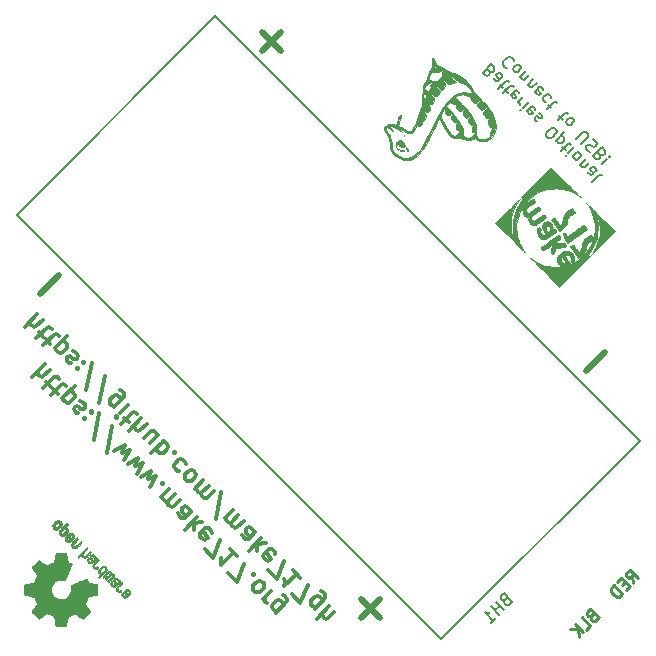
<source format=gbr>
G04 #@! TF.GenerationSoftware,KiCad,Pcbnew,(5.0.1-3-g963ef8bb5)*
G04 #@! TF.CreationDate,2019-03-08T12:42:58-05:00*
G04 #@! TF.ProjectId,badge,62616467652E6B696361645F70636200,rev?*
G04 #@! TF.SameCoordinates,Original*
G04 #@! TF.FileFunction,Legend,Bot*
G04 #@! TF.FilePolarity,Positive*
%FSLAX46Y46*%
G04 Gerber Fmt 4.6, Leading zero omitted, Abs format (unit mm)*
G04 Created by KiCad (PCBNEW (5.0.1-3-g963ef8bb5)) date Friday, March 08, 2019 at 12:42:58 PM*
%MOMM*%
%LPD*%
G01*
G04 APERTURE LIST*
%ADD10C,0.150000*%
%ADD11C,0.250000*%
%ADD12C,0.500000*%
%ADD13C,0.300000*%
%ADD14C,0.010000*%
G04 APERTURE END LIST*
D10*
X168674294Y-72406035D02*
X168808981Y-72473378D01*
X168876324Y-72473378D01*
X168977339Y-72439707D01*
X169078355Y-72338691D01*
X169112026Y-72237676D01*
X169112026Y-72170333D01*
X169078355Y-72069317D01*
X168808981Y-71799943D01*
X168101874Y-72507050D01*
X168337576Y-72742752D01*
X168438591Y-72776424D01*
X168505935Y-72776424D01*
X168606950Y-72742752D01*
X168674294Y-72675409D01*
X168707965Y-72574394D01*
X168707965Y-72507050D01*
X168674294Y-72406035D01*
X168438591Y-72170333D01*
X169819133Y-72810096D02*
X169448744Y-73180485D01*
X169347729Y-73214157D01*
X169246713Y-73180485D01*
X169112026Y-73045798D01*
X169078355Y-72944783D01*
X169785461Y-72843768D02*
X169751790Y-72742752D01*
X169583431Y-72574394D01*
X169482416Y-72540722D01*
X169381400Y-72574394D01*
X169314057Y-72641737D01*
X169280385Y-72742752D01*
X169314057Y-72843768D01*
X169482416Y-73012126D01*
X169516087Y-73113142D01*
X169583431Y-73517203D02*
X169852805Y-73786577D01*
X169448744Y-73853920D02*
X170054835Y-73247829D01*
X170155851Y-73214157D01*
X170256866Y-73247829D01*
X170324209Y-73315172D01*
X169987492Y-73921264D02*
X170256866Y-74190638D01*
X169852805Y-74257981D02*
X170458896Y-73651890D01*
X170559912Y-73618218D01*
X170660927Y-73651890D01*
X170728270Y-73719233D01*
X171199675Y-74257981D02*
X171166003Y-74156966D01*
X171031316Y-74022279D01*
X170930301Y-73988607D01*
X170829286Y-74022279D01*
X170559912Y-74291653D01*
X170526240Y-74392668D01*
X170559912Y-74493683D01*
X170694599Y-74628370D01*
X170795614Y-74662042D01*
X170896629Y-74628370D01*
X170963973Y-74561027D01*
X170694599Y-74156966D01*
X171570064Y-74561027D02*
X171098660Y-75032431D01*
X171233347Y-74897744D02*
X171199675Y-74998760D01*
X171199675Y-75066103D01*
X171233347Y-75167118D01*
X171300690Y-75234462D01*
X172007797Y-74998760D02*
X171536392Y-75470164D01*
X171300690Y-75705866D02*
X171300690Y-75638523D01*
X171368034Y-75638523D01*
X171368034Y-75705866D01*
X171300690Y-75705866D01*
X171368034Y-75638523D01*
X172580217Y-75638523D02*
X172546545Y-75537508D01*
X172411858Y-75402821D01*
X172310843Y-75369149D01*
X172209827Y-75402821D01*
X171940453Y-75672195D01*
X171906782Y-75773210D01*
X171940453Y-75874225D01*
X172075140Y-76008912D01*
X172176156Y-76042584D01*
X172277171Y-76008912D01*
X172344514Y-75941569D01*
X172075140Y-75537508D01*
X172883262Y-75941569D02*
X172984278Y-75975240D01*
X173118965Y-76109927D01*
X173152637Y-76210943D01*
X173118965Y-76311958D01*
X173085293Y-76345630D01*
X172984278Y-76379301D01*
X172883262Y-76345630D01*
X172782247Y-76244614D01*
X172681232Y-76210943D01*
X172580217Y-76244614D01*
X172546545Y-76278286D01*
X172512873Y-76379301D01*
X172546545Y-76480317D01*
X172647560Y-76581332D01*
X172748575Y-76615004D01*
X173489354Y-77894530D02*
X173624041Y-78029217D01*
X173725056Y-78062889D01*
X173859743Y-78062889D01*
X174028102Y-77961874D01*
X174263804Y-77726172D01*
X174364820Y-77557813D01*
X174364820Y-77423126D01*
X174331148Y-77322111D01*
X174196461Y-77187424D01*
X174095446Y-77153752D01*
X173960759Y-77153752D01*
X173792400Y-77254767D01*
X173556698Y-77490469D01*
X173455682Y-77658828D01*
X173455682Y-77793515D01*
X173489354Y-77894530D01*
X174331148Y-78264920D02*
X175038255Y-77557813D01*
X174364820Y-78231248D02*
X174398491Y-78332263D01*
X174533178Y-78466950D01*
X174634194Y-78500622D01*
X174701537Y-78500622D01*
X174802552Y-78466950D01*
X175004583Y-78264920D01*
X175038255Y-78163904D01*
X175038255Y-78096561D01*
X175004583Y-77995546D01*
X174869896Y-77860859D01*
X174768881Y-77827187D01*
X174869896Y-78803668D02*
X175139270Y-79073042D01*
X174735209Y-79140385D02*
X175341300Y-78534294D01*
X175442316Y-78500622D01*
X175543331Y-78534294D01*
X175610674Y-78601637D01*
X175846377Y-78837339D02*
X175374972Y-79308744D01*
X175139270Y-79544446D02*
X175139270Y-79477103D01*
X175206613Y-79477103D01*
X175206613Y-79544446D01*
X175139270Y-79544446D01*
X175206613Y-79477103D01*
X176284109Y-79275072D02*
X176183094Y-79241400D01*
X176115751Y-79241400D01*
X176014735Y-79275072D01*
X175812705Y-79477103D01*
X175779033Y-79578118D01*
X175779033Y-79645461D01*
X175812705Y-79746477D01*
X175913720Y-79847492D01*
X176014735Y-79881164D01*
X176082079Y-79881164D01*
X176183094Y-79847492D01*
X176385125Y-79645461D01*
X176418796Y-79544446D01*
X176418796Y-79477103D01*
X176385125Y-79376087D01*
X176284109Y-79275072D01*
X176351453Y-80285225D02*
X176822857Y-79813820D01*
X176418796Y-80217881D02*
X176418796Y-80285225D01*
X176452468Y-80386240D01*
X176553483Y-80487255D01*
X176654499Y-80520927D01*
X176755514Y-80487255D01*
X177125903Y-80116866D01*
X177765666Y-80756629D02*
X177395277Y-81127018D01*
X177294262Y-81160690D01*
X177193247Y-81127018D01*
X177058560Y-80992331D01*
X177024888Y-80891316D01*
X177731995Y-80790301D02*
X177698323Y-80689286D01*
X177529964Y-80520927D01*
X177428949Y-80487255D01*
X177327934Y-80520927D01*
X177260590Y-80588270D01*
X177226918Y-80689286D01*
X177260590Y-80790301D01*
X177428949Y-80958660D01*
X177462621Y-81059675D01*
X178203399Y-81194362D02*
X178102384Y-81160690D01*
X178001369Y-81194362D01*
X177395277Y-81800453D01*
X170733321Y-71525519D02*
X170733321Y-71458175D01*
X170665977Y-71323488D01*
X170598634Y-71256145D01*
X170463947Y-71188801D01*
X170329260Y-71188801D01*
X170228245Y-71222473D01*
X170059886Y-71323488D01*
X169958871Y-71424503D01*
X169857855Y-71592862D01*
X169824184Y-71693877D01*
X169824184Y-71828564D01*
X169891527Y-71963251D01*
X169958871Y-72030595D01*
X170093558Y-72097938D01*
X170160901Y-72097938D01*
X171204725Y-71862236D02*
X171103710Y-71828564D01*
X171036367Y-71828564D01*
X170935351Y-71862236D01*
X170733321Y-72064267D01*
X170699649Y-72165282D01*
X170699649Y-72232625D01*
X170733321Y-72333641D01*
X170834336Y-72434656D01*
X170935351Y-72468328D01*
X171002695Y-72468328D01*
X171103710Y-72434656D01*
X171305741Y-72232625D01*
X171339412Y-72131610D01*
X171339412Y-72064267D01*
X171305741Y-71963251D01*
X171204725Y-71862236D01*
X171272069Y-72872389D02*
X171743474Y-72400984D01*
X171339412Y-72805045D02*
X171339412Y-72872389D01*
X171373084Y-72973404D01*
X171474099Y-73074419D01*
X171575115Y-73108091D01*
X171676130Y-73074419D01*
X172046519Y-72704030D01*
X171911832Y-73512152D02*
X172383237Y-73040748D01*
X171979176Y-73444809D02*
X171979176Y-73512152D01*
X172012848Y-73613167D01*
X172113863Y-73714183D01*
X172214878Y-73747854D01*
X172315893Y-73714183D01*
X172686283Y-73343793D01*
X173258702Y-73983557D02*
X173225031Y-73882541D01*
X173090344Y-73747854D01*
X172989328Y-73714183D01*
X172888313Y-73747854D01*
X172618939Y-74017228D01*
X172585267Y-74118244D01*
X172618939Y-74219259D01*
X172753626Y-74353946D01*
X172854641Y-74387618D01*
X172955657Y-74353946D01*
X173023000Y-74286602D01*
X172753626Y-73882541D01*
X173898466Y-74623320D02*
X173864794Y-74522305D01*
X173730107Y-74387618D01*
X173629092Y-74353946D01*
X173561748Y-74353946D01*
X173460733Y-74387618D01*
X173258702Y-74589648D01*
X173225031Y-74690663D01*
X173225031Y-74758007D01*
X173258702Y-74859022D01*
X173393389Y-74993709D01*
X173494405Y-75027381D01*
X173662763Y-75263083D02*
X173932137Y-75532457D01*
X173528076Y-75599801D02*
X174134168Y-74993709D01*
X174235183Y-74960037D01*
X174336198Y-74993709D01*
X174403542Y-75061053D01*
X174605572Y-76205892D02*
X174874946Y-76475266D01*
X174470885Y-76542610D02*
X175076977Y-75936518D01*
X175177992Y-75902846D01*
X175279007Y-75936518D01*
X175346351Y-76003862D01*
X175683068Y-76340579D02*
X175582053Y-76306907D01*
X175514710Y-76306907D01*
X175413694Y-76340579D01*
X175211664Y-76542610D01*
X175177992Y-76643625D01*
X175177992Y-76710968D01*
X175211664Y-76811984D01*
X175312679Y-76912999D01*
X175413694Y-76946671D01*
X175481038Y-76946671D01*
X175582053Y-76912999D01*
X175784084Y-76710968D01*
X175817755Y-76609953D01*
X175817755Y-76542610D01*
X175784084Y-76441594D01*
X175683068Y-76340579D01*
X176053458Y-78125182D02*
X176625877Y-77552762D01*
X176726893Y-77519090D01*
X176794236Y-77519090D01*
X176895251Y-77552762D01*
X177029938Y-77687449D01*
X177063610Y-77788464D01*
X177063610Y-77855808D01*
X177029938Y-77956823D01*
X176457519Y-78529243D01*
X177434000Y-78158854D02*
X177568687Y-78226197D01*
X177737045Y-78394556D01*
X177770717Y-78495571D01*
X177770717Y-78562915D01*
X177737045Y-78663930D01*
X177669702Y-78731274D01*
X177568687Y-78764945D01*
X177501343Y-78764945D01*
X177400328Y-78731274D01*
X177231969Y-78630258D01*
X177130954Y-78596587D01*
X177063610Y-78596587D01*
X176962595Y-78630258D01*
X176895251Y-78697602D01*
X176861580Y-78798617D01*
X176861580Y-78865961D01*
X176895251Y-78966976D01*
X177063610Y-79135335D01*
X177198297Y-79202678D01*
X178040091Y-79438380D02*
X178174778Y-79505724D01*
X178242122Y-79505724D01*
X178343137Y-79472052D01*
X178444152Y-79371037D01*
X178477824Y-79270022D01*
X178477824Y-79202678D01*
X178444152Y-79101663D01*
X178174778Y-78832289D01*
X177467671Y-79539396D01*
X177703374Y-79775098D01*
X177804389Y-79808770D01*
X177871732Y-79808770D01*
X177972748Y-79775098D01*
X178040091Y-79707754D01*
X178073763Y-79606739D01*
X178073763Y-79539396D01*
X178040091Y-79438380D01*
X177804389Y-79202678D01*
X178814541Y-79606739D02*
X178881885Y-79606739D01*
X178881885Y-79539396D01*
X178814541Y-79539396D01*
X178814541Y-79606739D01*
X178881885Y-79539396D01*
X178612511Y-79808770D02*
X178174778Y-80179159D01*
X178174778Y-80246502D01*
X178242122Y-80246502D01*
X178612511Y-79808770D01*
X178174778Y-80246502D01*
D11*
X180860450Y-115689312D02*
X180759435Y-115116893D01*
X181264511Y-115285251D02*
X180557404Y-114578145D01*
X180288030Y-114847519D01*
X180254358Y-114948534D01*
X180254358Y-115015877D01*
X180288030Y-115116893D01*
X180389045Y-115217908D01*
X180490061Y-115251580D01*
X180557404Y-115251580D01*
X180658419Y-115217908D01*
X180927793Y-114948534D01*
X180187015Y-115621969D02*
X179951312Y-115857671D01*
X180220687Y-116329076D02*
X180557404Y-115992358D01*
X179850297Y-115285251D01*
X179513580Y-115621969D01*
X179917641Y-116632122D02*
X179210534Y-115925015D01*
X179042175Y-116093374D01*
X178974832Y-116228061D01*
X178974832Y-116362748D01*
X179008503Y-116463763D01*
X179109519Y-116632122D01*
X179210534Y-116733137D01*
X179378893Y-116834152D01*
X179479908Y-116867824D01*
X179614595Y-116867824D01*
X179749282Y-116800480D01*
X179917641Y-116632122D01*
X177322748Y-118486236D02*
X177255404Y-118620923D01*
X177255404Y-118688267D01*
X177289076Y-118789282D01*
X177390091Y-118890297D01*
X177491106Y-118923969D01*
X177558450Y-118923969D01*
X177659465Y-118890297D01*
X177928839Y-118620923D01*
X177221732Y-117913816D01*
X176986030Y-118149519D01*
X176952358Y-118250534D01*
X176952358Y-118317877D01*
X176986030Y-118418893D01*
X177053374Y-118486236D01*
X177154389Y-118519908D01*
X177221732Y-118519908D01*
X177322748Y-118486236D01*
X177558450Y-118250534D01*
X176885015Y-119664748D02*
X177221732Y-119328030D01*
X176514625Y-118620923D01*
X176649312Y-119900450D02*
X175942206Y-119193343D01*
X176245251Y-120304511D02*
X176144236Y-119597404D01*
X175538145Y-119597404D02*
X176346267Y-119597404D01*
D12*
X149457400Y-70657244D02*
X151073644Y-69041000D01*
X151073644Y-70657244D02*
X149457400Y-69041000D01*
X130661400Y-91256644D02*
X132277644Y-89640400D01*
X157839400Y-118663244D02*
X159455644Y-117047000D01*
X159455644Y-118663244D02*
X157839400Y-117047000D01*
D13*
X131031228Y-97203705D02*
X129970568Y-98264365D01*
X131485797Y-97658274D02*
X130930213Y-98213858D01*
X130778690Y-98264365D01*
X130627167Y-98213858D01*
X130475644Y-98062335D01*
X130425136Y-97910812D01*
X130425136Y-97809796D01*
X131132243Y-98718934D02*
X131536304Y-99122995D01*
X130930213Y-99224010D02*
X131839350Y-98314873D01*
X131990873Y-98264365D01*
X132142396Y-98314873D01*
X132243411Y-98415888D01*
X131738335Y-99325025D02*
X132142396Y-99729086D01*
X131536304Y-99830102D02*
X132445441Y-98920964D01*
X132596964Y-98870457D01*
X132748487Y-98920964D01*
X132849502Y-99021980D01*
X132495949Y-100082640D02*
X133556609Y-99021980D01*
X132546457Y-100032132D02*
X132596964Y-100183655D01*
X132798995Y-100385685D01*
X132950518Y-100436193D01*
X133051533Y-100436193D01*
X133203056Y-100385685D01*
X133506102Y-100082640D01*
X133556609Y-99931117D01*
X133556609Y-99830102D01*
X133506102Y-99678579D01*
X133304071Y-99476548D01*
X133152548Y-99426041D01*
X134061686Y-100335178D02*
X134213208Y-100385685D01*
X134415239Y-100587716D01*
X134465747Y-100739239D01*
X134415239Y-100890762D01*
X134364731Y-100941269D01*
X134213208Y-100991777D01*
X134061686Y-100941269D01*
X133910163Y-100789747D01*
X133758640Y-100739239D01*
X133607117Y-100789747D01*
X133556609Y-100840254D01*
X133506102Y-100991777D01*
X133556609Y-101143300D01*
X133708132Y-101294823D01*
X133859655Y-101345330D01*
X134920315Y-101294823D02*
X135021330Y-101294823D01*
X135021330Y-101193808D01*
X134920315Y-101193808D01*
X134920315Y-101294823D01*
X135021330Y-101193808D01*
X134364731Y-101850407D02*
X134465747Y-101850407D01*
X134465747Y-101749391D01*
X134364731Y-101749391D01*
X134364731Y-101850407D01*
X134465747Y-101749391D01*
X135172853Y-103567666D02*
X135627422Y-101294823D01*
X136284021Y-104678834D02*
X136738590Y-102405991D01*
X136940620Y-104527311D02*
X137849758Y-104022235D01*
X137546712Y-104729341D01*
X138253819Y-104426296D01*
X137748742Y-105335433D01*
X138051788Y-105638479D02*
X138960925Y-105133402D01*
X138657880Y-105840509D01*
X139364986Y-105537463D01*
X138859910Y-106446601D01*
X139162956Y-106749647D02*
X140072093Y-106244570D01*
X139769047Y-106951677D01*
X140476154Y-106648631D01*
X139971078Y-107557769D01*
X140981230Y-107355738D02*
X141082246Y-107355738D01*
X141082246Y-107254723D01*
X140981230Y-107254723D01*
X140981230Y-107355738D01*
X141082246Y-107254723D01*
X141587322Y-107759799D02*
X140880215Y-108466906D01*
X140981230Y-108365891D02*
X140981230Y-108466906D01*
X141031738Y-108618429D01*
X141183261Y-108769952D01*
X141334784Y-108820459D01*
X141486307Y-108769952D01*
X142041891Y-108214368D01*
X141486307Y-108769952D02*
X141435799Y-108921474D01*
X141486307Y-109072997D01*
X141637830Y-109224520D01*
X141789352Y-109275028D01*
X141940875Y-109224520D01*
X142496459Y-108668936D01*
X143456104Y-109628581D02*
X142900520Y-110184165D01*
X142748997Y-110234673D01*
X142597475Y-110184165D01*
X142395444Y-109982135D01*
X142344936Y-109830612D01*
X143405597Y-109679089D02*
X143355089Y-109527566D01*
X143102551Y-109275028D01*
X142951028Y-109224520D01*
X142799505Y-109275028D01*
X142698490Y-109376043D01*
X142647982Y-109527566D01*
X142698490Y-109679089D01*
X142951028Y-109931627D01*
X143001536Y-110083150D01*
X143961180Y-110133658D02*
X142900520Y-111194318D01*
X143658135Y-110638734D02*
X144365241Y-110537719D01*
X143658135Y-111244825D02*
X143658135Y-110436703D01*
X145173364Y-111446856D02*
X145122856Y-111295333D01*
X144920825Y-111093302D01*
X144769302Y-111042795D01*
X144617780Y-111093302D01*
X144213719Y-111497363D01*
X144163211Y-111648886D01*
X144213719Y-111800409D01*
X144415749Y-112002440D01*
X144567272Y-112052947D01*
X144718795Y-112002440D01*
X144819810Y-111901424D01*
X144415749Y-111295333D01*
X144567272Y-112861069D02*
X145274379Y-113568176D01*
X145880470Y-112052947D01*
X147294684Y-113467161D02*
X146688592Y-112861069D01*
X146991638Y-113164115D02*
X145930978Y-114224775D01*
X145981486Y-113972237D01*
X145981486Y-113770207D01*
X145930978Y-113618684D01*
X146587577Y-114881374D02*
X147294684Y-115588481D01*
X147900775Y-114073252D01*
X148658390Y-115032897D02*
X148759405Y-115032897D01*
X148759405Y-114931882D01*
X148658390Y-114931882D01*
X148658390Y-115032897D01*
X148759405Y-114931882D01*
X149416004Y-115588481D02*
X149264481Y-115537974D01*
X149163466Y-115537974D01*
X149011943Y-115588481D01*
X148708897Y-115891527D01*
X148658390Y-116043050D01*
X148658390Y-116144065D01*
X148708897Y-116295588D01*
X148860420Y-116447111D01*
X149011943Y-116497619D01*
X149112958Y-116497619D01*
X149264481Y-116447111D01*
X149567527Y-116144065D01*
X149618035Y-115992542D01*
X149618035Y-115891527D01*
X149567527Y-115740004D01*
X149416004Y-115588481D01*
X150224126Y-116396603D02*
X149517019Y-117103710D01*
X149719050Y-116901680D02*
X149668542Y-117053202D01*
X149668542Y-117154218D01*
X149719050Y-117305741D01*
X149820065Y-117406756D01*
X150628187Y-118214878D02*
X151486817Y-117356248D01*
X151537325Y-117204725D01*
X151537325Y-117103710D01*
X151486817Y-116952187D01*
X151335294Y-116800664D01*
X151183771Y-116750157D01*
X151284786Y-117558279D02*
X151234279Y-117406756D01*
X151032248Y-117204725D01*
X150880725Y-117154218D01*
X150779710Y-117154218D01*
X150628187Y-117204725D01*
X150325141Y-117507771D01*
X150274634Y-117659294D01*
X150274634Y-117760309D01*
X150325141Y-117911832D01*
X150527172Y-118113863D01*
X150678695Y-118164370D01*
X130409984Y-92976217D02*
X129349324Y-94036877D01*
X130864552Y-93430786D02*
X130308969Y-93986369D01*
X130157446Y-94036877D01*
X130005923Y-93986369D01*
X129854400Y-93834847D01*
X129803892Y-93683324D01*
X129803892Y-93582308D01*
X130510999Y-94491446D02*
X130915060Y-94895507D01*
X130308969Y-94996522D02*
X131218106Y-94087385D01*
X131369629Y-94036877D01*
X131521152Y-94087385D01*
X131622167Y-94188400D01*
X131117091Y-95097537D02*
X131521152Y-95501598D01*
X130915060Y-95602613D02*
X131824197Y-94693476D01*
X131975720Y-94642969D01*
X132127243Y-94693476D01*
X132228258Y-94794491D01*
X131874705Y-95855152D02*
X132935365Y-94794491D01*
X131925213Y-95804644D02*
X131975720Y-95956167D01*
X132177751Y-96158197D01*
X132329274Y-96208705D01*
X132430289Y-96208705D01*
X132581812Y-96158197D01*
X132884858Y-95855152D01*
X132935365Y-95703629D01*
X132935365Y-95602613D01*
X132884858Y-95451091D01*
X132682827Y-95249060D01*
X132531304Y-95198552D01*
X133440441Y-96107690D02*
X133591964Y-96158197D01*
X133793995Y-96360228D01*
X133844502Y-96511751D01*
X133793995Y-96663274D01*
X133743487Y-96713781D01*
X133591964Y-96764289D01*
X133440441Y-96713781D01*
X133288919Y-96562258D01*
X133137396Y-96511751D01*
X132985873Y-96562258D01*
X132935365Y-96612766D01*
X132884858Y-96764289D01*
X132935365Y-96915812D01*
X133086888Y-97067335D01*
X133238411Y-97117842D01*
X134299071Y-97067335D02*
X134400086Y-97067335D01*
X134400086Y-96966319D01*
X134299071Y-96966319D01*
X134299071Y-97067335D01*
X134400086Y-96966319D01*
X133743487Y-97622919D02*
X133844502Y-97622919D01*
X133844502Y-97521903D01*
X133743487Y-97521903D01*
X133743487Y-97622919D01*
X133844502Y-97521903D01*
X134551609Y-99340178D02*
X135006178Y-97067335D01*
X135662777Y-100451346D02*
X136117346Y-98178502D01*
X136874960Y-100855407D02*
X137733590Y-99996777D01*
X137784097Y-99845254D01*
X137784097Y-99744239D01*
X137733590Y-99592716D01*
X137582067Y-99441193D01*
X137430544Y-99390686D01*
X137531559Y-100198808D02*
X137481052Y-100047285D01*
X137279021Y-99845254D01*
X137127498Y-99794747D01*
X137026483Y-99794747D01*
X136874960Y-99845254D01*
X136571914Y-100148300D01*
X136521407Y-100299823D01*
X136521407Y-100400838D01*
X136571914Y-100552361D01*
X136773945Y-100754391D01*
X136925468Y-100804899D01*
X138087143Y-100653376D02*
X137380036Y-101360483D01*
X137026483Y-101714036D02*
X137026483Y-101613021D01*
X137127498Y-101613021D01*
X137127498Y-101714036D01*
X137026483Y-101714036D01*
X137127498Y-101613021D01*
X137733590Y-101714036D02*
X138137651Y-102118097D01*
X137531559Y-102219113D02*
X138440697Y-101309975D01*
X138592219Y-101259468D01*
X138743742Y-101309975D01*
X138844758Y-101410991D01*
X139198311Y-101764544D02*
X138137651Y-102825204D01*
X139652880Y-102219113D02*
X139097296Y-102774697D01*
X138945773Y-102825204D01*
X138794250Y-102774697D01*
X138642727Y-102623174D01*
X138592219Y-102471651D01*
X138592219Y-102370636D01*
X139905418Y-103885864D02*
X140612524Y-103178758D01*
X139450849Y-103431296D02*
X140006433Y-102875712D01*
X140157956Y-102825204D01*
X140309479Y-102875712D01*
X140461002Y-103027235D01*
X140511509Y-103178758D01*
X140511509Y-103279773D01*
X141117601Y-103683834D02*
X140056941Y-104744494D01*
X140461002Y-104340433D02*
X140511509Y-104491956D01*
X140713540Y-104693986D01*
X140865063Y-104744494D01*
X140966078Y-104744494D01*
X141117601Y-104693986D01*
X141420647Y-104390941D01*
X141471154Y-104239418D01*
X141471154Y-104138402D01*
X141420647Y-103986880D01*
X141218616Y-103784849D01*
X141067093Y-103734341D01*
X141976230Y-104744494D02*
X142077246Y-104744494D01*
X142077246Y-104643479D01*
X141976230Y-104643479D01*
X141976230Y-104744494D01*
X142077246Y-104643479D01*
X142986383Y-105653631D02*
X142935875Y-105502108D01*
X142733845Y-105300078D01*
X142582322Y-105249570D01*
X142481307Y-105249570D01*
X142329784Y-105300078D01*
X142026738Y-105603124D01*
X141976230Y-105754647D01*
X141976230Y-105855662D01*
X142026738Y-106007185D01*
X142228769Y-106209215D01*
X142380291Y-106259723D01*
X143642982Y-106209215D02*
X143491459Y-106158708D01*
X143390444Y-106158708D01*
X143238921Y-106209215D01*
X142935875Y-106512261D01*
X142885368Y-106663784D01*
X142885368Y-106764799D01*
X142935875Y-106916322D01*
X143087398Y-107067845D01*
X143238921Y-107118352D01*
X143339936Y-107118352D01*
X143491459Y-107067845D01*
X143794505Y-106764799D01*
X143845013Y-106613276D01*
X143845013Y-106512261D01*
X143794505Y-106360738D01*
X143642982Y-106209215D01*
X144451104Y-107017337D02*
X143743997Y-107724444D01*
X143845013Y-107623429D02*
X143845013Y-107724444D01*
X143895520Y-107875967D01*
X144047043Y-108027490D01*
X144198566Y-108077997D01*
X144350089Y-108027490D01*
X144905673Y-107471906D01*
X144350089Y-108027490D02*
X144299581Y-108179013D01*
X144350089Y-108330536D01*
X144501612Y-108482058D01*
X144653135Y-108532566D01*
X144804658Y-108482058D01*
X145360241Y-107926475D01*
X145511764Y-110300333D02*
X145966333Y-108027490D01*
X146976486Y-109542719D02*
X146269379Y-110249825D01*
X146370394Y-110148810D02*
X146370394Y-110249825D01*
X146420902Y-110401348D01*
X146572424Y-110552871D01*
X146723947Y-110603379D01*
X146875470Y-110552871D01*
X147431054Y-109997287D01*
X146875470Y-110552871D02*
X146824963Y-110704394D01*
X146875470Y-110855917D01*
X147026993Y-111007440D01*
X147178516Y-111057947D01*
X147330039Y-111007440D01*
X147885623Y-110451856D01*
X148845268Y-111411501D02*
X148289684Y-111967085D01*
X148138161Y-112017592D01*
X147986638Y-111967085D01*
X147784608Y-111765054D01*
X147734100Y-111613531D01*
X148794760Y-111462008D02*
X148744252Y-111310486D01*
X148491714Y-111057947D01*
X148340191Y-111007440D01*
X148188669Y-111057947D01*
X148087653Y-111158963D01*
X148037146Y-111310486D01*
X148087653Y-111462008D01*
X148340191Y-111714547D01*
X148390699Y-111866069D01*
X149350344Y-111916577D02*
X148289684Y-112977237D01*
X149047298Y-112421653D02*
X149754405Y-112320638D01*
X149047298Y-113027745D02*
X149047298Y-112219623D01*
X150562527Y-113229775D02*
X150512019Y-113078252D01*
X150309989Y-112876222D01*
X150158466Y-112825714D01*
X150006943Y-112876222D01*
X149602882Y-113280283D01*
X149552374Y-113431806D01*
X149602882Y-113583329D01*
X149804913Y-113785359D01*
X149956436Y-113835867D01*
X150107958Y-113785359D01*
X150208974Y-113684344D01*
X149804913Y-113078252D01*
X149956436Y-114643989D02*
X150663542Y-115351096D01*
X151269634Y-113835867D01*
X152683847Y-115250080D02*
X152077756Y-114643989D01*
X152380802Y-114947035D02*
X151320141Y-116007695D01*
X151370649Y-115755157D01*
X151370649Y-115553126D01*
X151320141Y-115401603D01*
X151976741Y-116664294D02*
X152683847Y-117371401D01*
X153289939Y-115856172D01*
X153896030Y-117876477D02*
X154754660Y-117017847D01*
X154805168Y-116866325D01*
X154805168Y-116765309D01*
X154754660Y-116613786D01*
X154603137Y-116462264D01*
X154451614Y-116411756D01*
X154552630Y-117219878D02*
X154502122Y-117068355D01*
X154300091Y-116866325D01*
X154148569Y-116815817D01*
X154047553Y-116815817D01*
X153896030Y-116866325D01*
X153592985Y-117169370D01*
X153542477Y-117320893D01*
X153542477Y-117421908D01*
X153592985Y-117573431D01*
X153795015Y-117775462D01*
X153946538Y-117825969D01*
X155108213Y-117674447D02*
X154047553Y-118735107D01*
X155562782Y-118129015D02*
X155007198Y-118684599D01*
X154855675Y-118735107D01*
X154704152Y-118684599D01*
X154552630Y-118533076D01*
X154502122Y-118381553D01*
X154502122Y-118280538D01*
D12*
X176889400Y-97733644D02*
X178505644Y-96117400D01*
D14*
G04 #@! TO.C,REF\002A\002A*
G36*
X130315970Y-118547847D02*
X130391145Y-118622203D01*
X130446360Y-118675203D01*
X130485456Y-118709986D01*
X130512266Y-118729691D01*
X130530628Y-118737455D01*
X130544377Y-118736419D01*
X130557349Y-118729721D01*
X130558928Y-118728752D01*
X130586667Y-118710543D01*
X130640819Y-118674033D01*
X130715638Y-118623130D01*
X130805384Y-118561742D01*
X130904313Y-118493774D01*
X130907785Y-118491384D01*
X131005071Y-118425112D01*
X131091834Y-118367366D01*
X131162803Y-118321544D01*
X131212711Y-118291043D01*
X131236285Y-118279259D01*
X131236880Y-118279227D01*
X131262880Y-118287961D01*
X131313073Y-118309381D01*
X131376620Y-118338861D01*
X131376970Y-118339028D01*
X131457580Y-118375594D01*
X131554706Y-118416613D01*
X131648021Y-118453515D01*
X131652496Y-118455202D01*
X131806673Y-118513118D01*
X131881139Y-118908300D01*
X131904290Y-119029223D01*
X131925840Y-119138181D01*
X131944495Y-119228910D01*
X131958959Y-119295143D01*
X131967938Y-119330614D01*
X131969065Y-119333707D01*
X131989591Y-119345484D01*
X132040860Y-119354547D01*
X132125047Y-119361076D01*
X132244322Y-119365252D01*
X132368562Y-119367038D01*
X132489640Y-119367449D01*
X132599063Y-119366760D01*
X132690157Y-119365097D01*
X132756248Y-119362587D01*
X132790665Y-119359358D01*
X132792213Y-119358969D01*
X132806855Y-119347775D01*
X132821455Y-119320187D01*
X132837259Y-119271749D01*
X132855511Y-119198007D01*
X132877454Y-119094510D01*
X132903838Y-118959409D01*
X132926663Y-118840099D01*
X132947278Y-118733235D01*
X132964474Y-118645007D01*
X132977044Y-118581611D01*
X132983778Y-118549238D01*
X132984299Y-118547104D01*
X133004598Y-118529934D01*
X133052876Y-118505386D01*
X133119888Y-118477978D01*
X133142021Y-118469958D01*
X133239982Y-118433587D01*
X133349046Y-118390230D01*
X133441675Y-118350977D01*
X133509848Y-118321266D01*
X133562316Y-118299347D01*
X133590582Y-118288735D01*
X133593177Y-118288333D01*
X133611892Y-118302087D01*
X133656958Y-118333556D01*
X133722318Y-118378621D01*
X133801916Y-118433162D01*
X133889697Y-118493058D01*
X133979606Y-118554189D01*
X134065586Y-118612433D01*
X134141581Y-118663672D01*
X134201537Y-118703785D01*
X134239395Y-118728651D01*
X134248925Y-118734507D01*
X134261404Y-118737919D01*
X134277640Y-118733679D01*
X134301360Y-118718599D01*
X134336288Y-118689494D01*
X134386152Y-118643179D01*
X134454676Y-118576465D01*
X134545586Y-118486168D01*
X134582740Y-118449046D01*
X134884776Y-118147010D01*
X134826560Y-118060161D01*
X134793969Y-118012044D01*
X134745082Y-117940494D01*
X134685855Y-117854202D01*
X134622245Y-117761858D01*
X134604638Y-117736358D01*
X134546673Y-117650413D01*
X134497746Y-117573970D01*
X134461844Y-117513569D01*
X134442955Y-117475742D01*
X134441053Y-117468196D01*
X134449438Y-117436611D01*
X134471533Y-117381254D01*
X134502926Y-117312975D01*
X134510002Y-117298581D01*
X134552387Y-117207850D01*
X134597480Y-117102747D01*
X134635555Y-117005946D01*
X134635723Y-117005488D01*
X134692615Y-116850800D01*
X135487378Y-116699324D01*
X135487722Y-116286012D01*
X135486827Y-116162004D01*
X135484129Y-116050780D01*
X135479930Y-115958437D01*
X135474533Y-115891070D01*
X135468240Y-115854776D01*
X135466137Y-115850770D01*
X135440707Y-115840331D01*
X135383275Y-115824573D01*
X135300308Y-115805023D01*
X135198276Y-115783207D01*
X135086409Y-115761174D01*
X134972643Y-115739040D01*
X134872191Y-115718323D01*
X134791355Y-115700418D01*
X134736433Y-115686719D01*
X134713775Y-115678671D01*
X134701226Y-115653759D01*
X134681997Y-115601951D01*
X134660030Y-115533959D01*
X134657820Y-115526633D01*
X134627626Y-115435682D01*
X134600988Y-115379249D01*
X134575313Y-115353257D01*
X134548008Y-115353635D01*
X134547735Y-115353750D01*
X134524613Y-115363412D01*
X134469650Y-115386274D01*
X134387102Y-115420567D01*
X134281225Y-115464527D01*
X134156277Y-115516383D01*
X134016513Y-115574372D01*
X133881184Y-115630503D01*
X133732022Y-115692629D01*
X133594200Y-115750537D01*
X133471915Y-115802425D01*
X133369366Y-115846489D01*
X133290749Y-115880928D01*
X133240263Y-115903941D01*
X133222315Y-115913422D01*
X133217199Y-115939771D01*
X133219893Y-115992615D01*
X133229278Y-116057289D01*
X133247304Y-116250170D01*
X133229518Y-116432811D01*
X133177043Y-116602110D01*
X133091001Y-116754970D01*
X132972517Y-116888291D01*
X132909013Y-116941011D01*
X132759066Y-117032199D01*
X132601995Y-117088069D01*
X132441993Y-117110712D01*
X132283243Y-117102216D01*
X132129936Y-117064668D01*
X131986261Y-117000158D01*
X131856406Y-116910773D01*
X131744558Y-116798602D01*
X131654908Y-116665732D01*
X131591643Y-116514252D01*
X131558951Y-116346251D01*
X131555331Y-116266105D01*
X131573255Y-116087527D01*
X131624692Y-115924229D01*
X131706141Y-115778971D01*
X131814099Y-115654509D01*
X131945063Y-115553601D01*
X132095534Y-115479004D01*
X132262006Y-115433476D01*
X132440980Y-115419774D01*
X132608711Y-115436722D01*
X132675993Y-115446367D01*
X132727966Y-115448736D01*
X132752602Y-115443661D01*
X132763679Y-115422341D01*
X132787814Y-115369076D01*
X132823204Y-115288065D01*
X132868047Y-115183507D01*
X132920540Y-115059598D01*
X132978885Y-114920538D01*
X133035411Y-114784683D01*
X133097384Y-114635188D01*
X133154832Y-114496674D01*
X133205984Y-114373397D01*
X133249075Y-114269612D01*
X133282339Y-114189574D01*
X133304007Y-114137540D01*
X133312140Y-114118155D01*
X133312828Y-114090886D01*
X133287081Y-114065220D01*
X133230852Y-114038582D01*
X133140103Y-114008401D01*
X133139367Y-114008180D01*
X133070338Y-113986155D01*
X133016417Y-113966472D01*
X132988312Y-113953072D01*
X132987328Y-113952224D01*
X132979164Y-113929144D01*
X132965413Y-113873915D01*
X132947471Y-113792839D01*
X132926731Y-113692214D01*
X132904826Y-113579591D01*
X132882270Y-113465183D01*
X132860490Y-113363521D01*
X132841011Y-113281074D01*
X132825360Y-113224313D01*
X132815230Y-113199863D01*
X132789898Y-113193353D01*
X132731588Y-113187644D01*
X132646394Y-113183038D01*
X132540410Y-113179838D01*
X132419731Y-113178346D01*
X132379846Y-113178277D01*
X131966392Y-113178622D01*
X131892875Y-113566581D01*
X131869798Y-113685218D01*
X131848140Y-113790746D01*
X131829230Y-113877128D01*
X131814403Y-113938327D01*
X131804987Y-113968307D01*
X131803887Y-113970010D01*
X131779899Y-113983156D01*
X131727972Y-114005924D01*
X131656885Y-114034578D01*
X131608606Y-114053074D01*
X131516841Y-114089152D01*
X131426041Y-114127509D01*
X131351147Y-114161744D01*
X131329001Y-114172844D01*
X131268923Y-114201544D01*
X131219288Y-114220505D01*
X131197900Y-114225043D01*
X131171377Y-114214387D01*
X131119556Y-114185059D01*
X131048979Y-114141051D01*
X130966183Y-114086353D01*
X130929642Y-114061362D01*
X130837158Y-113997591D01*
X130748318Y-113936552D01*
X130671811Y-113884203D01*
X130616329Y-113846498D01*
X130605839Y-113839440D01*
X130518990Y-113781224D01*
X130216954Y-114083260D01*
X130117800Y-114182739D01*
X130043327Y-114258550D01*
X129990347Y-114314418D01*
X129955676Y-114354068D01*
X129936128Y-114381226D01*
X129928516Y-114399619D01*
X129929653Y-114412971D01*
X129931493Y-114417075D01*
X129945406Y-114439020D01*
X129977001Y-114486641D01*
X130022159Y-114553884D01*
X130076759Y-114634692D01*
X130136682Y-114723009D01*
X130197805Y-114812781D01*
X130256011Y-114897950D01*
X130307176Y-114972460D01*
X130347183Y-115030257D01*
X130371909Y-115065284D01*
X130377666Y-115072822D01*
X130371772Y-115090761D01*
X130353359Y-115135837D01*
X130325940Y-115199550D01*
X130315023Y-115224325D01*
X130274024Y-115321220D01*
X130230761Y-115430306D01*
X130196041Y-115523978D01*
X130168644Y-115594754D01*
X130142737Y-115649519D01*
X130122853Y-115679037D01*
X130118774Y-115681580D01*
X130092964Y-115687029D01*
X130034958Y-115698546D01*
X129950950Y-115714923D01*
X129847138Y-115734954D01*
X129729720Y-115757432D01*
X129706527Y-115761853D01*
X129569641Y-115788578D01*
X129466860Y-115810383D01*
X129393700Y-115828522D01*
X129345679Y-115844247D01*
X129318315Y-115858812D01*
X129307126Y-115873471D01*
X129307088Y-115873598D01*
X129303771Y-115904233D01*
X129301161Y-115967263D01*
X129299387Y-116056012D01*
X129298577Y-116163802D01*
X129298860Y-116283958D01*
X129298962Y-116297438D01*
X129301360Y-116446820D01*
X129305964Y-116559349D01*
X129312955Y-116637197D01*
X129322512Y-116682536D01*
X129332292Y-116696935D01*
X129360010Y-116704506D01*
X129419894Y-116717853D01*
X129505678Y-116735681D01*
X129611095Y-116756695D01*
X129729881Y-116779600D01*
X129757699Y-116784861D01*
X130152882Y-116859327D01*
X130210798Y-117013504D01*
X130247240Y-117106045D01*
X130288256Y-117203479D01*
X130325275Y-117285482D01*
X130326971Y-117289029D01*
X130356481Y-117352618D01*
X130377956Y-117402910D01*
X130386768Y-117429066D01*
X130386773Y-117429120D01*
X130376646Y-117450342D01*
X130347527Y-117498322D01*
X130302815Y-117567789D01*
X130245905Y-117653474D01*
X130180194Y-117750107D01*
X130174616Y-117758215D01*
X130106492Y-117857356D01*
X130044814Y-117947511D01*
X129993489Y-118022935D01*
X129956424Y-118077887D01*
X129937525Y-118106623D01*
X129937248Y-118107072D01*
X129930109Y-118120198D01*
X129928280Y-118133668D01*
X129934899Y-118151320D01*
X129953106Y-118176989D01*
X129986038Y-118214513D01*
X130036834Y-118267727D01*
X130108633Y-118340467D01*
X130204575Y-118436570D01*
X130217002Y-118448998D01*
X130315970Y-118547847D01*
X130315970Y-118547847D01*
G37*
X130315970Y-118547847D02*
X130391145Y-118622203D01*
X130446360Y-118675203D01*
X130485456Y-118709986D01*
X130512266Y-118729691D01*
X130530628Y-118737455D01*
X130544377Y-118736419D01*
X130557349Y-118729721D01*
X130558928Y-118728752D01*
X130586667Y-118710543D01*
X130640819Y-118674033D01*
X130715638Y-118623130D01*
X130805384Y-118561742D01*
X130904313Y-118493774D01*
X130907785Y-118491384D01*
X131005071Y-118425112D01*
X131091834Y-118367366D01*
X131162803Y-118321544D01*
X131212711Y-118291043D01*
X131236285Y-118279259D01*
X131236880Y-118279227D01*
X131262880Y-118287961D01*
X131313073Y-118309381D01*
X131376620Y-118338861D01*
X131376970Y-118339028D01*
X131457580Y-118375594D01*
X131554706Y-118416613D01*
X131648021Y-118453515D01*
X131652496Y-118455202D01*
X131806673Y-118513118D01*
X131881139Y-118908300D01*
X131904290Y-119029223D01*
X131925840Y-119138181D01*
X131944495Y-119228910D01*
X131958959Y-119295143D01*
X131967938Y-119330614D01*
X131969065Y-119333707D01*
X131989591Y-119345484D01*
X132040860Y-119354547D01*
X132125047Y-119361076D01*
X132244322Y-119365252D01*
X132368562Y-119367038D01*
X132489640Y-119367449D01*
X132599063Y-119366760D01*
X132690157Y-119365097D01*
X132756248Y-119362587D01*
X132790665Y-119359358D01*
X132792213Y-119358969D01*
X132806855Y-119347775D01*
X132821455Y-119320187D01*
X132837259Y-119271749D01*
X132855511Y-119198007D01*
X132877454Y-119094510D01*
X132903838Y-118959409D01*
X132926663Y-118840099D01*
X132947278Y-118733235D01*
X132964474Y-118645007D01*
X132977044Y-118581611D01*
X132983778Y-118549238D01*
X132984299Y-118547104D01*
X133004598Y-118529934D01*
X133052876Y-118505386D01*
X133119888Y-118477978D01*
X133142021Y-118469958D01*
X133239982Y-118433587D01*
X133349046Y-118390230D01*
X133441675Y-118350977D01*
X133509848Y-118321266D01*
X133562316Y-118299347D01*
X133590582Y-118288735D01*
X133593177Y-118288333D01*
X133611892Y-118302087D01*
X133656958Y-118333556D01*
X133722318Y-118378621D01*
X133801916Y-118433162D01*
X133889697Y-118493058D01*
X133979606Y-118554189D01*
X134065586Y-118612433D01*
X134141581Y-118663672D01*
X134201537Y-118703785D01*
X134239395Y-118728651D01*
X134248925Y-118734507D01*
X134261404Y-118737919D01*
X134277640Y-118733679D01*
X134301360Y-118718599D01*
X134336288Y-118689494D01*
X134386152Y-118643179D01*
X134454676Y-118576465D01*
X134545586Y-118486168D01*
X134582740Y-118449046D01*
X134884776Y-118147010D01*
X134826560Y-118060161D01*
X134793969Y-118012044D01*
X134745082Y-117940494D01*
X134685855Y-117854202D01*
X134622245Y-117761858D01*
X134604638Y-117736358D01*
X134546673Y-117650413D01*
X134497746Y-117573970D01*
X134461844Y-117513569D01*
X134442955Y-117475742D01*
X134441053Y-117468196D01*
X134449438Y-117436611D01*
X134471533Y-117381254D01*
X134502926Y-117312975D01*
X134510002Y-117298581D01*
X134552387Y-117207850D01*
X134597480Y-117102747D01*
X134635555Y-117005946D01*
X134635723Y-117005488D01*
X134692615Y-116850800D01*
X135487378Y-116699324D01*
X135487722Y-116286012D01*
X135486827Y-116162004D01*
X135484129Y-116050780D01*
X135479930Y-115958437D01*
X135474533Y-115891070D01*
X135468240Y-115854776D01*
X135466137Y-115850770D01*
X135440707Y-115840331D01*
X135383275Y-115824573D01*
X135300308Y-115805023D01*
X135198276Y-115783207D01*
X135086409Y-115761174D01*
X134972643Y-115739040D01*
X134872191Y-115718323D01*
X134791355Y-115700418D01*
X134736433Y-115686719D01*
X134713775Y-115678671D01*
X134701226Y-115653759D01*
X134681997Y-115601951D01*
X134660030Y-115533959D01*
X134657820Y-115526633D01*
X134627626Y-115435682D01*
X134600988Y-115379249D01*
X134575313Y-115353257D01*
X134548008Y-115353635D01*
X134547735Y-115353750D01*
X134524613Y-115363412D01*
X134469650Y-115386274D01*
X134387102Y-115420567D01*
X134281225Y-115464527D01*
X134156277Y-115516383D01*
X134016513Y-115574372D01*
X133881184Y-115630503D01*
X133732022Y-115692629D01*
X133594200Y-115750537D01*
X133471915Y-115802425D01*
X133369366Y-115846489D01*
X133290749Y-115880928D01*
X133240263Y-115903941D01*
X133222315Y-115913422D01*
X133217199Y-115939771D01*
X133219893Y-115992615D01*
X133229278Y-116057289D01*
X133247304Y-116250170D01*
X133229518Y-116432811D01*
X133177043Y-116602110D01*
X133091001Y-116754970D01*
X132972517Y-116888291D01*
X132909013Y-116941011D01*
X132759066Y-117032199D01*
X132601995Y-117088069D01*
X132441993Y-117110712D01*
X132283243Y-117102216D01*
X132129936Y-117064668D01*
X131986261Y-117000158D01*
X131856406Y-116910773D01*
X131744558Y-116798602D01*
X131654908Y-116665732D01*
X131591643Y-116514252D01*
X131558951Y-116346251D01*
X131555331Y-116266105D01*
X131573255Y-116087527D01*
X131624692Y-115924229D01*
X131706141Y-115778971D01*
X131814099Y-115654509D01*
X131945063Y-115553601D01*
X132095534Y-115479004D01*
X132262006Y-115433476D01*
X132440980Y-115419774D01*
X132608711Y-115436722D01*
X132675993Y-115446367D01*
X132727966Y-115448736D01*
X132752602Y-115443661D01*
X132763679Y-115422341D01*
X132787814Y-115369076D01*
X132823204Y-115288065D01*
X132868047Y-115183507D01*
X132920540Y-115059598D01*
X132978885Y-114920538D01*
X133035411Y-114784683D01*
X133097384Y-114635188D01*
X133154832Y-114496674D01*
X133205984Y-114373397D01*
X133249075Y-114269612D01*
X133282339Y-114189574D01*
X133304007Y-114137540D01*
X133312140Y-114118155D01*
X133312828Y-114090886D01*
X133287081Y-114065220D01*
X133230852Y-114038582D01*
X133140103Y-114008401D01*
X133139367Y-114008180D01*
X133070338Y-113986155D01*
X133016417Y-113966472D01*
X132988312Y-113953072D01*
X132987328Y-113952224D01*
X132979164Y-113929144D01*
X132965413Y-113873915D01*
X132947471Y-113792839D01*
X132926731Y-113692214D01*
X132904826Y-113579591D01*
X132882270Y-113465183D01*
X132860490Y-113363521D01*
X132841011Y-113281074D01*
X132825360Y-113224313D01*
X132815230Y-113199863D01*
X132789898Y-113193353D01*
X132731588Y-113187644D01*
X132646394Y-113183038D01*
X132540410Y-113179838D01*
X132419731Y-113178346D01*
X132379846Y-113178277D01*
X131966392Y-113178622D01*
X131892875Y-113566581D01*
X131869798Y-113685218D01*
X131848140Y-113790746D01*
X131829230Y-113877128D01*
X131814403Y-113938327D01*
X131804987Y-113968307D01*
X131803887Y-113970010D01*
X131779899Y-113983156D01*
X131727972Y-114005924D01*
X131656885Y-114034578D01*
X131608606Y-114053074D01*
X131516841Y-114089152D01*
X131426041Y-114127509D01*
X131351147Y-114161744D01*
X131329001Y-114172844D01*
X131268923Y-114201544D01*
X131219288Y-114220505D01*
X131197900Y-114225043D01*
X131171377Y-114214387D01*
X131119556Y-114185059D01*
X131048979Y-114141051D01*
X130966183Y-114086353D01*
X130929642Y-114061362D01*
X130837158Y-113997591D01*
X130748318Y-113936552D01*
X130671811Y-113884203D01*
X130616329Y-113846498D01*
X130605839Y-113839440D01*
X130518990Y-113781224D01*
X130216954Y-114083260D01*
X130117800Y-114182739D01*
X130043327Y-114258550D01*
X129990347Y-114314418D01*
X129955676Y-114354068D01*
X129936128Y-114381226D01*
X129928516Y-114399619D01*
X129929653Y-114412971D01*
X129931493Y-114417075D01*
X129945406Y-114439020D01*
X129977001Y-114486641D01*
X130022159Y-114553884D01*
X130076759Y-114634692D01*
X130136682Y-114723009D01*
X130197805Y-114812781D01*
X130256011Y-114897950D01*
X130307176Y-114972460D01*
X130347183Y-115030257D01*
X130371909Y-115065284D01*
X130377666Y-115072822D01*
X130371772Y-115090761D01*
X130353359Y-115135837D01*
X130325940Y-115199550D01*
X130315023Y-115224325D01*
X130274024Y-115321220D01*
X130230761Y-115430306D01*
X130196041Y-115523978D01*
X130168644Y-115594754D01*
X130142737Y-115649519D01*
X130122853Y-115679037D01*
X130118774Y-115681580D01*
X130092964Y-115687029D01*
X130034958Y-115698546D01*
X129950950Y-115714923D01*
X129847138Y-115734954D01*
X129729720Y-115757432D01*
X129706527Y-115761853D01*
X129569641Y-115788578D01*
X129466860Y-115810383D01*
X129393700Y-115828522D01*
X129345679Y-115844247D01*
X129318315Y-115858812D01*
X129307126Y-115873471D01*
X129307088Y-115873598D01*
X129303771Y-115904233D01*
X129301161Y-115967263D01*
X129299387Y-116056012D01*
X129298577Y-116163802D01*
X129298860Y-116283958D01*
X129298962Y-116297438D01*
X129301360Y-116446820D01*
X129305964Y-116559349D01*
X129312955Y-116637197D01*
X129322512Y-116682536D01*
X129332292Y-116696935D01*
X129360010Y-116704506D01*
X129419894Y-116717853D01*
X129505678Y-116735681D01*
X129611095Y-116756695D01*
X129729881Y-116779600D01*
X129757699Y-116784861D01*
X130152882Y-116859327D01*
X130210798Y-117013504D01*
X130247240Y-117106045D01*
X130288256Y-117203479D01*
X130325275Y-117285482D01*
X130326971Y-117289029D01*
X130356481Y-117352618D01*
X130377956Y-117402910D01*
X130386768Y-117429066D01*
X130386773Y-117429120D01*
X130376646Y-117450342D01*
X130347527Y-117498322D01*
X130302815Y-117567789D01*
X130245905Y-117653474D01*
X130180194Y-117750107D01*
X130174616Y-117758215D01*
X130106492Y-117857356D01*
X130044814Y-117947511D01*
X129993489Y-118022935D01*
X129956424Y-118077887D01*
X129937525Y-118106623D01*
X129937248Y-118107072D01*
X129930109Y-118120198D01*
X129928280Y-118133668D01*
X129934899Y-118151320D01*
X129953106Y-118176989D01*
X129986038Y-118214513D01*
X130036834Y-118267727D01*
X130108633Y-118340467D01*
X130204575Y-118436570D01*
X130217002Y-118448998D01*
X130315970Y-118547847D01*
G36*
X137716131Y-116953522D02*
X137806518Y-116972459D01*
X137864865Y-116966843D01*
X137943787Y-116929696D01*
X137991368Y-116885432D01*
X138049014Y-116820271D01*
X137969385Y-116616675D01*
X137932197Y-116516153D01*
X137912681Y-116445688D01*
X137911352Y-116400230D01*
X137928725Y-116374726D01*
X137965316Y-116364126D01*
X137995285Y-116362815D01*
X138062062Y-116379430D01*
X138109170Y-116423022D01*
X138131273Y-116484219D01*
X138123039Y-116553647D01*
X138114799Y-116572832D01*
X138098186Y-116641869D01*
X138110091Y-116690278D01*
X138135843Y-116747257D01*
X138195037Y-116688063D01*
X138231661Y-116644125D01*
X138251305Y-116595831D01*
X138260282Y-116526805D01*
X138260888Y-116517274D01*
X138262189Y-116449178D01*
X138252103Y-116401848D01*
X138224753Y-116357366D01*
X138197784Y-116324785D01*
X138145225Y-116270829D01*
X138098456Y-116241773D01*
X138061655Y-116231272D01*
X137995566Y-116223015D01*
X137938562Y-116228558D01*
X137882947Y-116251604D01*
X137821026Y-116295861D01*
X137745104Y-116365034D01*
X137708013Y-116401586D01*
X137664786Y-116446645D01*
X137748203Y-116530062D01*
X137772851Y-116507349D01*
X137779141Y-116505881D01*
X137789785Y-116527063D01*
X137810086Y-116575251D01*
X137836031Y-116640843D01*
X137841340Y-116654674D01*
X137869770Y-116741929D01*
X137875787Y-116799648D01*
X137858578Y-116830864D01*
X137817326Y-116838612D01*
X137792666Y-116835602D01*
X137721094Y-116807330D01*
X137677946Y-116757027D01*
X137665253Y-116691484D01*
X137685051Y-116617489D01*
X137713587Y-116571577D01*
X137748203Y-116530062D01*
X137664786Y-116446645D01*
X137623774Y-116489395D01*
X137566705Y-116559619D01*
X137533390Y-116618995D01*
X137520411Y-116674259D01*
X137524353Y-116732146D01*
X137529115Y-116754341D01*
X137567638Y-116838267D01*
X137633241Y-116906726D01*
X137716131Y-116953522D01*
X137716131Y-116953522D01*
G37*
X137716131Y-116953522D02*
X137806518Y-116972459D01*
X137864865Y-116966843D01*
X137943787Y-116929696D01*
X137991368Y-116885432D01*
X138049014Y-116820271D01*
X137969385Y-116616675D01*
X137932197Y-116516153D01*
X137912681Y-116445688D01*
X137911352Y-116400230D01*
X137928725Y-116374726D01*
X137965316Y-116364126D01*
X137995285Y-116362815D01*
X138062062Y-116379430D01*
X138109170Y-116423022D01*
X138131273Y-116484219D01*
X138123039Y-116553647D01*
X138114799Y-116572832D01*
X138098186Y-116641869D01*
X138110091Y-116690278D01*
X138135843Y-116747257D01*
X138195037Y-116688063D01*
X138231661Y-116644125D01*
X138251305Y-116595831D01*
X138260282Y-116526805D01*
X138260888Y-116517274D01*
X138262189Y-116449178D01*
X138252103Y-116401848D01*
X138224753Y-116357366D01*
X138197784Y-116324785D01*
X138145225Y-116270829D01*
X138098456Y-116241773D01*
X138061655Y-116231272D01*
X137995566Y-116223015D01*
X137938562Y-116228558D01*
X137882947Y-116251604D01*
X137821026Y-116295861D01*
X137745104Y-116365034D01*
X137708013Y-116401586D01*
X137664786Y-116446645D01*
X137748203Y-116530062D01*
X137772851Y-116507349D01*
X137779141Y-116505881D01*
X137789785Y-116527063D01*
X137810086Y-116575251D01*
X137836031Y-116640843D01*
X137841340Y-116654674D01*
X137869770Y-116741929D01*
X137875787Y-116799648D01*
X137858578Y-116830864D01*
X137817326Y-116838612D01*
X137792666Y-116835602D01*
X137721094Y-116807330D01*
X137677946Y-116757027D01*
X137665253Y-116691484D01*
X137685051Y-116617489D01*
X137713587Y-116571577D01*
X137748203Y-116530062D01*
X137664786Y-116446645D01*
X137623774Y-116489395D01*
X137566705Y-116559619D01*
X137533390Y-116618995D01*
X137520411Y-116674259D01*
X137524353Y-116732146D01*
X137529115Y-116754341D01*
X137567638Y-116838267D01*
X137633241Y-116906726D01*
X137716131Y-116953522D01*
G36*
X137231428Y-116484455D02*
X137255159Y-116493752D01*
X137325790Y-116501951D01*
X137404632Y-116490520D01*
X137473645Y-116463197D01*
X137500784Y-116442843D01*
X137522563Y-116398315D01*
X137515156Y-116355822D01*
X137499027Y-116318449D01*
X137488735Y-116304243D01*
X137468566Y-116312484D01*
X137425877Y-116331617D01*
X137406743Y-116340418D01*
X137329454Y-116359759D01*
X137263406Y-116341907D01*
X137210358Y-116287376D01*
X137207323Y-116282443D01*
X137192221Y-116240110D01*
X137197653Y-116192454D01*
X137225966Y-116135301D01*
X137279510Y-116064476D01*
X137360634Y-115975807D01*
X137405454Y-115930280D01*
X137476487Y-115858895D01*
X137523881Y-115809202D01*
X137551666Y-115775300D01*
X137563872Y-115751290D01*
X137564531Y-115731271D01*
X137557673Y-115709345D01*
X137557221Y-115708133D01*
X137541223Y-115668699D01*
X137531807Y-115650653D01*
X137516650Y-115661589D01*
X137478785Y-115695843D01*
X137422955Y-115748928D01*
X137353908Y-115816358D01*
X137303811Y-115866133D01*
X137208000Y-115963588D01*
X137137907Y-116040112D01*
X137090373Y-116101109D01*
X137062244Y-116151981D01*
X137050364Y-116198131D01*
X137051576Y-116244963D01*
X137059378Y-116284604D01*
X137095230Y-116362832D01*
X137156836Y-116433995D01*
X137231428Y-116484455D01*
X137231428Y-116484455D01*
G37*
X137231428Y-116484455D02*
X137255159Y-116493752D01*
X137325790Y-116501951D01*
X137404632Y-116490520D01*
X137473645Y-116463197D01*
X137500784Y-116442843D01*
X137522563Y-116398315D01*
X137515156Y-116355822D01*
X137499027Y-116318449D01*
X137488735Y-116304243D01*
X137468566Y-116312484D01*
X137425877Y-116331617D01*
X137406743Y-116340418D01*
X137329454Y-116359759D01*
X137263406Y-116341907D01*
X137210358Y-116287376D01*
X137207323Y-116282443D01*
X137192221Y-116240110D01*
X137197653Y-116192454D01*
X137225966Y-116135301D01*
X137279510Y-116064476D01*
X137360634Y-115975807D01*
X137405454Y-115930280D01*
X137476487Y-115858895D01*
X137523881Y-115809202D01*
X137551666Y-115775300D01*
X137563872Y-115751290D01*
X137564531Y-115731271D01*
X137557673Y-115709345D01*
X137557221Y-115708133D01*
X137541223Y-115668699D01*
X137531807Y-115650653D01*
X137516650Y-115661589D01*
X137478785Y-115695843D01*
X137422955Y-115748928D01*
X137353908Y-115816358D01*
X137303811Y-115866133D01*
X137208000Y-115963588D01*
X137137907Y-116040112D01*
X137090373Y-116101109D01*
X137062244Y-116151981D01*
X137050364Y-116198131D01*
X137051576Y-116244963D01*
X137059378Y-116284604D01*
X137095230Y-116362832D01*
X137156836Y-116433995D01*
X137231428Y-116484455D01*
G36*
X136745838Y-116003467D02*
X136803712Y-116025153D01*
X136856861Y-116034451D01*
X136904255Y-116032813D01*
X136951675Y-116016982D01*
X137004906Y-115983703D01*
X137069729Y-115929720D01*
X137151929Y-115851775D01*
X137204882Y-115799272D01*
X137410587Y-115593567D01*
X137391432Y-115542344D01*
X137375433Y-115502909D01*
X137366017Y-115484863D01*
X137350550Y-115495077D01*
X137313844Y-115527614D01*
X137262014Y-115576893D01*
X137221602Y-115616763D01*
X137162445Y-115673591D01*
X137113300Y-115716458D01*
X137080544Y-115740047D01*
X137070916Y-115742393D01*
X137052554Y-115711804D01*
X137029814Y-115657701D01*
X137006582Y-115591953D01*
X136986749Y-115526432D01*
X136974204Y-115473008D01*
X136972838Y-115443552D01*
X136972928Y-115443339D01*
X137000247Y-115418672D01*
X137036947Y-115405746D01*
X137077971Y-115406461D01*
X137115171Y-115430180D01*
X137140419Y-115456999D01*
X137176711Y-115494447D01*
X137204702Y-115505162D01*
X137239148Y-115493964D01*
X137244917Y-115491126D01*
X137282503Y-115463617D01*
X137288790Y-115430380D01*
X137263086Y-115385838D01*
X137226887Y-115346156D01*
X137145701Y-115290793D01*
X137091917Y-115273891D01*
X137004948Y-115273561D01*
X136928625Y-115303584D01*
X136870362Y-115357693D01*
X136837571Y-115429616D01*
X136834195Y-115491856D01*
X136845212Y-115539609D01*
X136868145Y-115609050D01*
X136898385Y-115686454D01*
X136903754Y-115699029D01*
X136936783Y-115784238D01*
X136947869Y-115841313D01*
X136935970Y-115875132D01*
X136900046Y-115890578D01*
X136862391Y-115893079D01*
X136796126Y-115876255D01*
X136748560Y-115832398D01*
X136725689Y-115771427D01*
X136733511Y-115703262D01*
X136739353Y-115689501D01*
X136752349Y-115630392D01*
X136745454Y-115569967D01*
X136724943Y-115505527D01*
X136662660Y-115567810D01*
X136627106Y-115608365D01*
X136607832Y-115649077D01*
X136599599Y-115704845D01*
X136597766Y-115752310D01*
X136598343Y-115822690D01*
X136607160Y-115869005D01*
X136629246Y-115906133D01*
X136661518Y-115940889D01*
X136745838Y-116003467D01*
X136745838Y-116003467D01*
G37*
X136745838Y-116003467D02*
X136803712Y-116025153D01*
X136856861Y-116034451D01*
X136904255Y-116032813D01*
X136951675Y-116016982D01*
X137004906Y-115983703D01*
X137069729Y-115929720D01*
X137151929Y-115851775D01*
X137204882Y-115799272D01*
X137410587Y-115593567D01*
X137391432Y-115542344D01*
X137375433Y-115502909D01*
X137366017Y-115484863D01*
X137350550Y-115495077D01*
X137313844Y-115527614D01*
X137262014Y-115576893D01*
X137221602Y-115616763D01*
X137162445Y-115673591D01*
X137113300Y-115716458D01*
X137080544Y-115740047D01*
X137070916Y-115742393D01*
X137052554Y-115711804D01*
X137029814Y-115657701D01*
X137006582Y-115591953D01*
X136986749Y-115526432D01*
X136974204Y-115473008D01*
X136972838Y-115443552D01*
X136972928Y-115443339D01*
X137000247Y-115418672D01*
X137036947Y-115405746D01*
X137077971Y-115406461D01*
X137115171Y-115430180D01*
X137140419Y-115456999D01*
X137176711Y-115494447D01*
X137204702Y-115505162D01*
X137239148Y-115493964D01*
X137244917Y-115491126D01*
X137282503Y-115463617D01*
X137288790Y-115430380D01*
X137263086Y-115385838D01*
X137226887Y-115346156D01*
X137145701Y-115290793D01*
X137091917Y-115273891D01*
X137004948Y-115273561D01*
X136928625Y-115303584D01*
X136870362Y-115357693D01*
X136837571Y-115429616D01*
X136834195Y-115491856D01*
X136845212Y-115539609D01*
X136868145Y-115609050D01*
X136898385Y-115686454D01*
X136903754Y-115699029D01*
X136936783Y-115784238D01*
X136947869Y-115841313D01*
X136935970Y-115875132D01*
X136900046Y-115890578D01*
X136862391Y-115893079D01*
X136796126Y-115876255D01*
X136748560Y-115832398D01*
X136725689Y-115771427D01*
X136733511Y-115703262D01*
X136739353Y-115689501D01*
X136752349Y-115630392D01*
X136745454Y-115569967D01*
X136724943Y-115505527D01*
X136662660Y-115567810D01*
X136627106Y-115608365D01*
X136607832Y-115649077D01*
X136599599Y-115704845D01*
X136597766Y-115752310D01*
X136598343Y-115822690D01*
X136607160Y-115869005D01*
X136629246Y-115906133D01*
X136661518Y-115940889D01*
X136745838Y-116003467D01*
G36*
X136400579Y-115653776D02*
X136439037Y-115619535D01*
X136495931Y-115565945D01*
X136566760Y-115497240D01*
X136640276Y-115424405D01*
X136887898Y-115176784D01*
X136887898Y-115089343D01*
X136884710Y-115032274D01*
X136869175Y-114994914D01*
X136832337Y-114959457D01*
X136816231Y-114946866D01*
X136766269Y-114907133D01*
X136726244Y-114872970D01*
X136716931Y-114864199D01*
X136688219Y-114831945D01*
X136649067Y-114783904D01*
X136634264Y-114764899D01*
X136595995Y-114720131D01*
X136561035Y-114699289D01*
X136511577Y-114693414D01*
X136491787Y-114693232D01*
X136404346Y-114693232D01*
X135941170Y-115156408D01*
X135960326Y-115207630D01*
X135978751Y-115249807D01*
X135992321Y-115271692D01*
X136010006Y-115263098D01*
X136050967Y-115230634D01*
X136110862Y-115178076D01*
X136185349Y-115109198D01*
X136247263Y-115049990D01*
X136489366Y-114815448D01*
X136527006Y-114843763D01*
X136553738Y-114877016D01*
X136557879Y-114902267D01*
X136542252Y-114926111D01*
X136503721Y-114971657D01*
X136447334Y-115033299D01*
X136378139Y-115105432D01*
X136341986Y-115142010D01*
X136132859Y-115351560D01*
X136161200Y-115410236D01*
X136181682Y-115451343D01*
X136193625Y-115472904D01*
X136194062Y-115473433D01*
X136208815Y-115462041D01*
X136246911Y-115427638D01*
X136303743Y-115374525D01*
X136374702Y-115306997D01*
X136440683Y-115243411D01*
X136682786Y-115008869D01*
X136765681Y-115091763D01*
X136552061Y-115312992D01*
X136338439Y-115534221D01*
X136357953Y-115595530D01*
X136373440Y-115639717D01*
X136384587Y-115663887D01*
X136385061Y-115664432D01*
X136400579Y-115653776D01*
X136400579Y-115653776D01*
G37*
X136400579Y-115653776D02*
X136439037Y-115619535D01*
X136495931Y-115565945D01*
X136566760Y-115497240D01*
X136640276Y-115424405D01*
X136887898Y-115176784D01*
X136887898Y-115089343D01*
X136884710Y-115032274D01*
X136869175Y-114994914D01*
X136832337Y-114959457D01*
X136816231Y-114946866D01*
X136766269Y-114907133D01*
X136726244Y-114872970D01*
X136716931Y-114864199D01*
X136688219Y-114831945D01*
X136649067Y-114783904D01*
X136634264Y-114764899D01*
X136595995Y-114720131D01*
X136561035Y-114699289D01*
X136511577Y-114693414D01*
X136491787Y-114693232D01*
X136404346Y-114693232D01*
X135941170Y-115156408D01*
X135960326Y-115207630D01*
X135978751Y-115249807D01*
X135992321Y-115271692D01*
X136010006Y-115263098D01*
X136050967Y-115230634D01*
X136110862Y-115178076D01*
X136185349Y-115109198D01*
X136247263Y-115049990D01*
X136489366Y-114815448D01*
X136527006Y-114843763D01*
X136553738Y-114877016D01*
X136557879Y-114902267D01*
X136542252Y-114926111D01*
X136503721Y-114971657D01*
X136447334Y-115033299D01*
X136378139Y-115105432D01*
X136341986Y-115142010D01*
X136132859Y-115351560D01*
X136161200Y-115410236D01*
X136181682Y-115451343D01*
X136193625Y-115472904D01*
X136194062Y-115473433D01*
X136208815Y-115462041D01*
X136246911Y-115427638D01*
X136303743Y-115374525D01*
X136374702Y-115306997D01*
X136440683Y-115243411D01*
X136682786Y-115008869D01*
X136765681Y-115091763D01*
X136552061Y-115312992D01*
X136338439Y-115534221D01*
X136357953Y-115595530D01*
X136373440Y-115639717D01*
X136384587Y-115663887D01*
X136385061Y-115664432D01*
X136400579Y-115653776D01*
G36*
X135940804Y-114990881D02*
X136043888Y-114887446D01*
X136122641Y-114807334D01*
X136180585Y-114746451D01*
X136221236Y-114700707D01*
X136248115Y-114666011D01*
X136264738Y-114638270D01*
X136274628Y-114613394D01*
X136278876Y-114597798D01*
X136285692Y-114497001D01*
X136259839Y-114403695D01*
X136206024Y-114325676D01*
X136128948Y-114270737D01*
X136069752Y-114251320D01*
X135994082Y-114244463D01*
X135923938Y-114258362D01*
X135851939Y-114296425D01*
X135770704Y-114362063D01*
X135715725Y-114414833D01*
X135712001Y-114418854D01*
X135808521Y-114515373D01*
X135870889Y-114454183D01*
X135914487Y-114415987D01*
X135947454Y-114395444D01*
X135977928Y-114387213D01*
X136005814Y-114385903D01*
X136078615Y-114402351D01*
X136128938Y-114447858D01*
X136150697Y-114516668D01*
X136151034Y-114523381D01*
X136149496Y-114555006D01*
X136139200Y-114584168D01*
X136114944Y-114618637D01*
X136071526Y-114666188D01*
X136021566Y-114716802D01*
X135957683Y-114779267D01*
X135912608Y-114818480D01*
X135878546Y-114839811D01*
X135847704Y-114848636D01*
X135828144Y-114850143D01*
X135759646Y-114834775D01*
X135708157Y-114789675D01*
X135682351Y-114723287D01*
X135680987Y-114706858D01*
X135682571Y-114674985D01*
X135693051Y-114645602D01*
X135717670Y-114610832D01*
X135761671Y-114562804D01*
X135808521Y-114515373D01*
X135712001Y-114418854D01*
X135632305Y-114504933D01*
X135578460Y-114581461D01*
X135550783Y-114651800D01*
X135545863Y-114723330D01*
X135552211Y-114768860D01*
X135578194Y-114837175D01*
X135623016Y-114901646D01*
X135676442Y-114949813D01*
X135715475Y-114967629D01*
X135729649Y-114975763D01*
X135725794Y-114994422D01*
X135700794Y-115029754D01*
X135658753Y-115079614D01*
X135611857Y-115135069D01*
X135587010Y-115171805D01*
X135580220Y-115200229D01*
X135587490Y-115230751D01*
X135594214Y-115247772D01*
X135620305Y-115311483D01*
X135940804Y-114990881D01*
X135940804Y-114990881D01*
G37*
X135940804Y-114990881D02*
X136043888Y-114887446D01*
X136122641Y-114807334D01*
X136180585Y-114746451D01*
X136221236Y-114700707D01*
X136248115Y-114666011D01*
X136264738Y-114638270D01*
X136274628Y-114613394D01*
X136278876Y-114597798D01*
X136285692Y-114497001D01*
X136259839Y-114403695D01*
X136206024Y-114325676D01*
X136128948Y-114270737D01*
X136069752Y-114251320D01*
X135994082Y-114244463D01*
X135923938Y-114258362D01*
X135851939Y-114296425D01*
X135770704Y-114362063D01*
X135715725Y-114414833D01*
X135712001Y-114418854D01*
X135808521Y-114515373D01*
X135870889Y-114454183D01*
X135914487Y-114415987D01*
X135947454Y-114395444D01*
X135977928Y-114387213D01*
X136005814Y-114385903D01*
X136078615Y-114402351D01*
X136128938Y-114447858D01*
X136150697Y-114516668D01*
X136151034Y-114523381D01*
X136149496Y-114555006D01*
X136139200Y-114584168D01*
X136114944Y-114618637D01*
X136071526Y-114666188D01*
X136021566Y-114716802D01*
X135957683Y-114779267D01*
X135912608Y-114818480D01*
X135878546Y-114839811D01*
X135847704Y-114848636D01*
X135828144Y-114850143D01*
X135759646Y-114834775D01*
X135708157Y-114789675D01*
X135682351Y-114723287D01*
X135680987Y-114706858D01*
X135682571Y-114674985D01*
X135693051Y-114645602D01*
X135717670Y-114610832D01*
X135761671Y-114562804D01*
X135808521Y-114515373D01*
X135712001Y-114418854D01*
X135632305Y-114504933D01*
X135578460Y-114581461D01*
X135550783Y-114651800D01*
X135545863Y-114723330D01*
X135552211Y-114768860D01*
X135578194Y-114837175D01*
X135623016Y-114901646D01*
X135676442Y-114949813D01*
X135715475Y-114967629D01*
X135729649Y-114975763D01*
X135725794Y-114994422D01*
X135700794Y-115029754D01*
X135658753Y-115079614D01*
X135611857Y-115135069D01*
X135587010Y-115171805D01*
X135580220Y-115200229D01*
X135587490Y-115230751D01*
X135594214Y-115247772D01*
X135620305Y-115311483D01*
X135940804Y-114990881D01*
G36*
X135202345Y-114472501D02*
X135288263Y-114512102D01*
X135380069Y-114521984D01*
X135428789Y-114513035D01*
X135503377Y-114481804D01*
X135541184Y-114443096D01*
X135544161Y-114394613D01*
X135540117Y-114381819D01*
X135517409Y-114331828D01*
X135495350Y-114316759D01*
X135466156Y-114333379D01*
X135453182Y-114345712D01*
X135395119Y-114380751D01*
X135332552Y-114383311D01*
X135275120Y-114357336D01*
X135232471Y-114306771D01*
X135215138Y-114248330D01*
X135214066Y-114223809D01*
X135219219Y-114200515D01*
X135234593Y-114172887D01*
X135264183Y-114135364D01*
X135311984Y-114082385D01*
X135381991Y-114008390D01*
X135404271Y-113985076D01*
X135480378Y-113905202D01*
X135533127Y-113848171D01*
X135566232Y-113808642D01*
X135583408Y-113781279D01*
X135588370Y-113760742D01*
X135584830Y-113741692D01*
X135581025Y-113731035D01*
X135562033Y-113688612D01*
X135547823Y-113666669D01*
X135528936Y-113673609D01*
X135486251Y-113709003D01*
X135419295Y-113773282D01*
X135327598Y-113866878D01*
X135313604Y-113881463D01*
X135231166Y-113968075D01*
X135171915Y-114032261D01*
X135131686Y-114079513D01*
X135106318Y-114115317D01*
X135091649Y-114145162D01*
X135083517Y-114174536D01*
X135081037Y-114188128D01*
X135077338Y-114255539D01*
X135085311Y-114318824D01*
X135087258Y-114325599D01*
X135132086Y-114408546D01*
X135202345Y-114472501D01*
X135202345Y-114472501D01*
G37*
X135202345Y-114472501D02*
X135288263Y-114512102D01*
X135380069Y-114521984D01*
X135428789Y-114513035D01*
X135503377Y-114481804D01*
X135541184Y-114443096D01*
X135544161Y-114394613D01*
X135540117Y-114381819D01*
X135517409Y-114331828D01*
X135495350Y-114316759D01*
X135466156Y-114333379D01*
X135453182Y-114345712D01*
X135395119Y-114380751D01*
X135332552Y-114383311D01*
X135275120Y-114357336D01*
X135232471Y-114306771D01*
X135215138Y-114248330D01*
X135214066Y-114223809D01*
X135219219Y-114200515D01*
X135234593Y-114172887D01*
X135264183Y-114135364D01*
X135311984Y-114082385D01*
X135381991Y-114008390D01*
X135404271Y-113985076D01*
X135480378Y-113905202D01*
X135533127Y-113848171D01*
X135566232Y-113808642D01*
X135583408Y-113781279D01*
X135588370Y-113760742D01*
X135584830Y-113741692D01*
X135581025Y-113731035D01*
X135562033Y-113688612D01*
X135547823Y-113666669D01*
X135528936Y-113673609D01*
X135486251Y-113709003D01*
X135419295Y-113773282D01*
X135327598Y-113866878D01*
X135313604Y-113881463D01*
X135231166Y-113968075D01*
X135171915Y-114032261D01*
X135131686Y-114079513D01*
X135106318Y-114115317D01*
X135091649Y-114145162D01*
X135083517Y-114174536D01*
X135081037Y-114188128D01*
X135077338Y-114255539D01*
X135085311Y-114318824D01*
X135087258Y-114325599D01*
X135132086Y-114408546D01*
X135202345Y-114472501D01*
G36*
X134736908Y-114004754D02*
X134811146Y-114038787D01*
X134812152Y-114039020D01*
X134870274Y-114047859D01*
X134923788Y-114043780D01*
X134978700Y-114023635D01*
X135041014Y-113984284D01*
X135116739Y-113922578D01*
X135211878Y-113835374D01*
X135225215Y-113822732D01*
X135426071Y-113631866D01*
X135405773Y-113568094D01*
X135390047Y-113522989D01*
X135378644Y-113497664D01*
X135377881Y-113496728D01*
X135361860Y-113506392D01*
X135324692Y-113538512D01*
X135272523Y-113587575D01*
X135231199Y-113628222D01*
X135164795Y-113694610D01*
X135120064Y-113733271D01*
X135089597Y-113742577D01*
X135065984Y-113720906D01*
X135041818Y-113666629D01*
X135010276Y-113579737D01*
X134989718Y-113513208D01*
X134987264Y-113470870D01*
X135002415Y-113442552D01*
X135003481Y-113441466D01*
X135051787Y-113414889D01*
X135104181Y-113426828D01*
X135156339Y-113473127D01*
X135191289Y-113509094D01*
X135220199Y-113517578D01*
X135256389Y-113504707D01*
X135294352Y-113480165D01*
X135302413Y-113452763D01*
X135301310Y-113446583D01*
X135277220Y-113402109D01*
X135230655Y-113352658D01*
X135174459Y-113309973D01*
X135127079Y-113287287D01*
X135037520Y-113279975D01*
X134952743Y-113309688D01*
X134902568Y-113348959D01*
X134866389Y-113393459D01*
X134848517Y-113441445D01*
X134849084Y-113500507D01*
X134868224Y-113578232D01*
X134906071Y-113682210D01*
X134908522Y-113688399D01*
X134942890Y-113781786D01*
X134958106Y-113845405D01*
X134953254Y-113884048D01*
X134927416Y-113902509D01*
X134879677Y-113905580D01*
X134867153Y-113904747D01*
X134799749Y-113882680D01*
X134754350Y-113835373D01*
X134736205Y-113772778D01*
X134750564Y-113704850D01*
X134756152Y-113694285D01*
X134771084Y-113630882D01*
X134759198Y-113581263D01*
X134733428Y-113518099D01*
X134685053Y-113566473D01*
X134628266Y-113650313D01*
X134603921Y-113754955D01*
X134603238Y-113797424D01*
X134623039Y-113872607D01*
X134670901Y-113945540D01*
X134736908Y-114004754D01*
X134736908Y-114004754D01*
G37*
X134736908Y-114004754D02*
X134811146Y-114038787D01*
X134812152Y-114039020D01*
X134870274Y-114047859D01*
X134923788Y-114043780D01*
X134978700Y-114023635D01*
X135041014Y-113984284D01*
X135116739Y-113922578D01*
X135211878Y-113835374D01*
X135225215Y-113822732D01*
X135426071Y-113631866D01*
X135405773Y-113568094D01*
X135390047Y-113522989D01*
X135378644Y-113497664D01*
X135377881Y-113496728D01*
X135361860Y-113506392D01*
X135324692Y-113538512D01*
X135272523Y-113587575D01*
X135231199Y-113628222D01*
X135164795Y-113694610D01*
X135120064Y-113733271D01*
X135089597Y-113742577D01*
X135065984Y-113720906D01*
X135041818Y-113666629D01*
X135010276Y-113579737D01*
X134989718Y-113513208D01*
X134987264Y-113470870D01*
X135002415Y-113442552D01*
X135003481Y-113441466D01*
X135051787Y-113414889D01*
X135104181Y-113426828D01*
X135156339Y-113473127D01*
X135191289Y-113509094D01*
X135220199Y-113517578D01*
X135256389Y-113504707D01*
X135294352Y-113480165D01*
X135302413Y-113452763D01*
X135301310Y-113446583D01*
X135277220Y-113402109D01*
X135230655Y-113352658D01*
X135174459Y-113309973D01*
X135127079Y-113287287D01*
X135037520Y-113279975D01*
X134952743Y-113309688D01*
X134902568Y-113348959D01*
X134866389Y-113393459D01*
X134848517Y-113441445D01*
X134849084Y-113500507D01*
X134868224Y-113578232D01*
X134906071Y-113682210D01*
X134908522Y-113688399D01*
X134942890Y-113781786D01*
X134958106Y-113845405D01*
X134953254Y-113884048D01*
X134927416Y-113902509D01*
X134879677Y-113905580D01*
X134867153Y-113904747D01*
X134799749Y-113882680D01*
X134754350Y-113835373D01*
X134736205Y-113772778D01*
X134750564Y-113704850D01*
X134756152Y-113694285D01*
X134771084Y-113630882D01*
X134759198Y-113581263D01*
X134733428Y-113518099D01*
X134685053Y-113566473D01*
X134628266Y-113650313D01*
X134603921Y-113754955D01*
X134603238Y-113797424D01*
X134623039Y-113872607D01*
X134670901Y-113945540D01*
X134736908Y-114004754D01*
G36*
X134010116Y-113467726D02*
X134070635Y-113415306D01*
X134108561Y-113386681D01*
X134129520Y-113378610D01*
X134139136Y-113387854D01*
X134140461Y-113392645D01*
X134168589Y-113445864D01*
X134222230Y-113498040D01*
X134288917Y-113538934D01*
X134339244Y-113555893D01*
X134400393Y-113563736D01*
X134455773Y-113558790D01*
X134511410Y-113537774D01*
X134573330Y-113497409D01*
X134647561Y-113434411D01*
X134740128Y-113345502D01*
X134757566Y-113328128D01*
X134953111Y-113132626D01*
X134924770Y-113073949D01*
X134904186Y-113032729D01*
X134892035Y-113010971D01*
X134891582Y-113010428D01*
X134876884Y-113021785D01*
X134839529Y-113056299D01*
X134784347Y-113109352D01*
X134716175Y-113176326D01*
X134674999Y-113217317D01*
X134593802Y-113298130D01*
X134534756Y-113355197D01*
X134492558Y-113392582D01*
X134461906Y-113414351D01*
X134437497Y-113424564D01*
X134414030Y-113427287D01*
X134401247Y-113427117D01*
X134331347Y-113408045D01*
X134280899Y-113361402D01*
X134258348Y-113295866D01*
X134257962Y-113279961D01*
X134260606Y-113253422D01*
X134269627Y-113227828D01*
X134289363Y-113197513D01*
X134324152Y-113156813D01*
X134378333Y-113100063D01*
X134454531Y-113023312D01*
X134649164Y-112828679D01*
X134620823Y-112770002D01*
X134600239Y-112728782D01*
X134588088Y-112707024D01*
X134587634Y-112706480D01*
X134573135Y-112718427D01*
X134534688Y-112754575D01*
X134475893Y-112811414D01*
X134400355Y-112885432D01*
X134311675Y-112973119D01*
X134213456Y-113070966D01*
X133835402Y-113449020D01*
X133887325Y-113576702D01*
X134010116Y-113467726D01*
X134010116Y-113467726D01*
G37*
X134010116Y-113467726D02*
X134070635Y-113415306D01*
X134108561Y-113386681D01*
X134129520Y-113378610D01*
X134139136Y-113387854D01*
X134140461Y-113392645D01*
X134168589Y-113445864D01*
X134222230Y-113498040D01*
X134288917Y-113538934D01*
X134339244Y-113555893D01*
X134400393Y-113563736D01*
X134455773Y-113558790D01*
X134511410Y-113537774D01*
X134573330Y-113497409D01*
X134647561Y-113434411D01*
X134740128Y-113345502D01*
X134757566Y-113328128D01*
X134953111Y-113132626D01*
X134924770Y-113073949D01*
X134904186Y-113032729D01*
X134892035Y-113010971D01*
X134891582Y-113010428D01*
X134876884Y-113021785D01*
X134839529Y-113056299D01*
X134784347Y-113109352D01*
X134716175Y-113176326D01*
X134674999Y-113217317D01*
X134593802Y-113298130D01*
X134534756Y-113355197D01*
X134492558Y-113392582D01*
X134461906Y-113414351D01*
X134437497Y-113424564D01*
X134414030Y-113427287D01*
X134401247Y-113427117D01*
X134331347Y-113408045D01*
X134280899Y-113361402D01*
X134258348Y-113295866D01*
X134257962Y-113279961D01*
X134260606Y-113253422D01*
X134269627Y-113227828D01*
X134289363Y-113197513D01*
X134324152Y-113156813D01*
X134378333Y-113100063D01*
X134454531Y-113023312D01*
X134649164Y-112828679D01*
X134620823Y-112770002D01*
X134600239Y-112728782D01*
X134588088Y-112707024D01*
X134587634Y-112706480D01*
X134573135Y-112718427D01*
X134534688Y-112754575D01*
X134475893Y-112811414D01*
X134400355Y-112885432D01*
X134311675Y-112973119D01*
X134213456Y-113070966D01*
X133835402Y-113449020D01*
X133887325Y-113576702D01*
X134010116Y-113467726D01*
G36*
X132936752Y-112242157D02*
X133027865Y-112259983D01*
X133122883Y-112249154D01*
X133215375Y-112206954D01*
X133270031Y-112162470D01*
X133290138Y-112141208D01*
X133301139Y-112120533D01*
X133302034Y-112093049D01*
X133291820Y-112051356D01*
X133269496Y-111988054D01*
X133234063Y-111895744D01*
X133233883Y-111895278D01*
X133202018Y-111809559D01*
X133177719Y-111737438D01*
X133163336Y-111686416D01*
X133161225Y-111663994D01*
X133161305Y-111663909D01*
X133194230Y-111652606D01*
X133243886Y-111653512D01*
X133290470Y-111664976D01*
X133308662Y-111676192D01*
X133336715Y-111728372D01*
X133341048Y-111793134D01*
X133324685Y-111843208D01*
X133316411Y-111883913D01*
X133320286Y-111943566D01*
X133333533Y-112004997D01*
X133353373Y-112051041D01*
X133359541Y-112058649D01*
X133379142Y-112054557D01*
X133409890Y-112024744D01*
X133445021Y-111978215D01*
X133477771Y-111923979D01*
X133501374Y-111871045D01*
X133502118Y-111868818D01*
X133519607Y-111763058D01*
X133504322Y-111663940D01*
X133459934Y-111578405D01*
X133390112Y-111513392D01*
X133298527Y-111475838D01*
X133293756Y-111474867D01*
X133196931Y-111470106D01*
X133103473Y-111496767D01*
X133006017Y-111557256D01*
X132981349Y-111576963D01*
X132872228Y-111677297D01*
X132828656Y-111731402D01*
X132961234Y-111863980D01*
X132993421Y-111835238D01*
X133011734Y-111835768D01*
X133028571Y-111865908D01*
X133049873Y-111918657D01*
X133071551Y-111979753D01*
X133072058Y-111981304D01*
X133088686Y-112034835D01*
X133090451Y-112061228D01*
X133074070Y-112070665D01*
X133042490Y-112073008D01*
X132980752Y-112060363D01*
X132938897Y-112022114D01*
X132920834Y-111968323D01*
X132930475Y-111909053D01*
X132961234Y-111863980D01*
X132828656Y-111731402D01*
X132797472Y-111770126D01*
X132754201Y-111859764D01*
X132739919Y-111938594D01*
X132751125Y-112043893D01*
X132791952Y-112131396D01*
X132855971Y-112198389D01*
X132936752Y-112242157D01*
X132936752Y-112242157D01*
G37*
X132936752Y-112242157D02*
X133027865Y-112259983D01*
X133122883Y-112249154D01*
X133215375Y-112206954D01*
X133270031Y-112162470D01*
X133290138Y-112141208D01*
X133301139Y-112120533D01*
X133302034Y-112093049D01*
X133291820Y-112051356D01*
X133269496Y-111988054D01*
X133234063Y-111895744D01*
X133233883Y-111895278D01*
X133202018Y-111809559D01*
X133177719Y-111737438D01*
X133163336Y-111686416D01*
X133161225Y-111663994D01*
X133161305Y-111663909D01*
X133194230Y-111652606D01*
X133243886Y-111653512D01*
X133290470Y-111664976D01*
X133308662Y-111676192D01*
X133336715Y-111728372D01*
X133341048Y-111793134D01*
X133324685Y-111843208D01*
X133316411Y-111883913D01*
X133320286Y-111943566D01*
X133333533Y-112004997D01*
X133353373Y-112051041D01*
X133359541Y-112058649D01*
X133379142Y-112054557D01*
X133409890Y-112024744D01*
X133445021Y-111978215D01*
X133477771Y-111923979D01*
X133501374Y-111871045D01*
X133502118Y-111868818D01*
X133519607Y-111763058D01*
X133504322Y-111663940D01*
X133459934Y-111578405D01*
X133390112Y-111513392D01*
X133298527Y-111475838D01*
X133293756Y-111474867D01*
X133196931Y-111470106D01*
X133103473Y-111496767D01*
X133006017Y-111557256D01*
X132981349Y-111576963D01*
X132872228Y-111677297D01*
X132828656Y-111731402D01*
X132961234Y-111863980D01*
X132993421Y-111835238D01*
X133011734Y-111835768D01*
X133028571Y-111865908D01*
X133049873Y-111918657D01*
X133071551Y-111979753D01*
X133072058Y-111981304D01*
X133088686Y-112034835D01*
X133090451Y-112061228D01*
X133074070Y-112070665D01*
X133042490Y-112073008D01*
X132980752Y-112060363D01*
X132938897Y-112022114D01*
X132920834Y-111968323D01*
X132930475Y-111909053D01*
X132961234Y-111863980D01*
X132828656Y-111731402D01*
X132797472Y-111770126D01*
X132754201Y-111859764D01*
X132739919Y-111938594D01*
X132751125Y-112043893D01*
X132791952Y-112131396D01*
X132855971Y-112198389D01*
X132936752Y-112242157D01*
G36*
X131854979Y-111178047D02*
X131953784Y-111208753D01*
X132056372Y-111201745D01*
X132108578Y-111183492D01*
X132174683Y-111143805D01*
X132248280Y-111083732D01*
X132321865Y-111011430D01*
X132387936Y-110935054D01*
X132438989Y-110862762D01*
X132467520Y-110802710D01*
X132470305Y-110790238D01*
X132469876Y-110675928D01*
X132435839Y-110573683D01*
X132371881Y-110489764D01*
X132281686Y-110430429D01*
X132251629Y-110418873D01*
X132182603Y-110406862D01*
X132109243Y-110409100D01*
X132101088Y-110410533D01*
X132064323Y-110419977D01*
X132030596Y-110435644D01*
X131992749Y-110462822D01*
X131943626Y-110506797D01*
X131876071Y-110572855D01*
X131861080Y-110587820D01*
X131856347Y-110592620D01*
X131994471Y-110730745D01*
X132058326Y-110668498D01*
X132103329Y-110629821D01*
X132137005Y-110609445D01*
X132166875Y-110602103D01*
X132178843Y-110601636D01*
X132235528Y-110611065D01*
X132266545Y-110644238D01*
X132278501Y-110697185D01*
X132275976Y-110738419D01*
X132255502Y-110781820D01*
X132211576Y-110838619D01*
X132206145Y-110844934D01*
X132115972Y-110937303D01*
X132036702Y-110993607D01*
X131968906Y-111013584D01*
X131913156Y-110996972D01*
X131899174Y-110985125D01*
X131870628Y-110945845D01*
X131866024Y-110904054D01*
X131887399Y-110854312D01*
X131936792Y-110791177D01*
X131994471Y-110730745D01*
X131856347Y-110592620D01*
X131790407Y-110659522D01*
X131742827Y-110711422D01*
X131713093Y-110750621D01*
X131695955Y-110784218D01*
X131686164Y-110819314D01*
X131684789Y-110826282D01*
X131675536Y-110929522D01*
X131694093Y-111013380D01*
X131743473Y-111088683D01*
X131764009Y-111110486D01*
X131854979Y-111178047D01*
X131854979Y-111178047D01*
G37*
X131854979Y-111178047D02*
X131953784Y-111208753D01*
X132056372Y-111201745D01*
X132108578Y-111183492D01*
X132174683Y-111143805D01*
X132248280Y-111083732D01*
X132321865Y-111011430D01*
X132387936Y-110935054D01*
X132438989Y-110862762D01*
X132467520Y-110802710D01*
X132470305Y-110790238D01*
X132469876Y-110675928D01*
X132435839Y-110573683D01*
X132371881Y-110489764D01*
X132281686Y-110430429D01*
X132251629Y-110418873D01*
X132182603Y-110406862D01*
X132109243Y-110409100D01*
X132101088Y-110410533D01*
X132064323Y-110419977D01*
X132030596Y-110435644D01*
X131992749Y-110462822D01*
X131943626Y-110506797D01*
X131876071Y-110572855D01*
X131861080Y-110587820D01*
X131856347Y-110592620D01*
X131994471Y-110730745D01*
X132058326Y-110668498D01*
X132103329Y-110629821D01*
X132137005Y-110609445D01*
X132166875Y-110602103D01*
X132178843Y-110601636D01*
X132235528Y-110611065D01*
X132266545Y-110644238D01*
X132278501Y-110697185D01*
X132275976Y-110738419D01*
X132255502Y-110781820D01*
X132211576Y-110838619D01*
X132206145Y-110844934D01*
X132115972Y-110937303D01*
X132036702Y-110993607D01*
X131968906Y-111013584D01*
X131913156Y-110996972D01*
X131899174Y-110985125D01*
X131870628Y-110945845D01*
X131866024Y-110904054D01*
X131887399Y-110854312D01*
X131936792Y-110791177D01*
X131994471Y-110730745D01*
X131856347Y-110592620D01*
X131790407Y-110659522D01*
X131742827Y-110711422D01*
X131713093Y-110750621D01*
X131695955Y-110784218D01*
X131686164Y-110819314D01*
X131684789Y-110826282D01*
X131675536Y-110929522D01*
X131694093Y-111013380D01*
X131743473Y-111088683D01*
X131764009Y-111110486D01*
X131854979Y-111178047D01*
G36*
X133454887Y-112766877D02*
X133524871Y-112785569D01*
X133581152Y-112790938D01*
X133630367Y-112786814D01*
X133678514Y-112769731D01*
X133731590Y-112736226D01*
X133795593Y-112682835D01*
X133876523Y-112606097D01*
X133933436Y-112549671D01*
X134142034Y-112341072D01*
X134077245Y-112170994D01*
X133841861Y-112392561D01*
X133753678Y-112475036D01*
X133688750Y-112533976D01*
X133642266Y-112573039D01*
X133609418Y-112595886D01*
X133585394Y-112606172D01*
X133565387Y-112607558D01*
X133560085Y-112606885D01*
X133496741Y-112579706D01*
X133458145Y-112526800D01*
X133449894Y-112480581D01*
X133452268Y-112456051D01*
X133462251Y-112430730D01*
X133484139Y-112399096D01*
X133522223Y-112355625D01*
X133580798Y-112294793D01*
X133642829Y-112232383D01*
X133720853Y-112154286D01*
X133774769Y-112097695D01*
X133807561Y-112055955D01*
X133822209Y-112022411D01*
X133821694Y-111990402D01*
X133808998Y-111953274D01*
X133788416Y-111907307D01*
X133765892Y-111857149D01*
X133524999Y-112106694D01*
X133438340Y-112196836D01*
X133375052Y-112264202D01*
X133331162Y-112313934D01*
X133302699Y-112351177D01*
X133285697Y-112381076D01*
X133276183Y-112408773D01*
X133270728Y-112436149D01*
X133271171Y-112541470D01*
X133305376Y-112636323D01*
X133368296Y-112713770D01*
X133454887Y-112766877D01*
X133454887Y-112766877D01*
G37*
X133454887Y-112766877D02*
X133524871Y-112785569D01*
X133581152Y-112790938D01*
X133630367Y-112786814D01*
X133678514Y-112769731D01*
X133731590Y-112736226D01*
X133795593Y-112682835D01*
X133876523Y-112606097D01*
X133933436Y-112549671D01*
X134142034Y-112341072D01*
X134077245Y-112170994D01*
X133841861Y-112392561D01*
X133753678Y-112475036D01*
X133688750Y-112533976D01*
X133642266Y-112573039D01*
X133609418Y-112595886D01*
X133585394Y-112606172D01*
X133565387Y-112607558D01*
X133560085Y-112606885D01*
X133496741Y-112579706D01*
X133458145Y-112526800D01*
X133449894Y-112480581D01*
X133452268Y-112456051D01*
X133462251Y-112430730D01*
X133484139Y-112399096D01*
X133522223Y-112355625D01*
X133580798Y-112294793D01*
X133642829Y-112232383D01*
X133720853Y-112154286D01*
X133774769Y-112097695D01*
X133807561Y-112055955D01*
X133822209Y-112022411D01*
X133821694Y-111990402D01*
X133808998Y-111953274D01*
X133788416Y-111907307D01*
X133765892Y-111857149D01*
X133524999Y-112106694D01*
X133438340Y-112196836D01*
X133375052Y-112264202D01*
X133331162Y-112313934D01*
X133302699Y-112351177D01*
X133285697Y-112381076D01*
X133276183Y-112408773D01*
X133270728Y-112436149D01*
X133271171Y-112541470D01*
X133305376Y-112636323D01*
X133368296Y-112713770D01*
X133454887Y-112766877D01*
G36*
X132384778Y-111711736D02*
X132463886Y-111738204D01*
X132558939Y-111736336D01*
X132589722Y-111731216D01*
X132627189Y-111721705D01*
X132661771Y-111705264D01*
X132701009Y-111676403D01*
X132752444Y-111629638D01*
X132817777Y-111565331D01*
X132904291Y-111474185D01*
X132962937Y-111399437D01*
X132997255Y-111334238D01*
X133010790Y-111271741D01*
X133007080Y-111205095D01*
X133006358Y-111200647D01*
X132990748Y-111146919D01*
X132958430Y-111095742D01*
X132907661Y-111040323D01*
X132821349Y-110954011D01*
X132905103Y-110870185D01*
X132950965Y-110822716D01*
X132973443Y-110790449D01*
X132977069Y-110761242D01*
X132966377Y-110722952D01*
X132963315Y-110714252D01*
X132949002Y-110673517D01*
X132936035Y-110643863D01*
X132920910Y-110627297D01*
X132900120Y-110625826D01*
X132870160Y-110641459D01*
X132827523Y-110676205D01*
X132768706Y-110732070D01*
X132690202Y-110811063D01*
X132588504Y-110915193D01*
X132558101Y-110946355D01*
X132453358Y-111053834D01*
X132385171Y-111124471D01*
X132517957Y-111257257D01*
X132577621Y-111199086D01*
X132619486Y-111163854D01*
X132652416Y-111145933D01*
X132685273Y-111139693D01*
X132703842Y-111139195D01*
X132768678Y-111148237D01*
X132803654Y-111178672D01*
X132814363Y-111235455D01*
X132814368Y-111237162D01*
X132810295Y-111268695D01*
X132794450Y-111301246D01*
X132761399Y-111342723D01*
X132705706Y-111401039D01*
X132693101Y-111413692D01*
X132611374Y-111489078D01*
X132546596Y-111533215D01*
X132494667Y-111547774D01*
X132451488Y-111534431D01*
X132433651Y-111519601D01*
X132401941Y-111473782D01*
X132398580Y-111423962D01*
X132425076Y-111365456D01*
X132482934Y-111293573D01*
X132517957Y-111257257D01*
X132385171Y-111124471D01*
X132372681Y-111137411D01*
X132312767Y-111201073D01*
X132270312Y-111248808D01*
X132242012Y-111284604D01*
X132224564Y-111312449D01*
X132214663Y-111336329D01*
X132209005Y-111360234D01*
X132207355Y-111369709D01*
X132206710Y-111474144D01*
X132242534Y-111569546D01*
X132310127Y-111653749D01*
X132384778Y-111711736D01*
X132384778Y-111711736D01*
G37*
X132384778Y-111711736D02*
X132463886Y-111738204D01*
X132558939Y-111736336D01*
X132589722Y-111731216D01*
X132627189Y-111721705D01*
X132661771Y-111705264D01*
X132701009Y-111676403D01*
X132752444Y-111629638D01*
X132817777Y-111565331D01*
X132904291Y-111474185D01*
X132962937Y-111399437D01*
X132997255Y-111334238D01*
X133010790Y-111271741D01*
X133007080Y-111205095D01*
X133006358Y-111200647D01*
X132990748Y-111146919D01*
X132958430Y-111095742D01*
X132907661Y-111040323D01*
X132821349Y-110954011D01*
X132905103Y-110870185D01*
X132950965Y-110822716D01*
X132973443Y-110790449D01*
X132977069Y-110761242D01*
X132966377Y-110722952D01*
X132963315Y-110714252D01*
X132949002Y-110673517D01*
X132936035Y-110643863D01*
X132920910Y-110627297D01*
X132900120Y-110625826D01*
X132870160Y-110641459D01*
X132827523Y-110676205D01*
X132768706Y-110732070D01*
X132690202Y-110811063D01*
X132588504Y-110915193D01*
X132558101Y-110946355D01*
X132453358Y-111053834D01*
X132385171Y-111124471D01*
X132517957Y-111257257D01*
X132577621Y-111199086D01*
X132619486Y-111163854D01*
X132652416Y-111145933D01*
X132685273Y-111139693D01*
X132703842Y-111139195D01*
X132768678Y-111148237D01*
X132803654Y-111178672D01*
X132814363Y-111235455D01*
X132814368Y-111237162D01*
X132810295Y-111268695D01*
X132794450Y-111301246D01*
X132761399Y-111342723D01*
X132705706Y-111401039D01*
X132693101Y-111413692D01*
X132611374Y-111489078D01*
X132546596Y-111533215D01*
X132494667Y-111547774D01*
X132451488Y-111534431D01*
X132433651Y-111519601D01*
X132401941Y-111473782D01*
X132398580Y-111423962D01*
X132425076Y-111365456D01*
X132482934Y-111293573D01*
X132517957Y-111257257D01*
X132385171Y-111124471D01*
X132372681Y-111137411D01*
X132312767Y-111201073D01*
X132270312Y-111248808D01*
X132242012Y-111284604D01*
X132224564Y-111312449D01*
X132214663Y-111336329D01*
X132209005Y-111360234D01*
X132207355Y-111369709D01*
X132206710Y-111474144D01*
X132242534Y-111569546D01*
X132310127Y-111653749D01*
X132384778Y-111711736D01*
G04 #@! TO.C,G\002A\002A\002A*
G36*
X170475511Y-86515258D02*
X170653547Y-86692988D01*
X170814395Y-86853475D01*
X170958804Y-86997456D01*
X171087528Y-87125663D01*
X171201317Y-87238837D01*
X171300924Y-87337710D01*
X171387101Y-87423021D01*
X171460600Y-87495503D01*
X171522171Y-87555893D01*
X171572570Y-87604928D01*
X171612545Y-87643343D01*
X171642849Y-87671876D01*
X171664234Y-87691260D01*
X171677453Y-87702231D01*
X171683257Y-87705528D01*
X171682396Y-87701884D01*
X171675625Y-87692037D01*
X171669154Y-87683604D01*
X171543500Y-87510901D01*
X171425470Y-87324313D01*
X171318155Y-87129687D01*
X171224648Y-86932874D01*
X171148037Y-86739721D01*
X171111728Y-86628892D01*
X171054093Y-86417284D01*
X171011905Y-86216223D01*
X170983906Y-86017131D01*
X170968830Y-85811427D01*
X170965224Y-85633923D01*
X170977131Y-85339299D01*
X171012842Y-85053480D01*
X171072351Y-84776498D01*
X171155650Y-84508387D01*
X171262732Y-84249178D01*
X171275073Y-84223068D01*
X171325922Y-84116763D01*
X171351398Y-84142240D01*
X171391727Y-84165790D01*
X171445515Y-84173247D01*
X171505899Y-84163755D01*
X171511034Y-84162166D01*
X171559926Y-84146430D01*
X171547238Y-84204480D01*
X171535951Y-84313275D01*
X171549326Y-84419327D01*
X171586630Y-84519695D01*
X171647128Y-84611440D01*
X171649887Y-84614731D01*
X171718118Y-84683355D01*
X171790516Y-84730219D01*
X171873258Y-84758883D01*
X171913216Y-84766448D01*
X172004468Y-84780316D01*
X171989527Y-84861379D01*
X171983120Y-84964327D01*
X172001035Y-85066032D01*
X172042255Y-85163510D01*
X172105760Y-85253776D01*
X172133638Y-85283691D01*
X172207513Y-85346976D01*
X172281874Y-85387803D01*
X172361882Y-85408679D01*
X172397746Y-85412066D01*
X172437387Y-85413283D01*
X172473722Y-85411590D01*
X172509328Y-85405692D01*
X172546778Y-85394287D01*
X172588647Y-85376082D01*
X172637513Y-85349776D01*
X172695947Y-85314073D01*
X172766525Y-85267676D01*
X172851824Y-85209286D01*
X172954417Y-85137608D01*
X172984716Y-85116301D01*
X173093055Y-85039784D01*
X173182342Y-84975993D01*
X173254506Y-84923335D01*
X173311478Y-84880225D01*
X173355187Y-84845072D01*
X173387564Y-84816287D01*
X173410540Y-84792281D01*
X173426043Y-84771464D01*
X173436004Y-84752249D01*
X173439897Y-84741546D01*
X173443613Y-84691334D01*
X173427756Y-84638781D01*
X173396667Y-84590104D01*
X173354691Y-84551517D01*
X173306168Y-84529233D01*
X173289638Y-84526531D01*
X173247145Y-84527602D01*
X173208760Y-84535822D01*
X173205795Y-84536981D01*
X173186973Y-84547771D01*
X173150290Y-84571400D01*
X173098563Y-84605953D01*
X173034611Y-84649521D01*
X172961252Y-84700193D01*
X172881304Y-84756056D01*
X172842158Y-84783629D01*
X172728783Y-84862975D01*
X172635384Y-84926775D01*
X172561891Y-84975076D01*
X172508229Y-85007924D01*
X172474325Y-85025369D01*
X172467319Y-85027791D01*
X172402990Y-85032476D01*
X172341693Y-85014295D01*
X172287230Y-84975774D01*
X172243410Y-84919436D01*
X172218396Y-84862687D01*
X172208467Y-84792095D01*
X172221926Y-84722315D01*
X172257277Y-84659269D01*
X172274650Y-84639787D01*
X172294956Y-84622519D01*
X172333111Y-84592957D01*
X172386111Y-84553315D01*
X172450955Y-84505808D01*
X172524641Y-84452649D01*
X172604167Y-84396053D01*
X172625551Y-84380962D01*
X172723046Y-84311985D01*
X172801516Y-84255423D01*
X172862892Y-84209337D01*
X172909107Y-84171790D01*
X172942091Y-84140842D01*
X172963775Y-84114557D01*
X172976093Y-84090996D01*
X172980974Y-84068223D01*
X172980351Y-84044296D01*
X172977938Y-84027379D01*
X172960050Y-83976705D01*
X172927275Y-83927306D01*
X172886606Y-83888392D01*
X172861488Y-83873977D01*
X172839970Y-83866561D01*
X172818271Y-83863527D01*
X172794044Y-83866092D01*
X172764939Y-83875474D01*
X172728611Y-83892893D01*
X172682712Y-83919567D01*
X172624894Y-83956715D01*
X172552811Y-84005554D01*
X172464114Y-84067304D01*
X172394084Y-84116605D01*
X172300832Y-84181832D01*
X172216411Y-84239728D01*
X172143096Y-84288795D01*
X172083165Y-84327536D01*
X172038895Y-84354452D01*
X172012564Y-84368048D01*
X172010676Y-84368727D01*
X171950358Y-84375924D01*
X171888898Y-84361930D01*
X171834046Y-84329346D01*
X171806113Y-84300101D01*
X171767747Y-84231421D01*
X171751471Y-84159428D01*
X171757156Y-84088665D01*
X171784675Y-84023673D01*
X171814890Y-83985995D01*
X171833984Y-83969919D01*
X171870955Y-83941479D01*
X171922854Y-83902846D01*
X171986726Y-83856188D01*
X172059619Y-83803676D01*
X172138581Y-83747482D01*
X172159704Y-83732562D01*
X172256786Y-83663453D01*
X172339331Y-83603364D01*
X172405897Y-83553391D01*
X172455043Y-83514629D01*
X172485327Y-83488174D01*
X172493795Y-83478736D01*
X172512033Y-83431450D01*
X172512585Y-83375117D01*
X172496197Y-83318166D01*
X172476529Y-83284416D01*
X172434664Y-83240081D01*
X172388174Y-83217954D01*
X172330464Y-83214917D01*
X172329682Y-83214983D01*
X172314342Y-83216541D01*
X172299757Y-83219320D01*
X172283659Y-83224738D01*
X172263785Y-83234211D01*
X172237868Y-83249155D01*
X172203645Y-83270987D01*
X172158849Y-83301121D01*
X172101217Y-83340977D01*
X172028482Y-83391968D01*
X171938380Y-83455512D01*
X171887266Y-83491616D01*
X171813302Y-83543672D01*
X171746162Y-83590553D01*
X171688619Y-83630351D01*
X171643447Y-83661162D01*
X171613416Y-83681080D01*
X171601298Y-83688199D01*
X171601286Y-83688199D01*
X171599318Y-83679532D01*
X171613078Y-83655155D01*
X171640518Y-83617501D01*
X171679592Y-83569003D01*
X171728251Y-83512094D01*
X171784449Y-83449209D01*
X171846139Y-83382781D01*
X171911274Y-83315242D01*
X171936202Y-83290093D01*
X172144324Y-83096494D01*
X172359100Y-82926335D01*
X172583201Y-82777972D01*
X172819299Y-82649758D01*
X173070061Y-82540048D01*
X173268839Y-82469091D01*
X173540684Y-82393461D01*
X173817392Y-82342297D01*
X174100418Y-82315373D01*
X174279934Y-82310754D01*
X174416036Y-82312555D01*
X174538388Y-82318575D01*
X174655878Y-82329709D01*
X174777394Y-82346857D01*
X174911823Y-82370914D01*
X174949690Y-82378352D01*
X175218883Y-82444686D01*
X175484084Y-82535052D01*
X175742485Y-82648107D01*
X175991281Y-82782512D01*
X176227669Y-82936925D01*
X176407531Y-83075259D01*
X176408703Y-83074706D01*
X176392782Y-83057091D01*
X176360641Y-83023299D01*
X176313158Y-82974219D01*
X176251208Y-82910739D01*
X176175666Y-82833746D01*
X176087407Y-82744128D01*
X175987308Y-82642773D01*
X175876244Y-82530568D01*
X175755090Y-82408401D01*
X175624722Y-82277161D01*
X175486016Y-82137735D01*
X175339847Y-81991009D01*
X175192438Y-81843232D01*
X173893770Y-80542116D01*
X171371940Y-83063946D01*
X171426675Y-83139424D01*
X171460104Y-83185842D01*
X171480046Y-83216844D01*
X171487627Y-83237789D01*
X171483971Y-83254041D01*
X171470203Y-83270958D01*
X171457037Y-83284176D01*
X171409188Y-83338406D01*
X171353658Y-83412044D01*
X171292816Y-83501179D01*
X171229034Y-83601896D01*
X171164681Y-83710277D01*
X171102130Y-83822409D01*
X171043749Y-83934376D01*
X170991910Y-84042263D01*
X170974605Y-84080953D01*
X170925555Y-84199442D01*
X170877513Y-84327117D01*
X170832632Y-84457460D01*
X170793069Y-84583953D01*
X170760978Y-84700078D01*
X170740598Y-84788675D01*
X170707458Y-84989711D01*
X170684233Y-85209980D01*
X170670944Y-85445324D01*
X170667614Y-85691586D01*
X170674265Y-85944605D01*
X170690921Y-86200220D01*
X170717603Y-86454274D01*
X170731140Y-86554896D01*
X170738906Y-86614368D01*
X170743797Y-86662980D01*
X170745470Y-86696238D01*
X170743582Y-86709647D01*
X170742902Y-86709638D01*
X170731594Y-86694198D01*
X170714919Y-86658346D01*
X170694293Y-86606150D01*
X170671132Y-86541676D01*
X170646854Y-86468991D01*
X170622874Y-86392159D01*
X170600608Y-86315248D01*
X170584874Y-86255964D01*
X170526239Y-85976329D01*
X170489156Y-85689433D01*
X170473932Y-85400239D01*
X170480873Y-85113713D01*
X170501007Y-84902019D01*
X170540077Y-84678753D01*
X170600494Y-84448558D01*
X170680562Y-84215195D01*
X170778587Y-83982425D01*
X170892872Y-83754012D01*
X171021726Y-83533716D01*
X171163451Y-83325301D01*
X171277209Y-83179005D01*
X171279697Y-83174172D01*
X171264780Y-83186869D01*
X171232953Y-83216611D01*
X171184712Y-83262910D01*
X171120554Y-83325278D01*
X171040975Y-83403228D01*
X170946470Y-83496274D01*
X170837536Y-83603926D01*
X170714670Y-83725698D01*
X170578366Y-83861103D01*
X170429124Y-84009654D01*
X170273695Y-84164617D01*
X169197096Y-85238790D01*
X170475511Y-86515258D01*
X170475511Y-86515258D01*
G37*
X170475511Y-86515258D02*
X170653547Y-86692988D01*
X170814395Y-86853475D01*
X170958804Y-86997456D01*
X171087528Y-87125663D01*
X171201317Y-87238837D01*
X171300924Y-87337710D01*
X171387101Y-87423021D01*
X171460600Y-87495503D01*
X171522171Y-87555893D01*
X171572570Y-87604928D01*
X171612545Y-87643343D01*
X171642849Y-87671876D01*
X171664234Y-87691260D01*
X171677453Y-87702231D01*
X171683257Y-87705528D01*
X171682396Y-87701884D01*
X171675625Y-87692037D01*
X171669154Y-87683604D01*
X171543500Y-87510901D01*
X171425470Y-87324313D01*
X171318155Y-87129687D01*
X171224648Y-86932874D01*
X171148037Y-86739721D01*
X171111728Y-86628892D01*
X171054093Y-86417284D01*
X171011905Y-86216223D01*
X170983906Y-86017131D01*
X170968830Y-85811427D01*
X170965224Y-85633923D01*
X170977131Y-85339299D01*
X171012842Y-85053480D01*
X171072351Y-84776498D01*
X171155650Y-84508387D01*
X171262732Y-84249178D01*
X171275073Y-84223068D01*
X171325922Y-84116763D01*
X171351398Y-84142240D01*
X171391727Y-84165790D01*
X171445515Y-84173247D01*
X171505899Y-84163755D01*
X171511034Y-84162166D01*
X171559926Y-84146430D01*
X171547238Y-84204480D01*
X171535951Y-84313275D01*
X171549326Y-84419327D01*
X171586630Y-84519695D01*
X171647128Y-84611440D01*
X171649887Y-84614731D01*
X171718118Y-84683355D01*
X171790516Y-84730219D01*
X171873258Y-84758883D01*
X171913216Y-84766448D01*
X172004468Y-84780316D01*
X171989527Y-84861379D01*
X171983120Y-84964327D01*
X172001035Y-85066032D01*
X172042255Y-85163510D01*
X172105760Y-85253776D01*
X172133638Y-85283691D01*
X172207513Y-85346976D01*
X172281874Y-85387803D01*
X172361882Y-85408679D01*
X172397746Y-85412066D01*
X172437387Y-85413283D01*
X172473722Y-85411590D01*
X172509328Y-85405692D01*
X172546778Y-85394287D01*
X172588647Y-85376082D01*
X172637513Y-85349776D01*
X172695947Y-85314073D01*
X172766525Y-85267676D01*
X172851824Y-85209286D01*
X172954417Y-85137608D01*
X172984716Y-85116301D01*
X173093055Y-85039784D01*
X173182342Y-84975993D01*
X173254506Y-84923335D01*
X173311478Y-84880225D01*
X173355187Y-84845072D01*
X173387564Y-84816287D01*
X173410540Y-84792281D01*
X173426043Y-84771464D01*
X173436004Y-84752249D01*
X173439897Y-84741546D01*
X173443613Y-84691334D01*
X173427756Y-84638781D01*
X173396667Y-84590104D01*
X173354691Y-84551517D01*
X173306168Y-84529233D01*
X173289638Y-84526531D01*
X173247145Y-84527602D01*
X173208760Y-84535822D01*
X173205795Y-84536981D01*
X173186973Y-84547771D01*
X173150290Y-84571400D01*
X173098563Y-84605953D01*
X173034611Y-84649521D01*
X172961252Y-84700193D01*
X172881304Y-84756056D01*
X172842158Y-84783629D01*
X172728783Y-84862975D01*
X172635384Y-84926775D01*
X172561891Y-84975076D01*
X172508229Y-85007924D01*
X172474325Y-85025369D01*
X172467319Y-85027791D01*
X172402990Y-85032476D01*
X172341693Y-85014295D01*
X172287230Y-84975774D01*
X172243410Y-84919436D01*
X172218396Y-84862687D01*
X172208467Y-84792095D01*
X172221926Y-84722315D01*
X172257277Y-84659269D01*
X172274650Y-84639787D01*
X172294956Y-84622519D01*
X172333111Y-84592957D01*
X172386111Y-84553315D01*
X172450955Y-84505808D01*
X172524641Y-84452649D01*
X172604167Y-84396053D01*
X172625551Y-84380962D01*
X172723046Y-84311985D01*
X172801516Y-84255423D01*
X172862892Y-84209337D01*
X172909107Y-84171790D01*
X172942091Y-84140842D01*
X172963775Y-84114557D01*
X172976093Y-84090996D01*
X172980974Y-84068223D01*
X172980351Y-84044296D01*
X172977938Y-84027379D01*
X172960050Y-83976705D01*
X172927275Y-83927306D01*
X172886606Y-83888392D01*
X172861488Y-83873977D01*
X172839970Y-83866561D01*
X172818271Y-83863527D01*
X172794044Y-83866092D01*
X172764939Y-83875474D01*
X172728611Y-83892893D01*
X172682712Y-83919567D01*
X172624894Y-83956715D01*
X172552811Y-84005554D01*
X172464114Y-84067304D01*
X172394084Y-84116605D01*
X172300832Y-84181832D01*
X172216411Y-84239728D01*
X172143096Y-84288795D01*
X172083165Y-84327536D01*
X172038895Y-84354452D01*
X172012564Y-84368048D01*
X172010676Y-84368727D01*
X171950358Y-84375924D01*
X171888898Y-84361930D01*
X171834046Y-84329346D01*
X171806113Y-84300101D01*
X171767747Y-84231421D01*
X171751471Y-84159428D01*
X171757156Y-84088665D01*
X171784675Y-84023673D01*
X171814890Y-83985995D01*
X171833984Y-83969919D01*
X171870955Y-83941479D01*
X171922854Y-83902846D01*
X171986726Y-83856188D01*
X172059619Y-83803676D01*
X172138581Y-83747482D01*
X172159704Y-83732562D01*
X172256786Y-83663453D01*
X172339331Y-83603364D01*
X172405897Y-83553391D01*
X172455043Y-83514629D01*
X172485327Y-83488174D01*
X172493795Y-83478736D01*
X172512033Y-83431450D01*
X172512585Y-83375117D01*
X172496197Y-83318166D01*
X172476529Y-83284416D01*
X172434664Y-83240081D01*
X172388174Y-83217954D01*
X172330464Y-83214917D01*
X172329682Y-83214983D01*
X172314342Y-83216541D01*
X172299757Y-83219320D01*
X172283659Y-83224738D01*
X172263785Y-83234211D01*
X172237868Y-83249155D01*
X172203645Y-83270987D01*
X172158849Y-83301121D01*
X172101217Y-83340977D01*
X172028482Y-83391968D01*
X171938380Y-83455512D01*
X171887266Y-83491616D01*
X171813302Y-83543672D01*
X171746162Y-83590553D01*
X171688619Y-83630351D01*
X171643447Y-83661162D01*
X171613416Y-83681080D01*
X171601298Y-83688199D01*
X171601286Y-83688199D01*
X171599318Y-83679532D01*
X171613078Y-83655155D01*
X171640518Y-83617501D01*
X171679592Y-83569003D01*
X171728251Y-83512094D01*
X171784449Y-83449209D01*
X171846139Y-83382781D01*
X171911274Y-83315242D01*
X171936202Y-83290093D01*
X172144324Y-83096494D01*
X172359100Y-82926335D01*
X172583201Y-82777972D01*
X172819299Y-82649758D01*
X173070061Y-82540048D01*
X173268839Y-82469091D01*
X173540684Y-82393461D01*
X173817392Y-82342297D01*
X174100418Y-82315373D01*
X174279934Y-82310754D01*
X174416036Y-82312555D01*
X174538388Y-82318575D01*
X174655878Y-82329709D01*
X174777394Y-82346857D01*
X174911823Y-82370914D01*
X174949690Y-82378352D01*
X175218883Y-82444686D01*
X175484084Y-82535052D01*
X175742485Y-82648107D01*
X175991281Y-82782512D01*
X176227669Y-82936925D01*
X176407531Y-83075259D01*
X176408703Y-83074706D01*
X176392782Y-83057091D01*
X176360641Y-83023299D01*
X176313158Y-82974219D01*
X176251208Y-82910739D01*
X176175666Y-82833746D01*
X176087407Y-82744128D01*
X175987308Y-82642773D01*
X175876244Y-82530568D01*
X175755090Y-82408401D01*
X175624722Y-82277161D01*
X175486016Y-82137735D01*
X175339847Y-81991009D01*
X175192438Y-81843232D01*
X173893770Y-80542116D01*
X171371940Y-83063946D01*
X171426675Y-83139424D01*
X171460104Y-83185842D01*
X171480046Y-83216844D01*
X171487627Y-83237789D01*
X171483971Y-83254041D01*
X171470203Y-83270958D01*
X171457037Y-83284176D01*
X171409188Y-83338406D01*
X171353658Y-83412044D01*
X171292816Y-83501179D01*
X171229034Y-83601896D01*
X171164681Y-83710277D01*
X171102130Y-83822409D01*
X171043749Y-83934376D01*
X170991910Y-84042263D01*
X170974605Y-84080953D01*
X170925555Y-84199442D01*
X170877513Y-84327117D01*
X170832632Y-84457460D01*
X170793069Y-84583953D01*
X170760978Y-84700078D01*
X170740598Y-84788675D01*
X170707458Y-84989711D01*
X170684233Y-85209980D01*
X170670944Y-85445324D01*
X170667614Y-85691586D01*
X170674265Y-85944605D01*
X170690921Y-86200220D01*
X170717603Y-86454274D01*
X170731140Y-86554896D01*
X170738906Y-86614368D01*
X170743797Y-86662980D01*
X170745470Y-86696238D01*
X170743582Y-86709647D01*
X170742902Y-86709638D01*
X170731594Y-86694198D01*
X170714919Y-86658346D01*
X170694293Y-86606150D01*
X170671132Y-86541676D01*
X170646854Y-86468991D01*
X170622874Y-86392159D01*
X170600608Y-86315248D01*
X170584874Y-86255964D01*
X170526239Y-85976329D01*
X170489156Y-85689433D01*
X170473932Y-85400239D01*
X170480873Y-85113713D01*
X170501007Y-84902019D01*
X170540077Y-84678753D01*
X170600494Y-84448558D01*
X170680562Y-84215195D01*
X170778587Y-83982425D01*
X170892872Y-83754012D01*
X171021726Y-83533716D01*
X171163451Y-83325301D01*
X171277209Y-83179005D01*
X171279697Y-83174172D01*
X171264780Y-83186869D01*
X171232953Y-83216611D01*
X171184712Y-83262910D01*
X171120554Y-83325278D01*
X171040975Y-83403228D01*
X170946470Y-83496274D01*
X170837536Y-83603926D01*
X170714670Y-83725698D01*
X170578366Y-83861103D01*
X170429124Y-84009654D01*
X170273695Y-84164617D01*
X169197096Y-85238790D01*
X170475511Y-86515258D01*
G36*
X177142426Y-88105688D02*
X177081935Y-88022908D01*
X177055587Y-87987249D01*
X177039108Y-87961447D01*
X177033418Y-87940104D01*
X177039443Y-87917821D01*
X177058105Y-87889202D01*
X177090325Y-87848847D01*
X177117340Y-87815782D01*
X177212113Y-87688005D01*
X177306761Y-87539587D01*
X177399148Y-87375205D01*
X177487140Y-87199539D01*
X177568599Y-87017269D01*
X177641390Y-86833072D01*
X177703379Y-86651627D01*
X177752429Y-86477614D01*
X177775911Y-86372973D01*
X177808537Y-86173317D01*
X177831329Y-85954489D01*
X177844263Y-85720749D01*
X177847313Y-85476352D01*
X177840453Y-85225559D01*
X177823659Y-84972628D01*
X177796907Y-84721818D01*
X177786160Y-84642154D01*
X177777385Y-84580268D01*
X177769990Y-84527882D01*
X177764666Y-84489901D01*
X177762102Y-84471226D01*
X177761983Y-84470262D01*
X177770495Y-84463500D01*
X177770895Y-84463495D01*
X177780303Y-84474902D01*
X177795589Y-84506241D01*
X177815106Y-84553180D01*
X177837203Y-84611392D01*
X177860235Y-84676547D01*
X177882552Y-84744315D01*
X177901129Y-84805573D01*
X177961402Y-85048970D01*
X178004978Y-85300861D01*
X178031693Y-85556810D01*
X178041382Y-85812383D01*
X178033880Y-86063141D01*
X178009022Y-86304651D01*
X177966644Y-86532476D01*
X177965393Y-86537813D01*
X177896122Y-86788587D01*
X177807644Y-87032832D01*
X177698848Y-87272732D01*
X177568624Y-87510467D01*
X177415865Y-87748220D01*
X177239458Y-87988171D01*
X177206212Y-88030377D01*
X177211903Y-88025497D01*
X177234492Y-88003733D01*
X177272901Y-87966152D01*
X177326056Y-87913820D01*
X177392882Y-87847803D01*
X177472304Y-87769167D01*
X177563247Y-87678977D01*
X177664634Y-87578301D01*
X177775392Y-87468204D01*
X177894444Y-87349752D01*
X178020715Y-87224010D01*
X178153131Y-87092046D01*
X178241113Y-87004310D01*
X179299884Y-85948230D01*
X178034689Y-84685483D01*
X177883422Y-84534609D01*
X177738750Y-84390511D01*
X177601565Y-84254067D01*
X177472755Y-84126155D01*
X177353211Y-84007653D01*
X177243824Y-83899436D01*
X177145484Y-83802384D01*
X177059080Y-83717375D01*
X176985504Y-83645285D01*
X176925644Y-83586993D01*
X176880394Y-83543375D01*
X176850640Y-83515310D01*
X176837275Y-83503676D01*
X176838583Y-83506311D01*
X177008766Y-83731394D01*
X177159819Y-83970947D01*
X177290719Y-84222501D01*
X177400446Y-84483592D01*
X177487979Y-84751752D01*
X177552295Y-85024515D01*
X177592375Y-85299414D01*
X177595775Y-85335434D01*
X177603244Y-85457236D01*
X177606001Y-85593203D01*
X177604242Y-85735002D01*
X177598161Y-85874299D01*
X177587953Y-86002759D01*
X177578255Y-86083188D01*
X177568457Y-86145991D01*
X177556345Y-86215125D01*
X177542848Y-86286198D01*
X177528895Y-86354810D01*
X177515416Y-86416569D01*
X177503340Y-86467076D01*
X177493598Y-86501936D01*
X177487116Y-86516754D01*
X177486543Y-86516980D01*
X177477659Y-86507250D01*
X177457044Y-86480643D01*
X177427613Y-86441029D01*
X177392283Y-86392282D01*
X177385977Y-86383473D01*
X177343863Y-86325592D01*
X177313138Y-86286185D01*
X177291332Y-86262433D01*
X177275977Y-86251522D01*
X177268936Y-86249967D01*
X177256669Y-86251896D01*
X177252056Y-86259440D01*
X177256459Y-86275236D01*
X177271240Y-86301918D01*
X177297758Y-86342121D01*
X177337376Y-86398482D01*
X177366777Y-86439452D01*
X177405629Y-86493505D01*
X177438691Y-86539752D01*
X177463360Y-86574529D01*
X177477027Y-86594168D01*
X177478917Y-86597153D01*
X177468600Y-86602821D01*
X177440986Y-86613844D01*
X177414385Y-86623481D01*
X177334909Y-86655982D01*
X177245158Y-86700256D01*
X177154022Y-86751409D01*
X177070389Y-86804545D01*
X177022112Y-86839491D01*
X176928566Y-86921965D01*
X176857189Y-87008867D01*
X176805081Y-87105165D01*
X176769341Y-87215823D01*
X176753212Y-87299776D01*
X176724195Y-87436847D01*
X176678859Y-87563743D01*
X176646305Y-87632114D01*
X176609494Y-87691486D01*
X176556611Y-87760581D01*
X176492283Y-87834404D01*
X176421144Y-87907959D01*
X176347817Y-87976253D01*
X176276935Y-88034290D01*
X176266181Y-88042253D01*
X176224611Y-88073403D01*
X176191842Y-88099604D01*
X176172688Y-88116931D01*
X176169746Y-88120933D01*
X176175411Y-88137140D01*
X176187781Y-88152439D01*
X176197839Y-88161240D01*
X176208604Y-88164929D01*
X176223307Y-88161770D01*
X176245177Y-88150030D01*
X176277442Y-88127972D01*
X176323330Y-88093863D01*
X176386070Y-88045965D01*
X176386454Y-88045670D01*
X176518294Y-87934501D01*
X176626247Y-87820574D01*
X176711827Y-87701496D01*
X176776547Y-87574874D01*
X176821917Y-87438315D01*
X176845436Y-87319371D01*
X176861167Y-87231318D01*
X176882022Y-87159611D01*
X176911698Y-87096625D01*
X176953889Y-87034739D01*
X177012290Y-86966329D01*
X177021349Y-86956469D01*
X177141054Y-86843630D01*
X177271042Y-86752418D01*
X177380309Y-86696396D01*
X177442509Y-86669398D01*
X177424670Y-86724397D01*
X177403978Y-86782402D01*
X177375037Y-86855750D01*
X177340955Y-86937062D01*
X177304840Y-87018961D01*
X177269801Y-87094072D01*
X177262905Y-87108222D01*
X177128617Y-87352950D01*
X176972305Y-87586833D01*
X176795743Y-87807902D01*
X176600706Y-88014194D01*
X176388966Y-88203745D01*
X176162298Y-88374586D01*
X176058157Y-88443407D01*
X176013217Y-88470547D01*
X175955511Y-88503435D01*
X175889374Y-88539806D01*
X175819144Y-88577397D01*
X175749156Y-88613946D01*
X175683748Y-88647188D01*
X175627256Y-88674861D01*
X175584018Y-88694700D01*
X175558369Y-88704443D01*
X175557668Y-88704615D01*
X175541395Y-88702256D01*
X175524335Y-88683700D01*
X175512662Y-88664885D01*
X175498525Y-88642757D01*
X175471920Y-88603189D01*
X175435096Y-88549448D01*
X175390303Y-88484798D01*
X175339789Y-88412502D01*
X175289961Y-88341707D01*
X175224602Y-88249201D01*
X175172458Y-88175295D01*
X175132157Y-88117797D01*
X175102324Y-88074513D01*
X175081588Y-88043249D01*
X175068574Y-88021814D01*
X175061910Y-88008014D01*
X175060221Y-87999656D01*
X175062137Y-87994549D01*
X175066281Y-87990498D01*
X175068659Y-87988287D01*
X175093124Y-87973008D01*
X175134122Y-87955740D01*
X175183224Y-87939202D01*
X175232001Y-87926109D01*
X175272024Y-87919183D01*
X175284222Y-87918767D01*
X175355064Y-87933790D01*
X175423612Y-87970638D01*
X175485238Y-88025841D01*
X175535315Y-88095929D01*
X175544913Y-88114198D01*
X175559636Y-88152699D01*
X175568405Y-88199292D01*
X175572123Y-88260442D01*
X175572270Y-88310058D01*
X175573503Y-88387383D01*
X175580411Y-88443834D01*
X175594766Y-88483633D01*
X175618338Y-88511005D01*
X175652896Y-88530171D01*
X175666685Y-88535302D01*
X175711593Y-88543747D01*
X175754693Y-88533678D01*
X175766736Y-88528207D01*
X175798230Y-88510839D01*
X175818616Y-88491405D01*
X175836267Y-88460801D01*
X175844162Y-88443988D01*
X175860341Y-88389862D01*
X175869159Y-88319593D01*
X175870595Y-88241355D01*
X175864629Y-88163323D01*
X175851235Y-88093671D01*
X175845166Y-88073871D01*
X175799673Y-87968294D01*
X175739539Y-87868885D01*
X175668368Y-87779806D01*
X175589769Y-87705217D01*
X175507348Y-87649284D01*
X175457377Y-87626341D01*
X175334958Y-87593194D01*
X175211521Y-87584693D01*
X175086306Y-87600940D01*
X174958550Y-87642039D01*
X174827492Y-87708093D01*
X174819419Y-87712904D01*
X174738172Y-87768406D01*
X174658047Y-87835149D01*
X174584207Y-87907943D01*
X174582926Y-87909454D01*
X174829281Y-88155809D01*
X174849877Y-88138507D01*
X174863942Y-88141058D01*
X174876965Y-88157517D01*
X174890423Y-88176831D01*
X174915911Y-88213089D01*
X174950765Y-88262513D01*
X174992320Y-88321326D01*
X175037914Y-88385750D01*
X175040197Y-88388974D01*
X175183367Y-88591103D01*
X175154686Y-88608696D01*
X175092469Y-88637006D01*
X175022908Y-88653534D01*
X174981774Y-88656029D01*
X174911587Y-88642063D01*
X174847567Y-88607009D01*
X174793501Y-88555068D01*
X174753176Y-88490439D01*
X174730377Y-88417325D01*
X174726677Y-88373065D01*
X174739370Y-88294931D01*
X174776775Y-88219132D01*
X174829281Y-88155809D01*
X174582926Y-87909454D01*
X174521815Y-87981593D01*
X174476034Y-88050910D01*
X174468136Y-88066231D01*
X174435544Y-88148144D01*
X174412504Y-88235496D01*
X174401592Y-88317576D01*
X174401151Y-88344750D01*
X174410942Y-88424415D01*
X174434584Y-88512067D01*
X174468769Y-88596965D01*
X174492424Y-88641212D01*
X174526706Y-88691595D01*
X174570833Y-88746804D01*
X174619456Y-88801026D01*
X174667225Y-88848446D01*
X174708791Y-88883251D01*
X174724623Y-88893575D01*
X174745707Y-88909609D01*
X174747406Y-88920183D01*
X174729765Y-88926108D01*
X174691178Y-88932293D01*
X174636087Y-88938408D01*
X174568940Y-88944121D01*
X174494181Y-88949099D01*
X174416255Y-88953012D01*
X174339609Y-88955530D01*
X174268687Y-88956320D01*
X174262909Y-88956295D01*
X173984742Y-88942571D01*
X173706527Y-88905042D01*
X173431820Y-88844548D01*
X173164177Y-88761929D01*
X172907156Y-88658025D01*
X172816591Y-88614914D01*
X172668799Y-88537094D01*
X172526178Y-88452348D01*
X172382763Y-88356819D01*
X172232586Y-88246653D01*
X172161988Y-88191887D01*
X172167159Y-88197840D01*
X172189291Y-88220765D01*
X172227392Y-88259662D01*
X172280471Y-88313533D01*
X172347537Y-88381379D01*
X172427598Y-88462202D01*
X172519666Y-88555004D01*
X172622746Y-88658785D01*
X172735849Y-88772546D01*
X172857984Y-88895291D01*
X172988159Y-89026018D01*
X173125383Y-89163732D01*
X173268664Y-89307432D01*
X173367525Y-89406529D01*
X174603210Y-90644904D01*
X177142426Y-88105688D01*
X177142426Y-88105688D01*
G37*
X177142426Y-88105688D02*
X177081935Y-88022908D01*
X177055587Y-87987249D01*
X177039108Y-87961447D01*
X177033418Y-87940104D01*
X177039443Y-87917821D01*
X177058105Y-87889202D01*
X177090325Y-87848847D01*
X177117340Y-87815782D01*
X177212113Y-87688005D01*
X177306761Y-87539587D01*
X177399148Y-87375205D01*
X177487140Y-87199539D01*
X177568599Y-87017269D01*
X177641390Y-86833072D01*
X177703379Y-86651627D01*
X177752429Y-86477614D01*
X177775911Y-86372973D01*
X177808537Y-86173317D01*
X177831329Y-85954489D01*
X177844263Y-85720749D01*
X177847313Y-85476352D01*
X177840453Y-85225559D01*
X177823659Y-84972628D01*
X177796907Y-84721818D01*
X177786160Y-84642154D01*
X177777385Y-84580268D01*
X177769990Y-84527882D01*
X177764666Y-84489901D01*
X177762102Y-84471226D01*
X177761983Y-84470262D01*
X177770495Y-84463500D01*
X177770895Y-84463495D01*
X177780303Y-84474902D01*
X177795589Y-84506241D01*
X177815106Y-84553180D01*
X177837203Y-84611392D01*
X177860235Y-84676547D01*
X177882552Y-84744315D01*
X177901129Y-84805573D01*
X177961402Y-85048970D01*
X178004978Y-85300861D01*
X178031693Y-85556810D01*
X178041382Y-85812383D01*
X178033880Y-86063141D01*
X178009022Y-86304651D01*
X177966644Y-86532476D01*
X177965393Y-86537813D01*
X177896122Y-86788587D01*
X177807644Y-87032832D01*
X177698848Y-87272732D01*
X177568624Y-87510467D01*
X177415865Y-87748220D01*
X177239458Y-87988171D01*
X177206212Y-88030377D01*
X177211903Y-88025497D01*
X177234492Y-88003733D01*
X177272901Y-87966152D01*
X177326056Y-87913820D01*
X177392882Y-87847803D01*
X177472304Y-87769167D01*
X177563247Y-87678977D01*
X177664634Y-87578301D01*
X177775392Y-87468204D01*
X177894444Y-87349752D01*
X178020715Y-87224010D01*
X178153131Y-87092046D01*
X178241113Y-87004310D01*
X179299884Y-85948230D01*
X178034689Y-84685483D01*
X177883422Y-84534609D01*
X177738750Y-84390511D01*
X177601565Y-84254067D01*
X177472755Y-84126155D01*
X177353211Y-84007653D01*
X177243824Y-83899436D01*
X177145484Y-83802384D01*
X177059080Y-83717375D01*
X176985504Y-83645285D01*
X176925644Y-83586993D01*
X176880394Y-83543375D01*
X176850640Y-83515310D01*
X176837275Y-83503676D01*
X176838583Y-83506311D01*
X177008766Y-83731394D01*
X177159819Y-83970947D01*
X177290719Y-84222501D01*
X177400446Y-84483592D01*
X177487979Y-84751752D01*
X177552295Y-85024515D01*
X177592375Y-85299414D01*
X177595775Y-85335434D01*
X177603244Y-85457236D01*
X177606001Y-85593203D01*
X177604242Y-85735002D01*
X177598161Y-85874299D01*
X177587953Y-86002759D01*
X177578255Y-86083188D01*
X177568457Y-86145991D01*
X177556345Y-86215125D01*
X177542848Y-86286198D01*
X177528895Y-86354810D01*
X177515416Y-86416569D01*
X177503340Y-86467076D01*
X177493598Y-86501936D01*
X177487116Y-86516754D01*
X177486543Y-86516980D01*
X177477659Y-86507250D01*
X177457044Y-86480643D01*
X177427613Y-86441029D01*
X177392283Y-86392282D01*
X177385977Y-86383473D01*
X177343863Y-86325592D01*
X177313138Y-86286185D01*
X177291332Y-86262433D01*
X177275977Y-86251522D01*
X177268936Y-86249967D01*
X177256669Y-86251896D01*
X177252056Y-86259440D01*
X177256459Y-86275236D01*
X177271240Y-86301918D01*
X177297758Y-86342121D01*
X177337376Y-86398482D01*
X177366777Y-86439452D01*
X177405629Y-86493505D01*
X177438691Y-86539752D01*
X177463360Y-86574529D01*
X177477027Y-86594168D01*
X177478917Y-86597153D01*
X177468600Y-86602821D01*
X177440986Y-86613844D01*
X177414385Y-86623481D01*
X177334909Y-86655982D01*
X177245158Y-86700256D01*
X177154022Y-86751409D01*
X177070389Y-86804545D01*
X177022112Y-86839491D01*
X176928566Y-86921965D01*
X176857189Y-87008867D01*
X176805081Y-87105165D01*
X176769341Y-87215823D01*
X176753212Y-87299776D01*
X176724195Y-87436847D01*
X176678859Y-87563743D01*
X176646305Y-87632114D01*
X176609494Y-87691486D01*
X176556611Y-87760581D01*
X176492283Y-87834404D01*
X176421144Y-87907959D01*
X176347817Y-87976253D01*
X176276935Y-88034290D01*
X176266181Y-88042253D01*
X176224611Y-88073403D01*
X176191842Y-88099604D01*
X176172688Y-88116931D01*
X176169746Y-88120933D01*
X176175411Y-88137140D01*
X176187781Y-88152439D01*
X176197839Y-88161240D01*
X176208604Y-88164929D01*
X176223307Y-88161770D01*
X176245177Y-88150030D01*
X176277442Y-88127972D01*
X176323330Y-88093863D01*
X176386070Y-88045965D01*
X176386454Y-88045670D01*
X176518294Y-87934501D01*
X176626247Y-87820574D01*
X176711827Y-87701496D01*
X176776547Y-87574874D01*
X176821917Y-87438315D01*
X176845436Y-87319371D01*
X176861167Y-87231318D01*
X176882022Y-87159611D01*
X176911698Y-87096625D01*
X176953889Y-87034739D01*
X177012290Y-86966329D01*
X177021349Y-86956469D01*
X177141054Y-86843630D01*
X177271042Y-86752418D01*
X177380309Y-86696396D01*
X177442509Y-86669398D01*
X177424670Y-86724397D01*
X177403978Y-86782402D01*
X177375037Y-86855750D01*
X177340955Y-86937062D01*
X177304840Y-87018961D01*
X177269801Y-87094072D01*
X177262905Y-87108222D01*
X177128617Y-87352950D01*
X176972305Y-87586833D01*
X176795743Y-87807902D01*
X176600706Y-88014194D01*
X176388966Y-88203745D01*
X176162298Y-88374586D01*
X176058157Y-88443407D01*
X176013217Y-88470547D01*
X175955511Y-88503435D01*
X175889374Y-88539806D01*
X175819144Y-88577397D01*
X175749156Y-88613946D01*
X175683748Y-88647188D01*
X175627256Y-88674861D01*
X175584018Y-88694700D01*
X175558369Y-88704443D01*
X175557668Y-88704615D01*
X175541395Y-88702256D01*
X175524335Y-88683700D01*
X175512662Y-88664885D01*
X175498525Y-88642757D01*
X175471920Y-88603189D01*
X175435096Y-88549448D01*
X175390303Y-88484798D01*
X175339789Y-88412502D01*
X175289961Y-88341707D01*
X175224602Y-88249201D01*
X175172458Y-88175295D01*
X175132157Y-88117797D01*
X175102324Y-88074513D01*
X175081588Y-88043249D01*
X175068574Y-88021814D01*
X175061910Y-88008014D01*
X175060221Y-87999656D01*
X175062137Y-87994549D01*
X175066281Y-87990498D01*
X175068659Y-87988287D01*
X175093124Y-87973008D01*
X175134122Y-87955740D01*
X175183224Y-87939202D01*
X175232001Y-87926109D01*
X175272024Y-87919183D01*
X175284222Y-87918767D01*
X175355064Y-87933790D01*
X175423612Y-87970638D01*
X175485238Y-88025841D01*
X175535315Y-88095929D01*
X175544913Y-88114198D01*
X175559636Y-88152699D01*
X175568405Y-88199292D01*
X175572123Y-88260442D01*
X175572270Y-88310058D01*
X175573503Y-88387383D01*
X175580411Y-88443834D01*
X175594766Y-88483633D01*
X175618338Y-88511005D01*
X175652896Y-88530171D01*
X175666685Y-88535302D01*
X175711593Y-88543747D01*
X175754693Y-88533678D01*
X175766736Y-88528207D01*
X175798230Y-88510839D01*
X175818616Y-88491405D01*
X175836267Y-88460801D01*
X175844162Y-88443988D01*
X175860341Y-88389862D01*
X175869159Y-88319593D01*
X175870595Y-88241355D01*
X175864629Y-88163323D01*
X175851235Y-88093671D01*
X175845166Y-88073871D01*
X175799673Y-87968294D01*
X175739539Y-87868885D01*
X175668368Y-87779806D01*
X175589769Y-87705217D01*
X175507348Y-87649284D01*
X175457377Y-87626341D01*
X175334958Y-87593194D01*
X175211521Y-87584693D01*
X175086306Y-87600940D01*
X174958550Y-87642039D01*
X174827492Y-87708093D01*
X174819419Y-87712904D01*
X174738172Y-87768406D01*
X174658047Y-87835149D01*
X174584207Y-87907943D01*
X174582926Y-87909454D01*
X174829281Y-88155809D01*
X174849877Y-88138507D01*
X174863942Y-88141058D01*
X174876965Y-88157517D01*
X174890423Y-88176831D01*
X174915911Y-88213089D01*
X174950765Y-88262513D01*
X174992320Y-88321326D01*
X175037914Y-88385750D01*
X175040197Y-88388974D01*
X175183367Y-88591103D01*
X175154686Y-88608696D01*
X175092469Y-88637006D01*
X175022908Y-88653534D01*
X174981774Y-88656029D01*
X174911587Y-88642063D01*
X174847567Y-88607009D01*
X174793501Y-88555068D01*
X174753176Y-88490439D01*
X174730377Y-88417325D01*
X174726677Y-88373065D01*
X174739370Y-88294931D01*
X174776775Y-88219132D01*
X174829281Y-88155809D01*
X174582926Y-87909454D01*
X174521815Y-87981593D01*
X174476034Y-88050910D01*
X174468136Y-88066231D01*
X174435544Y-88148144D01*
X174412504Y-88235496D01*
X174401592Y-88317576D01*
X174401151Y-88344750D01*
X174410942Y-88424415D01*
X174434584Y-88512067D01*
X174468769Y-88596965D01*
X174492424Y-88641212D01*
X174526706Y-88691595D01*
X174570833Y-88746804D01*
X174619456Y-88801026D01*
X174667225Y-88848446D01*
X174708791Y-88883251D01*
X174724623Y-88893575D01*
X174745707Y-88909609D01*
X174747406Y-88920183D01*
X174729765Y-88926108D01*
X174691178Y-88932293D01*
X174636087Y-88938408D01*
X174568940Y-88944121D01*
X174494181Y-88949099D01*
X174416255Y-88953012D01*
X174339609Y-88955530D01*
X174268687Y-88956320D01*
X174262909Y-88956295D01*
X173984742Y-88942571D01*
X173706527Y-88905042D01*
X173431820Y-88844548D01*
X173164177Y-88761929D01*
X172907156Y-88658025D01*
X172816591Y-88614914D01*
X172668799Y-88537094D01*
X172526178Y-88452348D01*
X172382763Y-88356819D01*
X172232586Y-88246653D01*
X172161988Y-88191887D01*
X172167159Y-88197840D01*
X172189291Y-88220765D01*
X172227392Y-88259662D01*
X172280471Y-88313533D01*
X172347537Y-88381379D01*
X172427598Y-88462202D01*
X172519666Y-88555004D01*
X172622746Y-88658785D01*
X172735849Y-88772546D01*
X172857984Y-88895291D01*
X172988159Y-89026018D01*
X173125383Y-89163732D01*
X173268664Y-89307432D01*
X173367525Y-89406529D01*
X174603210Y-90644904D01*
X177142426Y-88105688D01*
G36*
X174727630Y-85842803D02*
X174836769Y-85756504D01*
X174940862Y-85660724D01*
X175034387Y-85561071D01*
X175111825Y-85463152D01*
X175134848Y-85429178D01*
X175173244Y-85368603D01*
X175200359Y-85321377D01*
X175218878Y-85279994D01*
X175231482Y-85236948D01*
X175240857Y-85184731D01*
X175249685Y-85115837D01*
X175251081Y-85104003D01*
X175266659Y-85002521D01*
X175288759Y-84918639D01*
X175320168Y-84844827D01*
X175363677Y-84773560D01*
X175383831Y-84745755D01*
X175451290Y-84670659D01*
X175539751Y-84595171D01*
X175645031Y-84522197D01*
X175762949Y-84454649D01*
X175884721Y-84397368D01*
X175923835Y-84380284D01*
X175951501Y-84367109D01*
X175961657Y-84360755D01*
X175954454Y-84349669D01*
X175934867Y-84321435D01*
X175905342Y-84279532D01*
X175868323Y-84227432D01*
X175837420Y-84184185D01*
X175795469Y-84125392D01*
X175758300Y-84072883D01*
X175728631Y-84030535D01*
X175709183Y-84002221D01*
X175703114Y-83992837D01*
X175684348Y-83981325D01*
X175671359Y-83983573D01*
X175655159Y-83998408D01*
X175653734Y-84007795D01*
X175662099Y-84022892D01*
X175682746Y-84054416D01*
X175712925Y-84098321D01*
X175749882Y-84150562D01*
X175766658Y-84173869D01*
X175815736Y-84243539D01*
X175848240Y-84293964D01*
X175864169Y-84325142D01*
X175864892Y-84336318D01*
X175847777Y-84346552D01*
X175814555Y-84361887D01*
X175779411Y-84376239D01*
X175666306Y-84426591D01*
X175556158Y-84487975D01*
X175454066Y-84556840D01*
X175365130Y-84629642D01*
X175294450Y-84702833D01*
X175276084Y-84726353D01*
X175235151Y-84787389D01*
X175205133Y-84846157D01*
X175182985Y-84910590D01*
X175165663Y-84988621D01*
X175158054Y-85033961D01*
X175130788Y-85165987D01*
X175091130Y-85283224D01*
X175036254Y-85391034D01*
X174963336Y-85494786D01*
X174869553Y-85599843D01*
X174849628Y-85619912D01*
X174796019Y-85671209D01*
X174739277Y-85722302D01*
X174686553Y-85766916D01*
X174648707Y-85796161D01*
X174610024Y-85824092D01*
X174580857Y-85845647D01*
X174566067Y-85857219D01*
X174565160Y-85858209D01*
X174571624Y-85868951D01*
X174587010Y-85892117D01*
X174588205Y-85893874D01*
X174611032Y-85927409D01*
X174727630Y-85842803D01*
X174727630Y-85842803D01*
G37*
X174727630Y-85842803D02*
X174836769Y-85756504D01*
X174940862Y-85660724D01*
X175034387Y-85561071D01*
X175111825Y-85463152D01*
X175134848Y-85429178D01*
X175173244Y-85368603D01*
X175200359Y-85321377D01*
X175218878Y-85279994D01*
X175231482Y-85236948D01*
X175240857Y-85184731D01*
X175249685Y-85115837D01*
X175251081Y-85104003D01*
X175266659Y-85002521D01*
X175288759Y-84918639D01*
X175320168Y-84844827D01*
X175363677Y-84773560D01*
X175383831Y-84745755D01*
X175451290Y-84670659D01*
X175539751Y-84595171D01*
X175645031Y-84522197D01*
X175762949Y-84454649D01*
X175884721Y-84397368D01*
X175923835Y-84380284D01*
X175951501Y-84367109D01*
X175961657Y-84360755D01*
X175954454Y-84349669D01*
X175934867Y-84321435D01*
X175905342Y-84279532D01*
X175868323Y-84227432D01*
X175837420Y-84184185D01*
X175795469Y-84125392D01*
X175758300Y-84072883D01*
X175728631Y-84030535D01*
X175709183Y-84002221D01*
X175703114Y-83992837D01*
X175684348Y-83981325D01*
X175671359Y-83983573D01*
X175655159Y-83998408D01*
X175653734Y-84007795D01*
X175662099Y-84022892D01*
X175682746Y-84054416D01*
X175712925Y-84098321D01*
X175749882Y-84150562D01*
X175766658Y-84173869D01*
X175815736Y-84243539D01*
X175848240Y-84293964D01*
X175864169Y-84325142D01*
X175864892Y-84336318D01*
X175847777Y-84346552D01*
X175814555Y-84361887D01*
X175779411Y-84376239D01*
X175666306Y-84426591D01*
X175556158Y-84487975D01*
X175454066Y-84556840D01*
X175365130Y-84629642D01*
X175294450Y-84702833D01*
X175276084Y-84726353D01*
X175235151Y-84787389D01*
X175205133Y-84846157D01*
X175182985Y-84910590D01*
X175165663Y-84988621D01*
X175158054Y-85033961D01*
X175130788Y-85165987D01*
X175091130Y-85283224D01*
X175036254Y-85391034D01*
X174963336Y-85494786D01*
X174869553Y-85599843D01*
X174849628Y-85619912D01*
X174796019Y-85671209D01*
X174739277Y-85722302D01*
X174686553Y-85766916D01*
X174648707Y-85796161D01*
X174610024Y-85824092D01*
X174580857Y-85845647D01*
X174566067Y-85857219D01*
X174565160Y-85858209D01*
X174571624Y-85868951D01*
X174587010Y-85892117D01*
X174588205Y-85893874D01*
X174611032Y-85927409D01*
X174727630Y-85842803D01*
G36*
X174552607Y-85809463D02*
X174580460Y-85790388D01*
X174619698Y-85762431D01*
X174654217Y-85737284D01*
X174730004Y-85676358D01*
X174806798Y-85605360D01*
X174879299Y-85529889D01*
X174942199Y-85455541D01*
X174990194Y-85387917D01*
X174998634Y-85373786D01*
X175045828Y-85275851D01*
X175084350Y-85165895D01*
X175110021Y-85056545D01*
X175115035Y-85022119D01*
X175124569Y-84963309D01*
X175138276Y-84903520D01*
X175151976Y-84859216D01*
X175203564Y-84756818D01*
X175278774Y-84657940D01*
X175375903Y-84564095D01*
X175493253Y-84476794D01*
X175629125Y-84397546D01*
X175720376Y-84353807D01*
X175762894Y-84333951D01*
X175793757Y-84317645D01*
X175807884Y-84307645D01*
X175808071Y-84306254D01*
X175799010Y-84294160D01*
X175778315Y-84265229D01*
X175748843Y-84223486D01*
X175713447Y-84172958D01*
X175704287Y-84159827D01*
X175667665Y-84108508D01*
X175635682Y-84065972D01*
X175611292Y-84035979D01*
X175597449Y-84022292D01*
X175595962Y-84021863D01*
X175572536Y-84032028D01*
X175533428Y-84053830D01*
X175483595Y-84084093D01*
X175427991Y-84119642D01*
X175371570Y-84157303D01*
X175319289Y-84193901D01*
X175276099Y-84226260D01*
X175272463Y-84229148D01*
X175157279Y-84334515D01*
X175065821Y-84447377D01*
X174998433Y-84567268D01*
X174971702Y-84636193D01*
X174959773Y-84677805D01*
X174945147Y-84736883D01*
X174929594Y-84805890D01*
X174914878Y-84877288D01*
X174913438Y-84884694D01*
X174897831Y-84959035D01*
X174879800Y-85034755D01*
X174861542Y-85103143D01*
X174845255Y-85155489D01*
X174844772Y-85156854D01*
X174825843Y-85206739D01*
X174807078Y-85245226D01*
X174783313Y-85280529D01*
X174749386Y-85320862D01*
X174724568Y-85348120D01*
X174639635Y-85440161D01*
X174607951Y-85402337D01*
X174586287Y-85378816D01*
X174570673Y-85373600D01*
X174551597Y-85384920D01*
X174544627Y-85390577D01*
X174521459Y-85406549D01*
X174506371Y-85403941D01*
X174493407Y-85387915D01*
X174480838Y-85369839D01*
X174455855Y-85334212D01*
X174420701Y-85284222D01*
X174377621Y-85223060D01*
X174328862Y-85153915D01*
X174289645Y-85098356D01*
X174233017Y-85018254D01*
X174189127Y-84956660D01*
X174156082Y-84911317D01*
X174131989Y-84879970D01*
X174114953Y-84860363D01*
X174103083Y-84850241D01*
X174094484Y-84847349D01*
X174087266Y-84849430D01*
X174082922Y-84852054D01*
X174043836Y-84878176D01*
X174004072Y-84906226D01*
X173969128Y-84932133D01*
X173944504Y-84951823D01*
X173935677Y-84961085D01*
X173942725Y-84972781D01*
X173962620Y-85002406D01*
X173993487Y-85047309D01*
X174033450Y-85104838D01*
X174080634Y-85172341D01*
X174133165Y-85247168D01*
X174189167Y-85326667D01*
X174246767Y-85408186D01*
X174304088Y-85489077D01*
X174359255Y-85566684D01*
X174410394Y-85638359D01*
X174455629Y-85701449D01*
X174493088Y-85753304D01*
X174520891Y-85791271D01*
X174537166Y-85812702D01*
X174540638Y-85816519D01*
X174552607Y-85809463D01*
X174552607Y-85809463D01*
G37*
X174552607Y-85809463D02*
X174580460Y-85790388D01*
X174619698Y-85762431D01*
X174654217Y-85737284D01*
X174730004Y-85676358D01*
X174806798Y-85605360D01*
X174879299Y-85529889D01*
X174942199Y-85455541D01*
X174990194Y-85387917D01*
X174998634Y-85373786D01*
X175045828Y-85275851D01*
X175084350Y-85165895D01*
X175110021Y-85056545D01*
X175115035Y-85022119D01*
X175124569Y-84963309D01*
X175138276Y-84903520D01*
X175151976Y-84859216D01*
X175203564Y-84756818D01*
X175278774Y-84657940D01*
X175375903Y-84564095D01*
X175493253Y-84476794D01*
X175629125Y-84397546D01*
X175720376Y-84353807D01*
X175762894Y-84333951D01*
X175793757Y-84317645D01*
X175807884Y-84307645D01*
X175808071Y-84306254D01*
X175799010Y-84294160D01*
X175778315Y-84265229D01*
X175748843Y-84223486D01*
X175713447Y-84172958D01*
X175704287Y-84159827D01*
X175667665Y-84108508D01*
X175635682Y-84065972D01*
X175611292Y-84035979D01*
X175597449Y-84022292D01*
X175595962Y-84021863D01*
X175572536Y-84032028D01*
X175533428Y-84053830D01*
X175483595Y-84084093D01*
X175427991Y-84119642D01*
X175371570Y-84157303D01*
X175319289Y-84193901D01*
X175276099Y-84226260D01*
X175272463Y-84229148D01*
X175157279Y-84334515D01*
X175065821Y-84447377D01*
X174998433Y-84567268D01*
X174971702Y-84636193D01*
X174959773Y-84677805D01*
X174945147Y-84736883D01*
X174929594Y-84805890D01*
X174914878Y-84877288D01*
X174913438Y-84884694D01*
X174897831Y-84959035D01*
X174879800Y-85034755D01*
X174861542Y-85103143D01*
X174845255Y-85155489D01*
X174844772Y-85156854D01*
X174825843Y-85206739D01*
X174807078Y-85245226D01*
X174783313Y-85280529D01*
X174749386Y-85320862D01*
X174724568Y-85348120D01*
X174639635Y-85440161D01*
X174607951Y-85402337D01*
X174586287Y-85378816D01*
X174570673Y-85373600D01*
X174551597Y-85384920D01*
X174544627Y-85390577D01*
X174521459Y-85406549D01*
X174506371Y-85403941D01*
X174493407Y-85387915D01*
X174480838Y-85369839D01*
X174455855Y-85334212D01*
X174420701Y-85284222D01*
X174377621Y-85223060D01*
X174328862Y-85153915D01*
X174289645Y-85098356D01*
X174233017Y-85018254D01*
X174189127Y-84956660D01*
X174156082Y-84911317D01*
X174131989Y-84879970D01*
X174114953Y-84860363D01*
X174103083Y-84850241D01*
X174094484Y-84847349D01*
X174087266Y-84849430D01*
X174082922Y-84852054D01*
X174043836Y-84878176D01*
X174004072Y-84906226D01*
X173969128Y-84932133D01*
X173944504Y-84951823D01*
X173935677Y-84961085D01*
X173942725Y-84972781D01*
X173962620Y-85002406D01*
X173993487Y-85047309D01*
X174033450Y-85104838D01*
X174080634Y-85172341D01*
X174133165Y-85247168D01*
X174189167Y-85326667D01*
X174246767Y-85408186D01*
X174304088Y-85489077D01*
X174359255Y-85566684D01*
X174410394Y-85638359D01*
X174455629Y-85701449D01*
X174493088Y-85753304D01*
X174520891Y-85791271D01*
X174537166Y-85812702D01*
X174540638Y-85816519D01*
X174552607Y-85809463D01*
G36*
X175290380Y-86905031D02*
X175302052Y-86900825D01*
X175320692Y-86891146D01*
X175347583Y-86875125D01*
X175384007Y-86851898D01*
X175431246Y-86820593D01*
X175490583Y-86780348D01*
X175563299Y-86730292D01*
X175650677Y-86669561D01*
X175754000Y-86597286D01*
X175874548Y-86512599D01*
X176013604Y-86414636D01*
X176121714Y-86338352D01*
X176250129Y-86247620D01*
X176372365Y-86161107D01*
X176486856Y-86079931D01*
X176592036Y-86005207D01*
X176686343Y-85938050D01*
X176768209Y-85879581D01*
X176836072Y-85830911D01*
X176888366Y-85793160D01*
X176923525Y-85767443D01*
X176939987Y-85754877D01*
X176941050Y-85753814D01*
X176934103Y-85741859D01*
X176914966Y-85712939D01*
X176886172Y-85670784D01*
X176850257Y-85619124D01*
X176829600Y-85589733D01*
X176789065Y-85532127D01*
X176752389Y-85479752D01*
X176722715Y-85437114D01*
X176703186Y-85408722D01*
X176698624Y-85401911D01*
X176682290Y-85382486D01*
X176668108Y-85383983D01*
X176660402Y-85390741D01*
X176646051Y-85406928D01*
X176643407Y-85412226D01*
X176650857Y-85423052D01*
X176670339Y-85451114D01*
X176699352Y-85492821D01*
X176735395Y-85544575D01*
X176759439Y-85579072D01*
X176873792Y-85743107D01*
X176844681Y-85766454D01*
X176829727Y-85777465D01*
X176795724Y-85801897D01*
X176744380Y-85838536D01*
X176677406Y-85886170D01*
X176596514Y-85943584D01*
X176503413Y-86009566D01*
X176399814Y-86082903D01*
X176287428Y-86162382D01*
X176167964Y-86246789D01*
X176057432Y-86324821D01*
X175933502Y-86412342D01*
X175815432Y-86495847D01*
X175704896Y-86574145D01*
X175603567Y-86646045D01*
X175513119Y-86710356D01*
X175435226Y-86765884D01*
X175371563Y-86811440D01*
X175323805Y-86845831D01*
X175293624Y-86867864D01*
X175282862Y-86876157D01*
X175275959Y-86894641D01*
X175284394Y-86904630D01*
X175290380Y-86905031D01*
X175290380Y-86905031D01*
G37*
X175290380Y-86905031D02*
X175302052Y-86900825D01*
X175320692Y-86891146D01*
X175347583Y-86875125D01*
X175384007Y-86851898D01*
X175431246Y-86820593D01*
X175490583Y-86780348D01*
X175563299Y-86730292D01*
X175650677Y-86669561D01*
X175754000Y-86597286D01*
X175874548Y-86512599D01*
X176013604Y-86414636D01*
X176121714Y-86338352D01*
X176250129Y-86247620D01*
X176372365Y-86161107D01*
X176486856Y-86079931D01*
X176592036Y-86005207D01*
X176686343Y-85938050D01*
X176768209Y-85879581D01*
X176836072Y-85830911D01*
X176888366Y-85793160D01*
X176923525Y-85767443D01*
X176939987Y-85754877D01*
X176941050Y-85753814D01*
X176934103Y-85741859D01*
X176914966Y-85712939D01*
X176886172Y-85670784D01*
X176850257Y-85619124D01*
X176829600Y-85589733D01*
X176789065Y-85532127D01*
X176752389Y-85479752D01*
X176722715Y-85437114D01*
X176703186Y-85408722D01*
X176698624Y-85401911D01*
X176682290Y-85382486D01*
X176668108Y-85383983D01*
X176660402Y-85390741D01*
X176646051Y-85406928D01*
X176643407Y-85412226D01*
X176650857Y-85423052D01*
X176670339Y-85451114D01*
X176699352Y-85492821D01*
X176735395Y-85544575D01*
X176759439Y-85579072D01*
X176873792Y-85743107D01*
X176844681Y-85766454D01*
X176829727Y-85777465D01*
X176795724Y-85801897D01*
X176744380Y-85838536D01*
X176677406Y-85886170D01*
X176596514Y-85943584D01*
X176503413Y-86009566D01*
X176399814Y-86082903D01*
X176287428Y-86162382D01*
X176167964Y-86246789D01*
X176057432Y-86324821D01*
X175933502Y-86412342D01*
X175815432Y-86495847D01*
X175704896Y-86574145D01*
X175603567Y-86646045D01*
X175513119Y-86710356D01*
X175435226Y-86765884D01*
X175371563Y-86811440D01*
X175323805Y-86845831D01*
X175293624Y-86867864D01*
X175282862Y-86876157D01*
X175275959Y-86894641D01*
X175284394Y-86904630D01*
X175290380Y-86905031D01*
G36*
X175242064Y-86840269D02*
X175254639Y-86833131D01*
X175285820Y-86812643D01*
X175333647Y-86780192D01*
X175396162Y-86737167D01*
X175471402Y-86684955D01*
X175557408Y-86624945D01*
X175652220Y-86558524D01*
X175753878Y-86487081D01*
X175860420Y-86412002D01*
X175969888Y-86334678D01*
X176080320Y-86256495D01*
X176189756Y-86178841D01*
X176296236Y-86103105D01*
X176397801Y-86030673D01*
X176492489Y-85962935D01*
X176578341Y-85901278D01*
X176653395Y-85847090D01*
X176715692Y-85801761D01*
X176763273Y-85766676D01*
X176794176Y-85743223D01*
X176806440Y-85732793D01*
X176806568Y-85732502D01*
X176799711Y-85718625D01*
X176781227Y-85689072D01*
X176754467Y-85648682D01*
X176722785Y-85602291D01*
X176689530Y-85554740D01*
X176658054Y-85510865D01*
X176631711Y-85475503D01*
X176613849Y-85453494D01*
X176611716Y-85451244D01*
X176591010Y-85445800D01*
X176572435Y-85452375D01*
X176557810Y-85462398D01*
X176524360Y-85485767D01*
X176473981Y-85521145D01*
X176408573Y-85567193D01*
X176330033Y-85622572D01*
X176240261Y-85685945D01*
X176141153Y-85755972D01*
X176034610Y-85831316D01*
X175932522Y-85903563D01*
X175820845Y-85982586D01*
X175714864Y-86057508D01*
X175616481Y-86126989D01*
X175527593Y-86189691D01*
X175450099Y-86244277D01*
X175385899Y-86289411D01*
X175336891Y-86323752D01*
X175304974Y-86345965D01*
X175292374Y-86354516D01*
X175265268Y-86360608D01*
X175250617Y-86353170D01*
X175230371Y-86345881D01*
X175200955Y-86358903D01*
X175198054Y-86360851D01*
X175162281Y-86385322D01*
X175072131Y-86241611D01*
X175038449Y-86188701D01*
X175009415Y-86144565D01*
X174987711Y-86113174D01*
X174976021Y-86098496D01*
X174975013Y-86097900D01*
X174961736Y-86105331D01*
X174937548Y-86123754D01*
X174930678Y-86129460D01*
X174893316Y-86161019D01*
X174996288Y-86407661D01*
X175041481Y-86513215D01*
X175080531Y-86598213D01*
X175115215Y-86666236D01*
X175147313Y-86720860D01*
X175165072Y-86747285D01*
X175195432Y-86788532D01*
X175221106Y-86820391D01*
X175238182Y-86838142D01*
X175242064Y-86840269D01*
X175242064Y-86840269D01*
G37*
X175242064Y-86840269D02*
X175254639Y-86833131D01*
X175285820Y-86812643D01*
X175333647Y-86780192D01*
X175396162Y-86737167D01*
X175471402Y-86684955D01*
X175557408Y-86624945D01*
X175652220Y-86558524D01*
X175753878Y-86487081D01*
X175860420Y-86412002D01*
X175969888Y-86334678D01*
X176080320Y-86256495D01*
X176189756Y-86178841D01*
X176296236Y-86103105D01*
X176397801Y-86030673D01*
X176492489Y-85962935D01*
X176578341Y-85901278D01*
X176653395Y-85847090D01*
X176715692Y-85801761D01*
X176763273Y-85766676D01*
X176794176Y-85743223D01*
X176806440Y-85732793D01*
X176806568Y-85732502D01*
X176799711Y-85718625D01*
X176781227Y-85689072D01*
X176754467Y-85648682D01*
X176722785Y-85602291D01*
X176689530Y-85554740D01*
X176658054Y-85510865D01*
X176631711Y-85475503D01*
X176613849Y-85453494D01*
X176611716Y-85451244D01*
X176591010Y-85445800D01*
X176572435Y-85452375D01*
X176557810Y-85462398D01*
X176524360Y-85485767D01*
X176473981Y-85521145D01*
X176408573Y-85567193D01*
X176330033Y-85622572D01*
X176240261Y-85685945D01*
X176141153Y-85755972D01*
X176034610Y-85831316D01*
X175932522Y-85903563D01*
X175820845Y-85982586D01*
X175714864Y-86057508D01*
X175616481Y-86126989D01*
X175527593Y-86189691D01*
X175450099Y-86244277D01*
X175385899Y-86289411D01*
X175336891Y-86323752D01*
X175304974Y-86345965D01*
X175292374Y-86354516D01*
X175265268Y-86360608D01*
X175250617Y-86353170D01*
X175230371Y-86345881D01*
X175200955Y-86358903D01*
X175198054Y-86360851D01*
X175162281Y-86385322D01*
X175072131Y-86241611D01*
X175038449Y-86188701D01*
X175009415Y-86144565D01*
X174987711Y-86113174D01*
X174976021Y-86098496D01*
X174975013Y-86097900D01*
X174961736Y-86105331D01*
X174937548Y-86123754D01*
X174930678Y-86129460D01*
X174893316Y-86161019D01*
X174996288Y-86407661D01*
X175041481Y-86513215D01*
X175080531Y-86598213D01*
X175115215Y-86666236D01*
X175147313Y-86720860D01*
X175165072Y-86747285D01*
X175195432Y-86788532D01*
X175221106Y-86820391D01*
X175238182Y-86838142D01*
X175242064Y-86840269D01*
G36*
X176154731Y-88071889D02*
X176183906Y-88051323D01*
X176223637Y-88021206D01*
X176269556Y-87985028D01*
X176317299Y-87946277D01*
X176362498Y-87908440D01*
X176400786Y-87875005D01*
X176425724Y-87851566D01*
X176519178Y-87746340D01*
X176593185Y-87636328D01*
X176650004Y-87516857D01*
X176691893Y-87383254D01*
X176719065Y-87244635D01*
X176738753Y-87153184D01*
X176770042Y-87072926D01*
X176816653Y-86996367D01*
X176882214Y-86916116D01*
X176969315Y-86829916D01*
X177067409Y-86753765D01*
X177181790Y-86683900D01*
X177277378Y-86635295D01*
X177327227Y-86610880D01*
X177367195Y-86589937D01*
X177392525Y-86575044D01*
X177399063Y-86569309D01*
X177392141Y-86556478D01*
X177373182Y-86527029D01*
X177344888Y-86485033D01*
X177309963Y-86434555D01*
X177300867Y-86421592D01*
X177202671Y-86282016D01*
X177172717Y-86295468D01*
X177083887Y-86341569D01*
X176988857Y-86401494D01*
X176894829Y-86469933D01*
X176809004Y-86541577D01*
X176738586Y-86611119D01*
X176727623Y-86623562D01*
X176673235Y-86692793D01*
X176629027Y-86763482D01*
X176592761Y-86840858D01*
X176562199Y-86930146D01*
X176535105Y-87036572D01*
X176520078Y-87108304D01*
X176503394Y-87187783D01*
X176484985Y-87267062D01*
X176466608Y-87339112D01*
X176450011Y-87396909D01*
X176442534Y-87419364D01*
X176423753Y-87468630D01*
X176405883Y-87505389D01*
X176383629Y-87537783D01*
X176351696Y-87573955D01*
X176322224Y-87604382D01*
X176237617Y-87690400D01*
X176203935Y-87656717D01*
X176180706Y-87635834D01*
X176164566Y-87633092D01*
X176145415Y-87647936D01*
X176140099Y-87653201D01*
X176118522Y-87671895D01*
X176105169Y-87671878D01*
X176094634Y-87658267D01*
X176080345Y-87636541D01*
X176054534Y-87598935D01*
X176019691Y-87548947D01*
X175978302Y-87490075D01*
X175932857Y-87425815D01*
X175885845Y-87359665D01*
X175839753Y-87295121D01*
X175797068Y-87235681D01*
X175760281Y-87184842D01*
X175731879Y-87146101D01*
X175714350Y-87122956D01*
X175710492Y-87118374D01*
X175698457Y-87111764D01*
X175681030Y-87115210D01*
X175653308Y-87130716D01*
X175613742Y-87157889D01*
X175575997Y-87185494D01*
X175547937Y-87207390D01*
X175534615Y-87219595D01*
X175534163Y-87220554D01*
X175541199Y-87231938D01*
X175561065Y-87261300D01*
X175591891Y-87305995D01*
X175631809Y-87363376D01*
X175678951Y-87430797D01*
X175731449Y-87505611D01*
X175787434Y-87585173D01*
X175845039Y-87666835D01*
X175902395Y-87747953D01*
X175957634Y-87825878D01*
X176008888Y-87897965D01*
X176054288Y-87961567D01*
X176091967Y-88014038D01*
X176120056Y-88052733D01*
X176136688Y-88075003D01*
X176140479Y-88079419D01*
X176154731Y-88071889D01*
X176154731Y-88071889D01*
G37*
X176154731Y-88071889D02*
X176183906Y-88051323D01*
X176223637Y-88021206D01*
X176269556Y-87985028D01*
X176317299Y-87946277D01*
X176362498Y-87908440D01*
X176400786Y-87875005D01*
X176425724Y-87851566D01*
X176519178Y-87746340D01*
X176593185Y-87636328D01*
X176650004Y-87516857D01*
X176691893Y-87383254D01*
X176719065Y-87244635D01*
X176738753Y-87153184D01*
X176770042Y-87072926D01*
X176816653Y-86996367D01*
X176882214Y-86916116D01*
X176969315Y-86829916D01*
X177067409Y-86753765D01*
X177181790Y-86683900D01*
X177277378Y-86635295D01*
X177327227Y-86610880D01*
X177367195Y-86589937D01*
X177392525Y-86575044D01*
X177399063Y-86569309D01*
X177392141Y-86556478D01*
X177373182Y-86527029D01*
X177344888Y-86485033D01*
X177309963Y-86434555D01*
X177300867Y-86421592D01*
X177202671Y-86282016D01*
X177172717Y-86295468D01*
X177083887Y-86341569D01*
X176988857Y-86401494D01*
X176894829Y-86469933D01*
X176809004Y-86541577D01*
X176738586Y-86611119D01*
X176727623Y-86623562D01*
X176673235Y-86692793D01*
X176629027Y-86763482D01*
X176592761Y-86840858D01*
X176562199Y-86930146D01*
X176535105Y-87036572D01*
X176520078Y-87108304D01*
X176503394Y-87187783D01*
X176484985Y-87267062D01*
X176466608Y-87339112D01*
X176450011Y-87396909D01*
X176442534Y-87419364D01*
X176423753Y-87468630D01*
X176405883Y-87505389D01*
X176383629Y-87537783D01*
X176351696Y-87573955D01*
X176322224Y-87604382D01*
X176237617Y-87690400D01*
X176203935Y-87656717D01*
X176180706Y-87635834D01*
X176164566Y-87633092D01*
X176145415Y-87647936D01*
X176140099Y-87653201D01*
X176118522Y-87671895D01*
X176105169Y-87671878D01*
X176094634Y-87658267D01*
X176080345Y-87636541D01*
X176054534Y-87598935D01*
X176019691Y-87548947D01*
X175978302Y-87490075D01*
X175932857Y-87425815D01*
X175885845Y-87359665D01*
X175839753Y-87295121D01*
X175797068Y-87235681D01*
X175760281Y-87184842D01*
X175731879Y-87146101D01*
X175714350Y-87122956D01*
X175710492Y-87118374D01*
X175698457Y-87111764D01*
X175681030Y-87115210D01*
X175653308Y-87130716D01*
X175613742Y-87157889D01*
X175575997Y-87185494D01*
X175547937Y-87207390D01*
X175534615Y-87219595D01*
X175534163Y-87220554D01*
X175541199Y-87231938D01*
X175561065Y-87261300D01*
X175591891Y-87305995D01*
X175631809Y-87363376D01*
X175678951Y-87430797D01*
X175731449Y-87505611D01*
X175787434Y-87585173D01*
X175845039Y-87666835D01*
X175902395Y-87747953D01*
X175957634Y-87825878D01*
X176008888Y-87897965D01*
X176054288Y-87961567D01*
X176091967Y-88014038D01*
X176120056Y-88052733D01*
X176136688Y-88075003D01*
X176140479Y-88079419D01*
X176154731Y-88071889D01*
G36*
X174536276Y-85341620D02*
X174537417Y-85340504D01*
X174541409Y-85333444D01*
X174540555Y-85322439D01*
X174533357Y-85305002D01*
X174518313Y-85278647D01*
X174493924Y-85240887D01*
X174458692Y-85189236D01*
X174411115Y-85121209D01*
X174370170Y-85063229D01*
X174319556Y-84991821D01*
X174273788Y-84927450D01*
X174234904Y-84872969D01*
X174204946Y-84831231D01*
X174185951Y-84805089D01*
X174180012Y-84797313D01*
X174164928Y-84796663D01*
X174156271Y-84799630D01*
X174150234Y-84802234D01*
X174146523Y-84805655D01*
X174146608Y-84812271D01*
X174151954Y-84824461D01*
X174164032Y-84844602D01*
X174184305Y-84875075D01*
X174214246Y-84918256D01*
X174255318Y-84976525D01*
X174308992Y-85052262D01*
X174333334Y-85086594D01*
X174380727Y-85153602D01*
X174423822Y-85214835D01*
X174460193Y-85266820D01*
X174487414Y-85306086D01*
X174503058Y-85329161D01*
X174505121Y-85332389D01*
X174520352Y-85348467D01*
X174536276Y-85341620D01*
X174536276Y-85341620D01*
G37*
X174536276Y-85341620D02*
X174537417Y-85340504D01*
X174541409Y-85333444D01*
X174540555Y-85322439D01*
X174533357Y-85305002D01*
X174518313Y-85278647D01*
X174493924Y-85240887D01*
X174458692Y-85189236D01*
X174411115Y-85121209D01*
X174370170Y-85063229D01*
X174319556Y-84991821D01*
X174273788Y-84927450D01*
X174234904Y-84872969D01*
X174204946Y-84831231D01*
X174185951Y-84805089D01*
X174180012Y-84797313D01*
X174164928Y-84796663D01*
X174156271Y-84799630D01*
X174150234Y-84802234D01*
X174146523Y-84805655D01*
X174146608Y-84812271D01*
X174151954Y-84824461D01*
X174164032Y-84844602D01*
X174184305Y-84875075D01*
X174214246Y-84918256D01*
X174255318Y-84976525D01*
X174308992Y-85052262D01*
X174333334Y-85086594D01*
X174380727Y-85153602D01*
X174423822Y-85214835D01*
X174460193Y-85266820D01*
X174487414Y-85306086D01*
X174503058Y-85329161D01*
X174505121Y-85332389D01*
X174520352Y-85348467D01*
X174536276Y-85341620D01*
G36*
X175187179Y-86311032D02*
X175205125Y-86305459D01*
X175207880Y-86299953D01*
X175201529Y-86285172D01*
X175184722Y-86254601D01*
X175160830Y-86213758D01*
X175133221Y-86168162D01*
X175105268Y-86123330D01*
X175080338Y-86084781D01*
X175061802Y-86058033D01*
X175055264Y-86050054D01*
X175038357Y-86046943D01*
X175029495Y-86055075D01*
X175030286Y-86073688D01*
X175043239Y-86106983D01*
X175065008Y-86149526D01*
X175092245Y-86195881D01*
X175121601Y-86240617D01*
X175149730Y-86278299D01*
X175173285Y-86303494D01*
X175187179Y-86311032D01*
X175187179Y-86311032D01*
G37*
X175187179Y-86311032D02*
X175205125Y-86305459D01*
X175207880Y-86299953D01*
X175201529Y-86285172D01*
X175184722Y-86254601D01*
X175160830Y-86213758D01*
X175133221Y-86168162D01*
X175105268Y-86123330D01*
X175080338Y-86084781D01*
X175061802Y-86058033D01*
X175055264Y-86050054D01*
X175038357Y-86046943D01*
X175029495Y-86055075D01*
X175030286Y-86073688D01*
X175043239Y-86106983D01*
X175065008Y-86149526D01*
X175092245Y-86195881D01*
X175121601Y-86240617D01*
X175149730Y-86278299D01*
X175173285Y-86303494D01*
X175187179Y-86311032D01*
G36*
X176127961Y-87610988D02*
X176134173Y-87605258D01*
X176138823Y-87600320D01*
X176141044Y-87594556D01*
X176139310Y-87585480D01*
X176132089Y-87570604D01*
X176117853Y-87547441D01*
X176095072Y-87513506D01*
X176062218Y-87466311D01*
X176017762Y-87403369D01*
X175960173Y-87322194D01*
X175959788Y-87321651D01*
X175912426Y-87254760D01*
X175869420Y-87193736D01*
X175833182Y-87142024D01*
X175806125Y-87103070D01*
X175790663Y-87080325D01*
X175788644Y-87077171D01*
X175770379Y-87059713D01*
X175757383Y-87057241D01*
X175742037Y-87066519D01*
X175740708Y-87070449D01*
X175747612Y-87081924D01*
X175766765Y-87110816D01*
X175795830Y-87153752D01*
X175832469Y-87207354D01*
X175874343Y-87268248D01*
X175919115Y-87333057D01*
X175964449Y-87398407D01*
X176008005Y-87460921D01*
X176047446Y-87517224D01*
X176080435Y-87563940D01*
X176104633Y-87597694D01*
X176117704Y-87615109D01*
X176118693Y-87616248D01*
X176127961Y-87610988D01*
X176127961Y-87610988D01*
G37*
X176127961Y-87610988D02*
X176134173Y-87605258D01*
X176138823Y-87600320D01*
X176141044Y-87594556D01*
X176139310Y-87585480D01*
X176132089Y-87570604D01*
X176117853Y-87547441D01*
X176095072Y-87513506D01*
X176062218Y-87466311D01*
X176017762Y-87403369D01*
X175960173Y-87322194D01*
X175959788Y-87321651D01*
X175912426Y-87254760D01*
X175869420Y-87193736D01*
X175833182Y-87142024D01*
X175806125Y-87103070D01*
X175790663Y-87080325D01*
X175788644Y-87077171D01*
X175770379Y-87059713D01*
X175757383Y-87057241D01*
X175742037Y-87066519D01*
X175740708Y-87070449D01*
X175747612Y-87081924D01*
X175766765Y-87110816D01*
X175795830Y-87153752D01*
X175832469Y-87207354D01*
X175874343Y-87268248D01*
X175919115Y-87333057D01*
X175964449Y-87398407D01*
X176008005Y-87460921D01*
X176047446Y-87517224D01*
X176080435Y-87563940D01*
X176104633Y-87597694D01*
X176117704Y-87615109D01*
X176118693Y-87616248D01*
X176127961Y-87610988D01*
G36*
X173097558Y-86561744D02*
X173189519Y-86603655D01*
X173215040Y-86610964D01*
X173250960Y-86619245D01*
X173283308Y-86624018D01*
X173314584Y-86624119D01*
X173347283Y-86618378D01*
X173383907Y-86605628D01*
X173426953Y-86584702D01*
X173478919Y-86554431D01*
X173542305Y-86513649D01*
X173619608Y-86461187D01*
X173713329Y-86395878D01*
X173788495Y-86342982D01*
X173875927Y-86281594D01*
X173959232Y-86223582D01*
X174035522Y-86170921D01*
X174101908Y-86125587D01*
X174155506Y-86089552D01*
X174193428Y-86064791D01*
X174209724Y-86054874D01*
X174270545Y-86016649D01*
X174309251Y-85980138D01*
X174328447Y-85941244D01*
X174330744Y-85895869D01*
X174326717Y-85871090D01*
X174309817Y-85832814D01*
X174278242Y-85790308D01*
X174239448Y-85751708D01*
X174200891Y-85725151D01*
X174188289Y-85720039D01*
X174153265Y-85717359D01*
X174108510Y-85723599D01*
X174065431Y-85736241D01*
X174035435Y-85752761D01*
X174033986Y-85754133D01*
X174017975Y-85764010D01*
X174011814Y-85751432D01*
X174015417Y-85715980D01*
X174020759Y-85689964D01*
X174031802Y-85587009D01*
X174018253Y-85483948D01*
X173979912Y-85380118D01*
X173916576Y-85274863D01*
X173879371Y-85226248D01*
X173844496Y-85189824D01*
X173804717Y-85156720D01*
X173797228Y-85151545D01*
X173711945Y-85109651D01*
X173621631Y-85091672D01*
X173528540Y-85097188D01*
X173434922Y-85125781D01*
X173343026Y-85177030D01*
X173255103Y-85250514D01*
X173252515Y-85253094D01*
X173247543Y-85258860D01*
X173489608Y-85500924D01*
X173541254Y-85464362D01*
X173597713Y-85445575D01*
X173651272Y-85447067D01*
X173653657Y-85447697D01*
X173691528Y-85467742D01*
X173733282Y-85504640D01*
X173773102Y-85551767D01*
X173805177Y-85602498D01*
X173820162Y-85637387D01*
X173833469Y-85710296D01*
X173829641Y-85785512D01*
X173809286Y-85852232D01*
X173807899Y-85855045D01*
X173787314Y-85884525D01*
X173752700Y-85923339D01*
X173710240Y-85965601D01*
X173666117Y-86005417D01*
X173626514Y-86036896D01*
X173599894Y-86053210D01*
X173587261Y-86055981D01*
X173577654Y-86047624D01*
X173567800Y-86023249D01*
X173557998Y-85990514D01*
X173542745Y-85943085D01*
X173521410Y-85884111D01*
X173498240Y-85825254D01*
X173494909Y-85817255D01*
X173461747Y-85731823D01*
X173442364Y-85663862D01*
X173436698Y-85609546D01*
X173444684Y-85565049D01*
X173466256Y-85526547D01*
X173489608Y-85500924D01*
X173247543Y-85258860D01*
X173199844Y-85314172D01*
X173163491Y-85377297D01*
X173143530Y-85444997D01*
X173140042Y-85519802D01*
X173153102Y-85604237D01*
X173182790Y-85700835D01*
X173229181Y-85812121D01*
X173272423Y-85901678D01*
X173304382Y-85965609D01*
X173333019Y-86023900D01*
X173355995Y-86071716D01*
X173370973Y-86104221D01*
X173374795Y-86113389D01*
X173379914Y-86159412D01*
X173360933Y-86201705D01*
X173319121Y-86237741D01*
X173309526Y-86243229D01*
X173260252Y-86263024D01*
X173216466Y-86263589D01*
X173172801Y-86243689D01*
X173123889Y-86202090D01*
X173121856Y-86200065D01*
X173059471Y-86125672D01*
X173021545Y-86051031D01*
X173007189Y-85974227D01*
X173007257Y-85952472D01*
X173010819Y-85866863D01*
X173013049Y-85802830D01*
X173013536Y-85756567D01*
X173011869Y-85724263D01*
X173007636Y-85702114D01*
X173000426Y-85686310D01*
X172989829Y-85673045D01*
X172975526Y-85658604D01*
X172925941Y-85625363D01*
X172870034Y-85614992D01*
X172813579Y-85628029D01*
X172790004Y-85641352D01*
X172740251Y-85690135D01*
X172706614Y-85755121D01*
X172688919Y-85833024D01*
X172686994Y-85920557D01*
X172700664Y-86014436D01*
X172729757Y-86111374D01*
X172774098Y-86208085D01*
X172824128Y-86288333D01*
X172915268Y-86404418D01*
X173006276Y-86495443D01*
X173097558Y-86561744D01*
X173097558Y-86561744D01*
G37*
X173097558Y-86561744D02*
X173189519Y-86603655D01*
X173215040Y-86610964D01*
X173250960Y-86619245D01*
X173283308Y-86624018D01*
X173314584Y-86624119D01*
X173347283Y-86618378D01*
X173383907Y-86605628D01*
X173426953Y-86584702D01*
X173478919Y-86554431D01*
X173542305Y-86513649D01*
X173619608Y-86461187D01*
X173713329Y-86395878D01*
X173788495Y-86342982D01*
X173875927Y-86281594D01*
X173959232Y-86223582D01*
X174035522Y-86170921D01*
X174101908Y-86125587D01*
X174155506Y-86089552D01*
X174193428Y-86064791D01*
X174209724Y-86054874D01*
X174270545Y-86016649D01*
X174309251Y-85980138D01*
X174328447Y-85941244D01*
X174330744Y-85895869D01*
X174326717Y-85871090D01*
X174309817Y-85832814D01*
X174278242Y-85790308D01*
X174239448Y-85751708D01*
X174200891Y-85725151D01*
X174188289Y-85720039D01*
X174153265Y-85717359D01*
X174108510Y-85723599D01*
X174065431Y-85736241D01*
X174035435Y-85752761D01*
X174033986Y-85754133D01*
X174017975Y-85764010D01*
X174011814Y-85751432D01*
X174015417Y-85715980D01*
X174020759Y-85689964D01*
X174031802Y-85587009D01*
X174018253Y-85483948D01*
X173979912Y-85380118D01*
X173916576Y-85274863D01*
X173879371Y-85226248D01*
X173844496Y-85189824D01*
X173804717Y-85156720D01*
X173797228Y-85151545D01*
X173711945Y-85109651D01*
X173621631Y-85091672D01*
X173528540Y-85097188D01*
X173434922Y-85125781D01*
X173343026Y-85177030D01*
X173255103Y-85250514D01*
X173252515Y-85253094D01*
X173247543Y-85258860D01*
X173489608Y-85500924D01*
X173541254Y-85464362D01*
X173597713Y-85445575D01*
X173651272Y-85447067D01*
X173653657Y-85447697D01*
X173691528Y-85467742D01*
X173733282Y-85504640D01*
X173773102Y-85551767D01*
X173805177Y-85602498D01*
X173820162Y-85637387D01*
X173833469Y-85710296D01*
X173829641Y-85785512D01*
X173809286Y-85852232D01*
X173807899Y-85855045D01*
X173787314Y-85884525D01*
X173752700Y-85923339D01*
X173710240Y-85965601D01*
X173666117Y-86005417D01*
X173626514Y-86036896D01*
X173599894Y-86053210D01*
X173587261Y-86055981D01*
X173577654Y-86047624D01*
X173567800Y-86023249D01*
X173557998Y-85990514D01*
X173542745Y-85943085D01*
X173521410Y-85884111D01*
X173498240Y-85825254D01*
X173494909Y-85817255D01*
X173461747Y-85731823D01*
X173442364Y-85663862D01*
X173436698Y-85609546D01*
X173444684Y-85565049D01*
X173466256Y-85526547D01*
X173489608Y-85500924D01*
X173247543Y-85258860D01*
X173199844Y-85314172D01*
X173163491Y-85377297D01*
X173143530Y-85444997D01*
X173140042Y-85519802D01*
X173153102Y-85604237D01*
X173182790Y-85700835D01*
X173229181Y-85812121D01*
X173272423Y-85901678D01*
X173304382Y-85965609D01*
X173333019Y-86023900D01*
X173355995Y-86071716D01*
X173370973Y-86104221D01*
X173374795Y-86113389D01*
X173379914Y-86159412D01*
X173360933Y-86201705D01*
X173319121Y-86237741D01*
X173309526Y-86243229D01*
X173260252Y-86263024D01*
X173216466Y-86263589D01*
X173172801Y-86243689D01*
X173123889Y-86202090D01*
X173121856Y-86200065D01*
X173059471Y-86125672D01*
X173021545Y-86051031D01*
X173007189Y-85974227D01*
X173007257Y-85952472D01*
X173010819Y-85866863D01*
X173013049Y-85802830D01*
X173013536Y-85756567D01*
X173011869Y-85724263D01*
X173007636Y-85702114D01*
X173000426Y-85686310D01*
X172989829Y-85673045D01*
X172975526Y-85658604D01*
X172925941Y-85625363D01*
X172870034Y-85614992D01*
X172813579Y-85628029D01*
X172790004Y-85641352D01*
X172740251Y-85690135D01*
X172706614Y-85755121D01*
X172688919Y-85833024D01*
X172686994Y-85920557D01*
X172700664Y-86014436D01*
X172729757Y-86111374D01*
X172774098Y-86208085D01*
X172824128Y-86288333D01*
X172915268Y-86404418D01*
X173006276Y-86495443D01*
X173097558Y-86561744D01*
G36*
X173137762Y-87520467D02*
X173188031Y-87542668D01*
X173242978Y-87546670D01*
X173277227Y-87538461D01*
X173298469Y-87527148D01*
X173337370Y-87502959D01*
X173390979Y-87467865D01*
X173456347Y-87423837D01*
X173530525Y-87372848D01*
X173610562Y-87316868D01*
X173641813Y-87294759D01*
X173738223Y-87226337D01*
X173815909Y-87171322D01*
X173876879Y-87128449D01*
X173923142Y-87096457D01*
X173956707Y-87074079D01*
X173979585Y-87060051D01*
X173993785Y-87053113D01*
X174001316Y-87051996D01*
X174004187Y-87055440D01*
X174004407Y-87062178D01*
X174004126Y-87066862D01*
X174000953Y-87085483D01*
X173992740Y-87124999D01*
X173980335Y-87181596D01*
X173964578Y-87251462D01*
X173946315Y-87330781D01*
X173935578Y-87376750D01*
X173916448Y-87460913D01*
X173899870Y-87538995D01*
X173886628Y-87606877D01*
X173877502Y-87660440D01*
X173873275Y-87695567D01*
X173873258Y-87705071D01*
X173890696Y-87753889D01*
X173926474Y-87795997D01*
X173973963Y-87827057D01*
X174026533Y-87842728D01*
X174077419Y-87838716D01*
X174105645Y-87828121D01*
X174128218Y-87814193D01*
X174146747Y-87793551D01*
X174162845Y-87762815D01*
X174178119Y-87718606D01*
X174194181Y-87657545D01*
X174212642Y-87576249D01*
X174221088Y-87537168D01*
X174236757Y-87465839D01*
X174248994Y-87415710D01*
X174259151Y-87383039D01*
X174268585Y-87364081D01*
X174278647Y-87355092D01*
X174287841Y-87352589D01*
X174307515Y-87350607D01*
X174348904Y-87346697D01*
X174408422Y-87341189D01*
X174482484Y-87334414D01*
X174567505Y-87326700D01*
X174659900Y-87318377D01*
X174663360Y-87318066D01*
X174767598Y-87308035D01*
X174860461Y-87297764D01*
X174938942Y-87287663D01*
X175000036Y-87278142D01*
X175040737Y-87269608D01*
X175054796Y-87264803D01*
X175104014Y-87227378D01*
X175134445Y-87177382D01*
X175145517Y-87119950D01*
X175136651Y-87060221D01*
X175107273Y-87003329D01*
X175086777Y-86979593D01*
X175062127Y-86958186D01*
X175034499Y-86942287D01*
X175000633Y-86931645D01*
X174957276Y-86926007D01*
X174901167Y-86925123D01*
X174829052Y-86928740D01*
X174737674Y-86936605D01*
X174648935Y-86945743D01*
X174564534Y-86954571D01*
X174488856Y-86962023D01*
X174425449Y-86967788D01*
X174377862Y-86971555D01*
X174349647Y-86973011D01*
X174343368Y-86972564D01*
X174343558Y-86958555D01*
X174348879Y-86926152D01*
X174358254Y-86881595D01*
X174361453Y-86867815D01*
X174384971Y-86768499D01*
X174506179Y-86684762D01*
X174557924Y-86647415D01*
X174604511Y-86610901D01*
X174640225Y-86579868D01*
X174657328Y-86561849D01*
X174681237Y-86512974D01*
X174689554Y-86456141D01*
X174683814Y-86415422D01*
X174668831Y-86386584D01*
X174642654Y-86350616D01*
X174613035Y-86317299D01*
X174591104Y-86298476D01*
X174553065Y-86285552D01*
X174504005Y-86284637D01*
X174455129Y-86295446D01*
X174439376Y-86302338D01*
X174422585Y-86312963D01*
X174386964Y-86336968D01*
X174334398Y-86373040D01*
X174266774Y-86419865D01*
X174185978Y-86476127D01*
X174093899Y-86540513D01*
X173992420Y-86611710D01*
X173883430Y-86688400D01*
X173768814Y-86769273D01*
X173751342Y-86781621D01*
X173601716Y-86887625D01*
X173472312Y-86979832D01*
X173362394Y-87058784D01*
X173271221Y-87125027D01*
X173198053Y-87179106D01*
X173142152Y-87221563D01*
X173102777Y-87252943D01*
X173079190Y-87273791D01*
X173072283Y-87281507D01*
X173049579Y-87332546D01*
X173048081Y-87386105D01*
X173064482Y-87438041D01*
X173095478Y-87484210D01*
X173137762Y-87520467D01*
X173137762Y-87520467D01*
G37*
X173137762Y-87520467D02*
X173188031Y-87542668D01*
X173242978Y-87546670D01*
X173277227Y-87538461D01*
X173298469Y-87527148D01*
X173337370Y-87502959D01*
X173390979Y-87467865D01*
X173456347Y-87423837D01*
X173530525Y-87372848D01*
X173610562Y-87316868D01*
X173641813Y-87294759D01*
X173738223Y-87226337D01*
X173815909Y-87171322D01*
X173876879Y-87128449D01*
X173923142Y-87096457D01*
X173956707Y-87074079D01*
X173979585Y-87060051D01*
X173993785Y-87053113D01*
X174001316Y-87051996D01*
X174004187Y-87055440D01*
X174004407Y-87062178D01*
X174004126Y-87066862D01*
X174000953Y-87085483D01*
X173992740Y-87124999D01*
X173980335Y-87181596D01*
X173964578Y-87251462D01*
X173946315Y-87330781D01*
X173935578Y-87376750D01*
X173916448Y-87460913D01*
X173899870Y-87538995D01*
X173886628Y-87606877D01*
X173877502Y-87660440D01*
X173873275Y-87695567D01*
X173873258Y-87705071D01*
X173890696Y-87753889D01*
X173926474Y-87795997D01*
X173973963Y-87827057D01*
X174026533Y-87842728D01*
X174077419Y-87838716D01*
X174105645Y-87828121D01*
X174128218Y-87814193D01*
X174146747Y-87793551D01*
X174162845Y-87762815D01*
X174178119Y-87718606D01*
X174194181Y-87657545D01*
X174212642Y-87576249D01*
X174221088Y-87537168D01*
X174236757Y-87465839D01*
X174248994Y-87415710D01*
X174259151Y-87383039D01*
X174268585Y-87364081D01*
X174278647Y-87355092D01*
X174287841Y-87352589D01*
X174307515Y-87350607D01*
X174348904Y-87346697D01*
X174408422Y-87341189D01*
X174482484Y-87334414D01*
X174567505Y-87326700D01*
X174659900Y-87318377D01*
X174663360Y-87318066D01*
X174767598Y-87308035D01*
X174860461Y-87297764D01*
X174938942Y-87287663D01*
X175000036Y-87278142D01*
X175040737Y-87269608D01*
X175054796Y-87264803D01*
X175104014Y-87227378D01*
X175134445Y-87177382D01*
X175145517Y-87119950D01*
X175136651Y-87060221D01*
X175107273Y-87003329D01*
X175086777Y-86979593D01*
X175062127Y-86958186D01*
X175034499Y-86942287D01*
X175000633Y-86931645D01*
X174957276Y-86926007D01*
X174901167Y-86925123D01*
X174829052Y-86928740D01*
X174737674Y-86936605D01*
X174648935Y-86945743D01*
X174564534Y-86954571D01*
X174488856Y-86962023D01*
X174425449Y-86967788D01*
X174377862Y-86971555D01*
X174349647Y-86973011D01*
X174343368Y-86972564D01*
X174343558Y-86958555D01*
X174348879Y-86926152D01*
X174358254Y-86881595D01*
X174361453Y-86867815D01*
X174384971Y-86768499D01*
X174506179Y-86684762D01*
X174557924Y-86647415D01*
X174604511Y-86610901D01*
X174640225Y-86579868D01*
X174657328Y-86561849D01*
X174681237Y-86512974D01*
X174689554Y-86456141D01*
X174683814Y-86415422D01*
X174668831Y-86386584D01*
X174642654Y-86350616D01*
X174613035Y-86317299D01*
X174591104Y-86298476D01*
X174553065Y-86285552D01*
X174504005Y-86284637D01*
X174455129Y-86295446D01*
X174439376Y-86302338D01*
X174422585Y-86312963D01*
X174386964Y-86336968D01*
X174334398Y-86373040D01*
X174266774Y-86419865D01*
X174185978Y-86476127D01*
X174093899Y-86540513D01*
X173992420Y-86611710D01*
X173883430Y-86688400D01*
X173768814Y-86769273D01*
X173751342Y-86781621D01*
X173601716Y-86887625D01*
X173472312Y-86979832D01*
X173362394Y-87058784D01*
X173271221Y-87125027D01*
X173198053Y-87179106D01*
X173142152Y-87221563D01*
X173102777Y-87252943D01*
X173079190Y-87273791D01*
X173072283Y-87281507D01*
X173049579Y-87332546D01*
X173048081Y-87386105D01*
X173064482Y-87438041D01*
X173095478Y-87484210D01*
X173137762Y-87520467D01*
G36*
X160991123Y-79727659D02*
X161415839Y-79877600D01*
X161843549Y-79889460D01*
X161970775Y-79862287D01*
X162294275Y-79726724D01*
X162603708Y-79498112D01*
X162909768Y-79162538D01*
X163223149Y-78706086D01*
X163554546Y-78114843D01*
X163914651Y-77374895D01*
X163962245Y-77271189D01*
X164127491Y-76919201D01*
X164271085Y-76632090D01*
X164377178Y-76440315D01*
X164428909Y-76374175D01*
X164489325Y-76445433D01*
X164594800Y-76633100D01*
X164723512Y-76898021D01*
X164735500Y-76924336D01*
X164905860Y-77251330D01*
X165101823Y-77556124D01*
X165260698Y-77750435D01*
X165464995Y-77926505D01*
X165661792Y-78003276D01*
X165937986Y-78014626D01*
X165938325Y-78014616D01*
X166225030Y-78032144D01*
X166470911Y-78090126D01*
X166536785Y-78120673D01*
X166762110Y-78192986D01*
X167032696Y-78201019D01*
X167268460Y-78147550D01*
X167354901Y-78092307D01*
X167473299Y-78072164D01*
X167541622Y-78115124D01*
X167793605Y-78259731D01*
X168120274Y-78307515D01*
X168453714Y-78252960D01*
X168577480Y-78199262D01*
X168923191Y-77924598D01*
X169141005Y-77552961D01*
X169227096Y-77102623D01*
X169177635Y-76591856D01*
X169016858Y-76102061D01*
X168901531Y-75861786D01*
X168762976Y-75640667D01*
X168572802Y-75401441D01*
X168302617Y-75106842D01*
X168097380Y-74895224D01*
X167798015Y-74579646D01*
X167527635Y-74275596D01*
X167318291Y-74020261D01*
X167210525Y-73866290D01*
X167007066Y-73544163D01*
X166795680Y-73259055D01*
X166613071Y-73059017D01*
X166562375Y-73017731D01*
X166425561Y-72920597D01*
X166228241Y-72779235D01*
X166197727Y-72757286D01*
X165928695Y-72620657D01*
X165631027Y-72544518D01*
X165616348Y-72543091D01*
X165360690Y-72484525D01*
X165157952Y-72377533D01*
X165139233Y-72360552D01*
X164963547Y-72229622D01*
X164714462Y-72092196D01*
X164635144Y-72056110D01*
X164376288Y-71920213D01*
X164202976Y-71747282D01*
X164106147Y-71595907D01*
X163982118Y-71404674D01*
X163885633Y-71295916D01*
X163864543Y-71286355D01*
X163834490Y-71362758D01*
X163825746Y-71556913D01*
X163831862Y-71698924D01*
X164000602Y-71867664D01*
X164070418Y-71895623D01*
X164113934Y-71933938D01*
X164162289Y-72044955D01*
X164145747Y-72081730D01*
X164068923Y-72070786D01*
X164032416Y-72015456D01*
X163996137Y-71894190D01*
X164000602Y-71867664D01*
X163831862Y-71698924D01*
X163832201Y-71706790D01*
X163826057Y-72020463D01*
X163744280Y-72232111D01*
X163681898Y-72306106D01*
X163576523Y-72465879D01*
X163679364Y-72568720D01*
X163860297Y-72424336D01*
X164128126Y-72423767D01*
X164156429Y-72431015D01*
X164379848Y-72453502D01*
X164542245Y-72402907D01*
X164550184Y-72395713D01*
X164692222Y-72292998D01*
X164768864Y-72300525D01*
X164743475Y-72404240D01*
X164707371Y-72456020D01*
X164629712Y-72609115D01*
X164642191Y-72701668D01*
X164632764Y-72802375D01*
X164473723Y-72976197D01*
X164420868Y-73022455D01*
X164214604Y-73175859D01*
X164048215Y-73222689D01*
X163849348Y-73183180D01*
X163847831Y-73182698D01*
X163660077Y-73111983D01*
X163589784Y-73026790D01*
X163591173Y-72867619D01*
X163592863Y-72851302D01*
X163679364Y-72568720D01*
X163576523Y-72465879D01*
X163550296Y-72505646D01*
X163449049Y-72775403D01*
X163433563Y-72843566D01*
X163378962Y-73061599D01*
X163322368Y-73188233D01*
X163303517Y-73201152D01*
X163205359Y-73275050D01*
X163112999Y-73455109D01*
X163085334Y-73550080D01*
X163204106Y-73668852D01*
X163289411Y-73583700D01*
X163492186Y-73440551D01*
X163589268Y-73354994D01*
X163717628Y-73273035D01*
X163784658Y-73280976D01*
X163783157Y-73379761D01*
X163724790Y-73460582D01*
X163662316Y-73578581D01*
X163688068Y-73633399D01*
X163722190Y-73736398D01*
X163662142Y-73885929D01*
X163546242Y-74023078D01*
X163412811Y-74088926D01*
X163391827Y-74088857D01*
X163237520Y-74006331D01*
X163170101Y-73842423D01*
X163204106Y-73668852D01*
X163085334Y-73550080D01*
X163047818Y-73678871D01*
X163031199Y-73883885D01*
X163045631Y-73954384D01*
X163062926Y-74170372D01*
X163049978Y-74204053D01*
X163135385Y-74289460D01*
X163224425Y-74276099D01*
X163294698Y-74375926D01*
X163316595Y-74533144D01*
X163303327Y-74605952D01*
X163233110Y-74754214D01*
X163176454Y-74797642D01*
X163124922Y-74726491D01*
X163097351Y-74565258D01*
X163100068Y-74392276D01*
X163135385Y-74289460D01*
X163049978Y-74204053D01*
X163005145Y-74320683D01*
X162944361Y-74529492D01*
X162983982Y-74755298D01*
X163016335Y-74904320D01*
X163007764Y-75085892D01*
X162951340Y-75332842D01*
X162840133Y-75677996D01*
X162717136Y-76019631D01*
X162522872Y-76538088D01*
X162371373Y-76917213D01*
X162251029Y-77178041D01*
X162150227Y-77341607D01*
X162057359Y-77428945D01*
X161960814Y-77461091D01*
X161920337Y-77463210D01*
X161716679Y-77409934D01*
X161623198Y-77345827D01*
X161466507Y-77234519D01*
X161241486Y-77120133D01*
X161217862Y-77110207D01*
X160929909Y-76991971D01*
X161063653Y-76679812D01*
X161135575Y-76465366D01*
X161174232Y-76260129D01*
X161176229Y-76109102D01*
X161138176Y-76057289D01*
X161109157Y-76076215D01*
X161050163Y-76183771D01*
X160964180Y-76392941D01*
X160919289Y-76516445D01*
X160785375Y-76900722D01*
X160505825Y-76873826D01*
X160188744Y-76890363D01*
X159934051Y-76990407D01*
X159870778Y-77060181D01*
X159952985Y-77142389D01*
X160032320Y-77118288D01*
X160187642Y-77229763D01*
X160250969Y-77290702D01*
X160406345Y-77425193D01*
X160504147Y-77470465D01*
X160518019Y-77457979D01*
X160470552Y-77356774D01*
X160329393Y-77218972D01*
X160313400Y-77206520D01*
X160089725Y-77035778D01*
X160351924Y-77030926D01*
X160613243Y-77086228D01*
X160926879Y-77270013D01*
X161009141Y-77331604D01*
X161185923Y-77460285D01*
X161266136Y-77501241D01*
X161234223Y-77447858D01*
X161149838Y-77325399D01*
X161188123Y-77293655D01*
X161331062Y-77349098D01*
X161560643Y-77488202D01*
X161608893Y-77521236D01*
X161823564Y-77635177D01*
X161994563Y-77626206D01*
X162058489Y-77594056D01*
X162181207Y-77507367D01*
X162291238Y-77387104D01*
X162421682Y-77191334D01*
X162556997Y-76962521D01*
X162632224Y-76848754D01*
X162647994Y-76882216D01*
X162641965Y-76927754D01*
X162645275Y-77047667D01*
X162745732Y-77054723D01*
X162755928Y-77052574D01*
X162916028Y-76956143D01*
X162935526Y-76784828D01*
X162854664Y-76625506D01*
X162765112Y-76495516D01*
X162788786Y-76478344D01*
X162905744Y-76533583D01*
X163061090Y-76575118D01*
X163174004Y-76484529D01*
X163208186Y-76431187D01*
X163295936Y-76199892D01*
X163240765Y-75991876D01*
X163131558Y-75849865D01*
X162989173Y-75692908D01*
X163218868Y-75792489D01*
X163422423Y-75847664D01*
X163543210Y-75777562D01*
X163613635Y-75561372D01*
X163618272Y-75535967D01*
X163583049Y-75271121D01*
X163476536Y-75108953D01*
X163294939Y-74908195D01*
X163520778Y-75084753D01*
X163680936Y-75193346D01*
X163782558Y-75181310D01*
X163894264Y-75039837D01*
X163896464Y-75036539D01*
X164007744Y-74810482D01*
X163980767Y-74631978D01*
X163805246Y-74454128D01*
X163761636Y-74421838D01*
X163606656Y-74279212D01*
X163597220Y-74186835D01*
X163695368Y-74196627D01*
X163857372Y-74313782D01*
X163904396Y-74358607D01*
X164081005Y-74506086D01*
X164210199Y-74518094D01*
X164326279Y-74384239D01*
X164415627Y-74203703D01*
X164466187Y-74049010D01*
X164426430Y-73933468D01*
X164271789Y-73795133D01*
X164245616Y-73775029D01*
X164089117Y-73634542D01*
X164024625Y-73532776D01*
X164029829Y-73514754D01*
X164115659Y-73535964D01*
X164270448Y-73651997D01*
X164353408Y-73729989D01*
X164523511Y-73890967D01*
X164632157Y-73939100D01*
X164736783Y-73882116D01*
X164828320Y-73793893D01*
X164963852Y-73585380D01*
X164933624Y-73390862D01*
X164735996Y-73203270D01*
X164683703Y-73170403D01*
X164553165Y-73058296D01*
X164556457Y-72988125D01*
X164652877Y-73001949D01*
X164823192Y-73127053D01*
X164911070Y-73210020D01*
X165096308Y-73381146D01*
X165235409Y-73446512D01*
X165395544Y-73426194D01*
X165508784Y-73388656D01*
X165818246Y-73279040D01*
X165546273Y-73007067D01*
X165391759Y-72829707D01*
X165352088Y-72727336D01*
X165371171Y-72712227D01*
X165480717Y-72754849D01*
X165658172Y-72888847D01*
X165790249Y-73011569D01*
X165986699Y-73187764D01*
X166145735Y-73294776D01*
X166207793Y-73311273D01*
X166392711Y-73342092D01*
X166625558Y-73479328D01*
X166863939Y-73686163D01*
X167065454Y-73925786D01*
X167187709Y-74161381D01*
X167188031Y-74162429D01*
X167147259Y-74227295D01*
X166959610Y-74220393D01*
X166851465Y-74199654D01*
X166515810Y-74177217D01*
X166152537Y-74226220D01*
X166070040Y-74249254D01*
X165856430Y-74327333D01*
X165743073Y-74390831D01*
X165854699Y-74502458D01*
X165885701Y-74483993D01*
X166149142Y-74384666D01*
X166427593Y-74349068D01*
X166647903Y-74384453D01*
X166684703Y-74404802D01*
X166877902Y-74476304D01*
X166972379Y-74479421D01*
X167087657Y-74483985D01*
X167076858Y-74572129D01*
X167070219Y-74587362D01*
X167088307Y-74745658D01*
X167225211Y-74925478D01*
X167376601Y-75057297D01*
X167484861Y-75065862D01*
X167616235Y-74957291D01*
X167759682Y-74848525D01*
X167854949Y-74836823D01*
X167855708Y-74837554D01*
X167845719Y-74931613D01*
X167738201Y-75074788D01*
X167735971Y-75077028D01*
X167630264Y-75201649D01*
X167630314Y-75304090D01*
X167744701Y-75444401D01*
X167795840Y-75496106D01*
X167956484Y-75642566D01*
X168063179Y-75672392D01*
X168175973Y-75594164D01*
X168214918Y-75555974D01*
X168358366Y-75447209D01*
X168453632Y-75435507D01*
X168454392Y-75436238D01*
X168441999Y-75528846D01*
X168332877Y-75676814D01*
X168311703Y-75698664D01*
X168180473Y-75867726D01*
X168178686Y-76012167D01*
X168207751Y-76072023D01*
X168365036Y-76303346D01*
X168498474Y-76387032D01*
X168636638Y-76336459D01*
X168685026Y-76295490D01*
X168792334Y-76200563D01*
X168801845Y-76217766D01*
X168716998Y-76361901D01*
X168704982Y-76381391D01*
X168604994Y-76556186D01*
X168561276Y-76658169D01*
X168561305Y-76662483D01*
X168594563Y-76759211D01*
X168662369Y-76934509D01*
X168737026Y-77090751D01*
X168811632Y-77102788D01*
X168920571Y-77007416D01*
X169033299Y-76914047D01*
X169059174Y-76952054D01*
X169052900Y-76986924D01*
X168983281Y-77120059D01*
X168938089Y-77148432D01*
X168873728Y-77235768D01*
X168804857Y-77434996D01*
X168775826Y-77558068D01*
X168692551Y-77869152D01*
X168576348Y-78046192D01*
X168389611Y-78124413D01*
X168155049Y-78139525D01*
X167842089Y-78099179D01*
X167653183Y-77964689D01*
X167571789Y-77715874D01*
X167572351Y-77428707D01*
X167534909Y-76967045D01*
X167350244Y-76474821D01*
X167014345Y-75944634D01*
X166523205Y-75369084D01*
X166372800Y-75214329D01*
X166091666Y-74929135D01*
X165915154Y-74739138D01*
X165827399Y-74620550D01*
X165812535Y-74549586D01*
X165854699Y-74502458D01*
X165743073Y-74390831D01*
X165680130Y-74426090D01*
X165498646Y-74577677D01*
X165269488Y-74814244D01*
X165149854Y-74945514D01*
X164916255Y-75219340D01*
X164997721Y-75300806D01*
X165165315Y-75133212D01*
X165321220Y-75027657D01*
X165466430Y-75066661D01*
X165486743Y-75081192D01*
X165673382Y-75133962D01*
X165813182Y-75070027D01*
X165985787Y-74943290D01*
X165878040Y-75164818D01*
X165824724Y-75343449D01*
X165888048Y-75495195D01*
X165974842Y-75590898D01*
X166126217Y-75718597D01*
X166235233Y-75721994D01*
X166329064Y-75645777D01*
X166475330Y-75548290D01*
X166546163Y-75581039D01*
X166505822Y-75715638D01*
X166474572Y-75761350D01*
X166418741Y-75890826D01*
X166471294Y-76035383D01*
X166572497Y-76166806D01*
X166715225Y-76320667D01*
X166799838Y-76352384D01*
X166869555Y-76275480D01*
X166877444Y-76262213D01*
X166970512Y-76160039D01*
X167023155Y-76160263D01*
X167017419Y-76254728D01*
X166959788Y-76332158D01*
X166879069Y-76499326D01*
X166902586Y-76683758D01*
X167001246Y-76837453D01*
X167145953Y-76912409D01*
X167288707Y-76874828D01*
X167383029Y-76820908D01*
X167379021Y-76870016D01*
X167298653Y-77008763D01*
X167220833Y-77193542D01*
X167195970Y-77374032D01*
X167219864Y-77505106D01*
X167288317Y-77541636D01*
X167344720Y-77503803D01*
X167452899Y-77427641D01*
X167487516Y-77467600D01*
X167451382Y-77588670D01*
X167347305Y-77755839D01*
X167321949Y-77787666D01*
X167149147Y-77965099D01*
X166989449Y-78029621D01*
X166841217Y-78025354D01*
X166559891Y-77942369D01*
X166418841Y-77783938D01*
X166421484Y-77582854D01*
X166426868Y-77286502D01*
X166292476Y-76914831D01*
X166024058Y-76479099D01*
X165627362Y-75990568D01*
X165583592Y-75942236D01*
X164997721Y-75300806D01*
X164916255Y-75219340D01*
X164892488Y-75247202D01*
X164779481Y-75403760D01*
X164911992Y-75536272D01*
X164967468Y-75492969D01*
X164957304Y-75567883D01*
X164944967Y-75608718D01*
X164948840Y-75836919D01*
X165051043Y-75984202D01*
X165199491Y-76090391D01*
X165318920Y-76055542D01*
X165341236Y-76034922D01*
X165463591Y-75962709D01*
X165520842Y-75975053D01*
X165520625Y-76074482D01*
X165467955Y-76147676D01*
X165414598Y-76306680D01*
X165453805Y-76431233D01*
X165596341Y-76639538D01*
X165726245Y-76713653D01*
X165888407Y-76678650D01*
X165893152Y-76676641D01*
X166082001Y-76596082D01*
X165954486Y-76731185D01*
X165875698Y-76917166D01*
X165878158Y-77158889D01*
X165957952Y-77365741D01*
X165983175Y-77395281D01*
X166096596Y-77407007D01*
X166201853Y-77344552D01*
X166242613Y-77328309D01*
X166191680Y-77425623D01*
X166119517Y-77531624D01*
X165918463Y-77767293D01*
X165741353Y-77848864D01*
X165553588Y-77781126D01*
X165383308Y-77633571D01*
X165251824Y-77466590D01*
X165084713Y-77206444D01*
X164906269Y-76897613D01*
X164740786Y-76584580D01*
X164612559Y-76311827D01*
X164545883Y-76123836D01*
X164541550Y-76092381D01*
X164588115Y-75981278D01*
X164708373Y-75795899D01*
X164774244Y-75707403D01*
X164911992Y-75536272D01*
X164779481Y-75403760D01*
X164676662Y-75546206D01*
X164471260Y-75891442D01*
X164245167Y-76331823D01*
X164172226Y-76482359D01*
X163840090Y-77170349D01*
X163568197Y-77723612D01*
X163345981Y-78161238D01*
X163162870Y-78502314D01*
X163008298Y-78765929D01*
X162871694Y-78971172D01*
X162742490Y-79137133D01*
X162637520Y-79254269D01*
X162242329Y-79576445D01*
X161830503Y-79733635D01*
X161414697Y-79725424D01*
X161007563Y-79551396D01*
X160720979Y-79317290D01*
X160555031Y-79127582D01*
X160462304Y-78936088D01*
X160415314Y-78674088D01*
X160402144Y-78520148D01*
X160360994Y-78208070D01*
X160293469Y-77939616D01*
X160236071Y-77810847D01*
X160039167Y-77489856D01*
X159948067Y-77273146D01*
X159952985Y-77142389D01*
X159870778Y-77060181D01*
X159786278Y-77153366D01*
X159768977Y-77214529D01*
X159800385Y-77379727D01*
X159908023Y-77608800D01*
X159980386Y-77724129D01*
X160180879Y-78143958D01*
X160226609Y-78435800D01*
X160262708Y-78830085D01*
X160361587Y-79123653D01*
X160547994Y-79380798D01*
X160618731Y-79454515D01*
X160991123Y-79727659D01*
X160991123Y-79727659D01*
G37*
X160991123Y-79727659D02*
X161415839Y-79877600D01*
X161843549Y-79889460D01*
X161970775Y-79862287D01*
X162294275Y-79726724D01*
X162603708Y-79498112D01*
X162909768Y-79162538D01*
X163223149Y-78706086D01*
X163554546Y-78114843D01*
X163914651Y-77374895D01*
X163962245Y-77271189D01*
X164127491Y-76919201D01*
X164271085Y-76632090D01*
X164377178Y-76440315D01*
X164428909Y-76374175D01*
X164489325Y-76445433D01*
X164594800Y-76633100D01*
X164723512Y-76898021D01*
X164735500Y-76924336D01*
X164905860Y-77251330D01*
X165101823Y-77556124D01*
X165260698Y-77750435D01*
X165464995Y-77926505D01*
X165661792Y-78003276D01*
X165937986Y-78014626D01*
X165938325Y-78014616D01*
X166225030Y-78032144D01*
X166470911Y-78090126D01*
X166536785Y-78120673D01*
X166762110Y-78192986D01*
X167032696Y-78201019D01*
X167268460Y-78147550D01*
X167354901Y-78092307D01*
X167473299Y-78072164D01*
X167541622Y-78115124D01*
X167793605Y-78259731D01*
X168120274Y-78307515D01*
X168453714Y-78252960D01*
X168577480Y-78199262D01*
X168923191Y-77924598D01*
X169141005Y-77552961D01*
X169227096Y-77102623D01*
X169177635Y-76591856D01*
X169016858Y-76102061D01*
X168901531Y-75861786D01*
X168762976Y-75640667D01*
X168572802Y-75401441D01*
X168302617Y-75106842D01*
X168097380Y-74895224D01*
X167798015Y-74579646D01*
X167527635Y-74275596D01*
X167318291Y-74020261D01*
X167210525Y-73866290D01*
X167007066Y-73544163D01*
X166795680Y-73259055D01*
X166613071Y-73059017D01*
X166562375Y-73017731D01*
X166425561Y-72920597D01*
X166228241Y-72779235D01*
X166197727Y-72757286D01*
X165928695Y-72620657D01*
X165631027Y-72544518D01*
X165616348Y-72543091D01*
X165360690Y-72484525D01*
X165157952Y-72377533D01*
X165139233Y-72360552D01*
X164963547Y-72229622D01*
X164714462Y-72092196D01*
X164635144Y-72056110D01*
X164376288Y-71920213D01*
X164202976Y-71747282D01*
X164106147Y-71595907D01*
X163982118Y-71404674D01*
X163885633Y-71295916D01*
X163864543Y-71286355D01*
X163834490Y-71362758D01*
X163825746Y-71556913D01*
X163831862Y-71698924D01*
X164000602Y-71867664D01*
X164070418Y-71895623D01*
X164113934Y-71933938D01*
X164162289Y-72044955D01*
X164145747Y-72081730D01*
X164068923Y-72070786D01*
X164032416Y-72015456D01*
X163996137Y-71894190D01*
X164000602Y-71867664D01*
X163831862Y-71698924D01*
X163832201Y-71706790D01*
X163826057Y-72020463D01*
X163744280Y-72232111D01*
X163681898Y-72306106D01*
X163576523Y-72465879D01*
X163679364Y-72568720D01*
X163860297Y-72424336D01*
X164128126Y-72423767D01*
X164156429Y-72431015D01*
X164379848Y-72453502D01*
X164542245Y-72402907D01*
X164550184Y-72395713D01*
X164692222Y-72292998D01*
X164768864Y-72300525D01*
X164743475Y-72404240D01*
X164707371Y-72456020D01*
X164629712Y-72609115D01*
X164642191Y-72701668D01*
X164632764Y-72802375D01*
X164473723Y-72976197D01*
X164420868Y-73022455D01*
X164214604Y-73175859D01*
X164048215Y-73222689D01*
X163849348Y-73183180D01*
X163847831Y-73182698D01*
X163660077Y-73111983D01*
X163589784Y-73026790D01*
X163591173Y-72867619D01*
X163592863Y-72851302D01*
X163679364Y-72568720D01*
X163576523Y-72465879D01*
X163550296Y-72505646D01*
X163449049Y-72775403D01*
X163433563Y-72843566D01*
X163378962Y-73061599D01*
X163322368Y-73188233D01*
X163303517Y-73201152D01*
X163205359Y-73275050D01*
X163112999Y-73455109D01*
X163085334Y-73550080D01*
X163204106Y-73668852D01*
X163289411Y-73583700D01*
X163492186Y-73440551D01*
X163589268Y-73354994D01*
X163717628Y-73273035D01*
X163784658Y-73280976D01*
X163783157Y-73379761D01*
X163724790Y-73460582D01*
X163662316Y-73578581D01*
X163688068Y-73633399D01*
X163722190Y-73736398D01*
X163662142Y-73885929D01*
X163546242Y-74023078D01*
X163412811Y-74088926D01*
X163391827Y-74088857D01*
X163237520Y-74006331D01*
X163170101Y-73842423D01*
X163204106Y-73668852D01*
X163085334Y-73550080D01*
X163047818Y-73678871D01*
X163031199Y-73883885D01*
X163045631Y-73954384D01*
X163062926Y-74170372D01*
X163049978Y-74204053D01*
X163135385Y-74289460D01*
X163224425Y-74276099D01*
X163294698Y-74375926D01*
X163316595Y-74533144D01*
X163303327Y-74605952D01*
X163233110Y-74754214D01*
X163176454Y-74797642D01*
X163124922Y-74726491D01*
X163097351Y-74565258D01*
X163100068Y-74392276D01*
X163135385Y-74289460D01*
X163049978Y-74204053D01*
X163005145Y-74320683D01*
X162944361Y-74529492D01*
X162983982Y-74755298D01*
X163016335Y-74904320D01*
X163007764Y-75085892D01*
X162951340Y-75332842D01*
X162840133Y-75677996D01*
X162717136Y-76019631D01*
X162522872Y-76538088D01*
X162371373Y-76917213D01*
X162251029Y-77178041D01*
X162150227Y-77341607D01*
X162057359Y-77428945D01*
X161960814Y-77461091D01*
X161920337Y-77463210D01*
X161716679Y-77409934D01*
X161623198Y-77345827D01*
X161466507Y-77234519D01*
X161241486Y-77120133D01*
X161217862Y-77110207D01*
X160929909Y-76991971D01*
X161063653Y-76679812D01*
X161135575Y-76465366D01*
X161174232Y-76260129D01*
X161176229Y-76109102D01*
X161138176Y-76057289D01*
X161109157Y-76076215D01*
X161050163Y-76183771D01*
X160964180Y-76392941D01*
X160919289Y-76516445D01*
X160785375Y-76900722D01*
X160505825Y-76873826D01*
X160188744Y-76890363D01*
X159934051Y-76990407D01*
X159870778Y-77060181D01*
X159952985Y-77142389D01*
X160032320Y-77118288D01*
X160187642Y-77229763D01*
X160250969Y-77290702D01*
X160406345Y-77425193D01*
X160504147Y-77470465D01*
X160518019Y-77457979D01*
X160470552Y-77356774D01*
X160329393Y-77218972D01*
X160313400Y-77206520D01*
X160089725Y-77035778D01*
X160351924Y-77030926D01*
X160613243Y-77086228D01*
X160926879Y-77270013D01*
X161009141Y-77331604D01*
X161185923Y-77460285D01*
X161266136Y-77501241D01*
X161234223Y-77447858D01*
X161149838Y-77325399D01*
X161188123Y-77293655D01*
X161331062Y-77349098D01*
X161560643Y-77488202D01*
X161608893Y-77521236D01*
X161823564Y-77635177D01*
X161994563Y-77626206D01*
X162058489Y-77594056D01*
X162181207Y-77507367D01*
X162291238Y-77387104D01*
X162421682Y-77191334D01*
X162556997Y-76962521D01*
X162632224Y-76848754D01*
X162647994Y-76882216D01*
X162641965Y-76927754D01*
X162645275Y-77047667D01*
X162745732Y-77054723D01*
X162755928Y-77052574D01*
X162916028Y-76956143D01*
X162935526Y-76784828D01*
X162854664Y-76625506D01*
X162765112Y-76495516D01*
X162788786Y-76478344D01*
X162905744Y-76533583D01*
X163061090Y-76575118D01*
X163174004Y-76484529D01*
X163208186Y-76431187D01*
X163295936Y-76199892D01*
X163240765Y-75991876D01*
X163131558Y-75849865D01*
X162989173Y-75692908D01*
X163218868Y-75792489D01*
X163422423Y-75847664D01*
X163543210Y-75777562D01*
X163613635Y-75561372D01*
X163618272Y-75535967D01*
X163583049Y-75271121D01*
X163476536Y-75108953D01*
X163294939Y-74908195D01*
X163520778Y-75084753D01*
X163680936Y-75193346D01*
X163782558Y-75181310D01*
X163894264Y-75039837D01*
X163896464Y-75036539D01*
X164007744Y-74810482D01*
X163980767Y-74631978D01*
X163805246Y-74454128D01*
X163761636Y-74421838D01*
X163606656Y-74279212D01*
X163597220Y-74186835D01*
X163695368Y-74196627D01*
X163857372Y-74313782D01*
X163904396Y-74358607D01*
X164081005Y-74506086D01*
X164210199Y-74518094D01*
X164326279Y-74384239D01*
X164415627Y-74203703D01*
X164466187Y-74049010D01*
X164426430Y-73933468D01*
X164271789Y-73795133D01*
X164245616Y-73775029D01*
X164089117Y-73634542D01*
X164024625Y-73532776D01*
X164029829Y-73514754D01*
X164115659Y-73535964D01*
X164270448Y-73651997D01*
X164353408Y-73729989D01*
X164523511Y-73890967D01*
X164632157Y-73939100D01*
X164736783Y-73882116D01*
X164828320Y-73793893D01*
X164963852Y-73585380D01*
X164933624Y-73390862D01*
X164735996Y-73203270D01*
X164683703Y-73170403D01*
X164553165Y-73058296D01*
X164556457Y-72988125D01*
X164652877Y-73001949D01*
X164823192Y-73127053D01*
X164911070Y-73210020D01*
X165096308Y-73381146D01*
X165235409Y-73446512D01*
X165395544Y-73426194D01*
X165508784Y-73388656D01*
X165818246Y-73279040D01*
X165546273Y-73007067D01*
X165391759Y-72829707D01*
X165352088Y-72727336D01*
X165371171Y-72712227D01*
X165480717Y-72754849D01*
X165658172Y-72888847D01*
X165790249Y-73011569D01*
X165986699Y-73187764D01*
X166145735Y-73294776D01*
X166207793Y-73311273D01*
X166392711Y-73342092D01*
X166625558Y-73479328D01*
X166863939Y-73686163D01*
X167065454Y-73925786D01*
X167187709Y-74161381D01*
X167188031Y-74162429D01*
X167147259Y-74227295D01*
X166959610Y-74220393D01*
X166851465Y-74199654D01*
X166515810Y-74177217D01*
X166152537Y-74226220D01*
X166070040Y-74249254D01*
X165856430Y-74327333D01*
X165743073Y-74390831D01*
X165854699Y-74502458D01*
X165885701Y-74483993D01*
X166149142Y-74384666D01*
X166427593Y-74349068D01*
X166647903Y-74384453D01*
X166684703Y-74404802D01*
X166877902Y-74476304D01*
X166972379Y-74479421D01*
X167087657Y-74483985D01*
X167076858Y-74572129D01*
X167070219Y-74587362D01*
X167088307Y-74745658D01*
X167225211Y-74925478D01*
X167376601Y-75057297D01*
X167484861Y-75065862D01*
X167616235Y-74957291D01*
X167759682Y-74848525D01*
X167854949Y-74836823D01*
X167855708Y-74837554D01*
X167845719Y-74931613D01*
X167738201Y-75074788D01*
X167735971Y-75077028D01*
X167630264Y-75201649D01*
X167630314Y-75304090D01*
X167744701Y-75444401D01*
X167795840Y-75496106D01*
X167956484Y-75642566D01*
X168063179Y-75672392D01*
X168175973Y-75594164D01*
X168214918Y-75555974D01*
X168358366Y-75447209D01*
X168453632Y-75435507D01*
X168454392Y-75436238D01*
X168441999Y-75528846D01*
X168332877Y-75676814D01*
X168311703Y-75698664D01*
X168180473Y-75867726D01*
X168178686Y-76012167D01*
X168207751Y-76072023D01*
X168365036Y-76303346D01*
X168498474Y-76387032D01*
X168636638Y-76336459D01*
X168685026Y-76295490D01*
X168792334Y-76200563D01*
X168801845Y-76217766D01*
X168716998Y-76361901D01*
X168704982Y-76381391D01*
X168604994Y-76556186D01*
X168561276Y-76658169D01*
X168561305Y-76662483D01*
X168594563Y-76759211D01*
X168662369Y-76934509D01*
X168737026Y-77090751D01*
X168811632Y-77102788D01*
X168920571Y-77007416D01*
X169033299Y-76914047D01*
X169059174Y-76952054D01*
X169052900Y-76986924D01*
X168983281Y-77120059D01*
X168938089Y-77148432D01*
X168873728Y-77235768D01*
X168804857Y-77434996D01*
X168775826Y-77558068D01*
X168692551Y-77869152D01*
X168576348Y-78046192D01*
X168389611Y-78124413D01*
X168155049Y-78139525D01*
X167842089Y-78099179D01*
X167653183Y-77964689D01*
X167571789Y-77715874D01*
X167572351Y-77428707D01*
X167534909Y-76967045D01*
X167350244Y-76474821D01*
X167014345Y-75944634D01*
X166523205Y-75369084D01*
X166372800Y-75214329D01*
X166091666Y-74929135D01*
X165915154Y-74739138D01*
X165827399Y-74620550D01*
X165812535Y-74549586D01*
X165854699Y-74502458D01*
X165743073Y-74390831D01*
X165680130Y-74426090D01*
X165498646Y-74577677D01*
X165269488Y-74814244D01*
X165149854Y-74945514D01*
X164916255Y-75219340D01*
X164997721Y-75300806D01*
X165165315Y-75133212D01*
X165321220Y-75027657D01*
X165466430Y-75066661D01*
X165486743Y-75081192D01*
X165673382Y-75133962D01*
X165813182Y-75070027D01*
X165985787Y-74943290D01*
X165878040Y-75164818D01*
X165824724Y-75343449D01*
X165888048Y-75495195D01*
X165974842Y-75590898D01*
X166126217Y-75718597D01*
X166235233Y-75721994D01*
X166329064Y-75645777D01*
X166475330Y-75548290D01*
X166546163Y-75581039D01*
X166505822Y-75715638D01*
X166474572Y-75761350D01*
X166418741Y-75890826D01*
X166471294Y-76035383D01*
X166572497Y-76166806D01*
X166715225Y-76320667D01*
X166799838Y-76352384D01*
X166869555Y-76275480D01*
X166877444Y-76262213D01*
X166970512Y-76160039D01*
X167023155Y-76160263D01*
X167017419Y-76254728D01*
X166959788Y-76332158D01*
X166879069Y-76499326D01*
X166902586Y-76683758D01*
X167001246Y-76837453D01*
X167145953Y-76912409D01*
X167288707Y-76874828D01*
X167383029Y-76820908D01*
X167379021Y-76870016D01*
X167298653Y-77008763D01*
X167220833Y-77193542D01*
X167195970Y-77374032D01*
X167219864Y-77505106D01*
X167288317Y-77541636D01*
X167344720Y-77503803D01*
X167452899Y-77427641D01*
X167487516Y-77467600D01*
X167451382Y-77588670D01*
X167347305Y-77755839D01*
X167321949Y-77787666D01*
X167149147Y-77965099D01*
X166989449Y-78029621D01*
X166841217Y-78025354D01*
X166559891Y-77942369D01*
X166418841Y-77783938D01*
X166421484Y-77582854D01*
X166426868Y-77286502D01*
X166292476Y-76914831D01*
X166024058Y-76479099D01*
X165627362Y-75990568D01*
X165583592Y-75942236D01*
X164997721Y-75300806D01*
X164916255Y-75219340D01*
X164892488Y-75247202D01*
X164779481Y-75403760D01*
X164911992Y-75536272D01*
X164967468Y-75492969D01*
X164957304Y-75567883D01*
X164944967Y-75608718D01*
X164948840Y-75836919D01*
X165051043Y-75984202D01*
X165199491Y-76090391D01*
X165318920Y-76055542D01*
X165341236Y-76034922D01*
X165463591Y-75962709D01*
X165520842Y-75975053D01*
X165520625Y-76074482D01*
X165467955Y-76147676D01*
X165414598Y-76306680D01*
X165453805Y-76431233D01*
X165596341Y-76639538D01*
X165726245Y-76713653D01*
X165888407Y-76678650D01*
X165893152Y-76676641D01*
X166082001Y-76596082D01*
X165954486Y-76731185D01*
X165875698Y-76917166D01*
X165878158Y-77158889D01*
X165957952Y-77365741D01*
X165983175Y-77395281D01*
X166096596Y-77407007D01*
X166201853Y-77344552D01*
X166242613Y-77328309D01*
X166191680Y-77425623D01*
X166119517Y-77531624D01*
X165918463Y-77767293D01*
X165741353Y-77848864D01*
X165553588Y-77781126D01*
X165383308Y-77633571D01*
X165251824Y-77466590D01*
X165084713Y-77206444D01*
X164906269Y-76897613D01*
X164740786Y-76584580D01*
X164612559Y-76311827D01*
X164545883Y-76123836D01*
X164541550Y-76092381D01*
X164588115Y-75981278D01*
X164708373Y-75795899D01*
X164774244Y-75707403D01*
X164911992Y-75536272D01*
X164779481Y-75403760D01*
X164676662Y-75546206D01*
X164471260Y-75891442D01*
X164245167Y-76331823D01*
X164172226Y-76482359D01*
X163840090Y-77170349D01*
X163568197Y-77723612D01*
X163345981Y-78161238D01*
X163162870Y-78502314D01*
X163008298Y-78765929D01*
X162871694Y-78971172D01*
X162742490Y-79137133D01*
X162637520Y-79254269D01*
X162242329Y-79576445D01*
X161830503Y-79733635D01*
X161414697Y-79725424D01*
X161007563Y-79551396D01*
X160720979Y-79317290D01*
X160555031Y-79127582D01*
X160462304Y-78936088D01*
X160415314Y-78674088D01*
X160402144Y-78520148D01*
X160360994Y-78208070D01*
X160293469Y-77939616D01*
X160236071Y-77810847D01*
X160039167Y-77489856D01*
X159948067Y-77273146D01*
X159952985Y-77142389D01*
X159870778Y-77060181D01*
X159786278Y-77153366D01*
X159768977Y-77214529D01*
X159800385Y-77379727D01*
X159908023Y-77608800D01*
X159980386Y-77724129D01*
X160180879Y-78143958D01*
X160226609Y-78435800D01*
X160262708Y-78830085D01*
X160361587Y-79123653D01*
X160547994Y-79380798D01*
X160618731Y-79454515D01*
X160991123Y-79727659D01*
G36*
X161479726Y-77860907D02*
X161479726Y-77801038D01*
X161419858Y-77801038D01*
X161419857Y-77860907D01*
X161479726Y-77860907D01*
X161479726Y-77860907D01*
G37*
X161479726Y-77860907D02*
X161479726Y-77801038D01*
X161419858Y-77801038D01*
X161419857Y-77860907D01*
X161479726Y-77860907D01*
G36*
X161223502Y-78791850D02*
X161384724Y-78792420D01*
X161506374Y-78737172D01*
X161526965Y-78638953D01*
X161523097Y-78630923D01*
X161350466Y-78338781D01*
X161212177Y-78192824D01*
X161092995Y-78177322D01*
X161086461Y-78180045D01*
X160983724Y-78305244D01*
X160973475Y-78499724D01*
X161056015Y-78690722D01*
X161084199Y-78722616D01*
X161223502Y-78791850D01*
X161223502Y-78791850D01*
G37*
X161223502Y-78791850D02*
X161384724Y-78792420D01*
X161506374Y-78737172D01*
X161526965Y-78638953D01*
X161523097Y-78630923D01*
X161350466Y-78338781D01*
X161212177Y-78192824D01*
X161092995Y-78177322D01*
X161086461Y-78180045D01*
X160983724Y-78305244D01*
X160973475Y-78499724D01*
X161056015Y-78690722D01*
X161084199Y-78722616D01*
X161223502Y-78791850D01*
G36*
X161756446Y-79102314D02*
X161749134Y-79028340D01*
X161690652Y-78868540D01*
X161657497Y-78820635D01*
X161622084Y-78834630D01*
X161629397Y-78908603D01*
X161687878Y-79068404D01*
X161721033Y-79116309D01*
X161756446Y-79102314D01*
X161756446Y-79102314D01*
G37*
X161756446Y-79102314D02*
X161749134Y-79028340D01*
X161690652Y-78868540D01*
X161657497Y-78820635D01*
X161622084Y-78834630D01*
X161629397Y-78908603D01*
X161687878Y-79068404D01*
X161721033Y-79116309D01*
X161756446Y-79102314D01*
G36*
X160806093Y-78744715D02*
X160823147Y-78641169D01*
X160850533Y-78466701D01*
X160863060Y-78391718D01*
X160827254Y-78395267D01*
X160808548Y-78412348D01*
X160767543Y-78538182D01*
X160768636Y-78661800D01*
X160787641Y-78782834D01*
X160806093Y-78744715D01*
X160806093Y-78744715D01*
G37*
X160806093Y-78744715D02*
X160823147Y-78641169D01*
X160850533Y-78466701D01*
X160863060Y-78391718D01*
X160827254Y-78395267D01*
X160808548Y-78412348D01*
X160767543Y-78538182D01*
X160768636Y-78661800D01*
X160787641Y-78782834D01*
X160806093Y-78744715D01*
G36*
X161140827Y-79100878D02*
X161217649Y-79110813D01*
X161374417Y-79119874D01*
X161427188Y-79110812D01*
X161415986Y-79063770D01*
X161259492Y-79061090D01*
X161217649Y-79065605D01*
X161094958Y-79084741D01*
X161140827Y-79100878D01*
X161140827Y-79100878D01*
G37*
X161140827Y-79100878D02*
X161217649Y-79110813D01*
X161374417Y-79119874D01*
X161427188Y-79110812D01*
X161415986Y-79063770D01*
X161259492Y-79061090D01*
X161217649Y-79065605D01*
X161094958Y-79084741D01*
X161140827Y-79100878D01*
G36*
X160978328Y-79048296D02*
X160987684Y-79003230D01*
X160931195Y-78938275D01*
X160852692Y-78889015D01*
X160858854Y-78938275D01*
X160945284Y-79038979D01*
X160978328Y-79048296D01*
X160978328Y-79048296D01*
G37*
X160978328Y-79048296D02*
X160987684Y-79003230D01*
X160931195Y-78938275D01*
X160852692Y-78889015D01*
X160858854Y-78938275D01*
X160945284Y-79038979D01*
X160978328Y-79048296D01*
D10*
G04 #@! TO.C,BH1*
X128645576Y-84576576D02*
X164566600Y-120497600D01*
X145474717Y-67747434D02*
X128645576Y-84576576D01*
X181395741Y-103668459D02*
X145474717Y-67747434D01*
X164566600Y-120497600D02*
X181395741Y-103668459D01*
X170024091Y-117148893D02*
X169956748Y-117283580D01*
X169956748Y-117350923D01*
X169990419Y-117451938D01*
X170091435Y-117552954D01*
X170192450Y-117586625D01*
X170259793Y-117586625D01*
X170360809Y-117552954D01*
X170630183Y-117283580D01*
X169923076Y-116576473D01*
X169687374Y-116812175D01*
X169653702Y-116913190D01*
X169653702Y-116980534D01*
X169687374Y-117081549D01*
X169754717Y-117148893D01*
X169855732Y-117182564D01*
X169923076Y-117182564D01*
X170024091Y-117148893D01*
X170259793Y-116913190D01*
X169923076Y-117990687D02*
X169215969Y-117283580D01*
X169552687Y-117620297D02*
X169148625Y-118024358D01*
X169519015Y-118394748D02*
X168811908Y-117687641D01*
X168811908Y-119101854D02*
X169215969Y-118697793D01*
X169013938Y-118899824D02*
X168306832Y-118192717D01*
X168475190Y-118226389D01*
X168609877Y-118226389D01*
X168710893Y-118192717D01*
G04 #@! TD*
M02*

</source>
